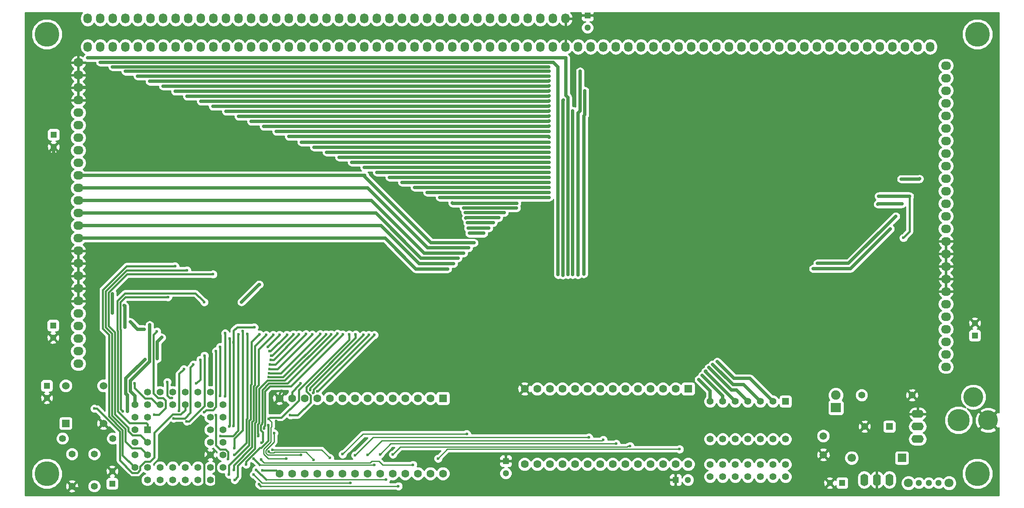
<source format=gbl>
G04 #@! TF.FileFunction,Copper,L2,Bot,Signal*
%FSLAX46Y46*%
G04 Gerber Fmt 4.6, Leading zero omitted, Abs format (unit mm)*
G04 Created by KiCad (PCBNEW (2015-08-16 BZR 6097, Git b384c94)-product) date 10/3/2015 5:34:04 PM*
%MOMM*%
G01*
G04 APERTURE LIST*
%ADD10C,0.100000*%
%ADD11C,5.000000*%
%ADD12C,4.500000*%
%ADD13C,4.000000*%
%ADD14R,2.000000X1.900000*%
%ADD15C,1.900000*%
%ADD16C,1.400000*%
%ADD17C,1.300000*%
%ADD18C,1.800000*%
%ADD19R,1.524000X1.524000*%
%ADD20C,1.524000*%
%ADD21R,1.397000X1.397000*%
%ADD22C,1.397000*%
%ADD23R,1.300000X1.300000*%
%ADD24R,1.400000X1.400000*%
%ADD25C,1.699260*%
%ADD26R,1.699260X1.699260*%
%ADD27O,1.727200X2.032000*%
%ADD28R,1.600000X1.600000*%
%ADD29C,1.600000*%
%ADD30O,2.500000X1.600000*%
%ADD31O,1.600000X2.500000*%
%ADD32O,2.032000X1.727200*%
%ADD33C,1.501140*%
%ADD34C,0.600000*%
%ADD35C,0.381000*%
%ADD36C,0.635000*%
%ADD37C,0.250000*%
%ADD38C,0.254000*%
G04 APERTURE END LIST*
D10*
D11*
X45720000Y-52070000D03*
X45720000Y-140970000D03*
X233680000Y-140970000D03*
X233680000Y-52070000D03*
D12*
X229870000Y-130175000D03*
D13*
X235870000Y-130175000D03*
X232870000Y-125475000D03*
D14*
X205105000Y-127635000D03*
D15*
X205105000Y-125095000D03*
D16*
X50800000Y-143510000D03*
X50800000Y-137010000D03*
X55300000Y-143510000D03*
X55300000Y-137010000D03*
D17*
X221865000Y-142875000D03*
X225865000Y-142875000D03*
D18*
X219765000Y-142875000D03*
X227965000Y-142875000D03*
D17*
X223865000Y-142875000D03*
D19*
X49530000Y-130810000D03*
D20*
X57150000Y-130810000D03*
X49530000Y-123190000D03*
X57150000Y-123190000D03*
D21*
X66040000Y-132080000D03*
D22*
X63500000Y-134620000D03*
X66040000Y-134620000D03*
X63500000Y-137160000D03*
X66040000Y-137160000D03*
X63500000Y-139700000D03*
X66040000Y-142240000D03*
X66040000Y-139700000D03*
X68580000Y-142240000D03*
X68580000Y-139700000D03*
X71120000Y-142240000D03*
X71120000Y-139700000D03*
X73660000Y-142240000D03*
X73660000Y-139700000D03*
X76200000Y-142240000D03*
X76200000Y-139700000D03*
X78740000Y-142240000D03*
X81280000Y-139700000D03*
X78740000Y-139700000D03*
X81280000Y-137160000D03*
X78740000Y-137160000D03*
X81280000Y-134620000D03*
X78740000Y-134620000D03*
X81280000Y-132080000D03*
X78740000Y-132080000D03*
X81280000Y-129540000D03*
X78740000Y-129540000D03*
X81280000Y-127000000D03*
X78740000Y-124460000D03*
X78740000Y-127000000D03*
X76200000Y-124460000D03*
X76200000Y-127000000D03*
X73660000Y-124460000D03*
X73660000Y-127000000D03*
X71120000Y-124460000D03*
X71120000Y-127000000D03*
X68580000Y-124460000D03*
X68580000Y-127000000D03*
X66040000Y-124460000D03*
X63500000Y-127000000D03*
X66040000Y-127000000D03*
X63500000Y-129540000D03*
X66040000Y-129540000D03*
X63500000Y-132080000D03*
D23*
X58928000Y-143002000D03*
D17*
X58928000Y-140502000D03*
D24*
X215900000Y-131445000D03*
D16*
X210900000Y-131445000D03*
D23*
X138430000Y-138430000D03*
D17*
X138430000Y-140930000D03*
D23*
X206375000Y-142875000D03*
D17*
X203875000Y-142875000D03*
D23*
X45720000Y-123190000D03*
D17*
X45720000Y-125690000D03*
D23*
X172720000Y-142240000D03*
D17*
X175220000Y-142240000D03*
D23*
X233172000Y-113030000D03*
D17*
X233172000Y-110530000D03*
D23*
X46990000Y-110998000D03*
D17*
X46990000Y-113498000D03*
D23*
X47091600Y-72390000D03*
D17*
X47091600Y-74890000D03*
D23*
X154940000Y-48260000D03*
D17*
X154940000Y-50760000D03*
D25*
X208279480Y-137797540D03*
D26*
X218439480Y-137797540D03*
D27*
X109855000Y-54610000D03*
X112395000Y-54610000D03*
X114935000Y-54610000D03*
X117475000Y-54610000D03*
X120015000Y-54610000D03*
X122555000Y-54610000D03*
X125095000Y-54610000D03*
X127635000Y-54610000D03*
X130175000Y-54610000D03*
X132715000Y-54610000D03*
X135255000Y-54610000D03*
X137795000Y-54610000D03*
X140335000Y-54610000D03*
X142875000Y-54610000D03*
X145415000Y-54610000D03*
X147955000Y-54610000D03*
X150495000Y-54610000D03*
X153035000Y-54610000D03*
X155575000Y-54610000D03*
X158115000Y-54610000D03*
X160655000Y-54610000D03*
X163195000Y-54610000D03*
X165735000Y-54610000D03*
X168275000Y-54610000D03*
X170815000Y-54610000D03*
X173355000Y-54610000D03*
X175895000Y-54610000D03*
X178435000Y-54610000D03*
X180975000Y-54610000D03*
X183515000Y-54610000D03*
X186055000Y-54610000D03*
X188595000Y-54610000D03*
X191135000Y-54610000D03*
X193675000Y-54610000D03*
X196215000Y-54610000D03*
X221615000Y-54610000D03*
X219075000Y-54610000D03*
X216535000Y-54610000D03*
X213995000Y-54610000D03*
X211455000Y-54610000D03*
X208915000Y-54610000D03*
X206375000Y-54610000D03*
X203835000Y-54610000D03*
X201295000Y-54610000D03*
X198755000Y-54610000D03*
X196215000Y-54610000D03*
X193675000Y-54610000D03*
X191135000Y-54610000D03*
X188595000Y-54610000D03*
X186055000Y-54610000D03*
X183515000Y-54610000D03*
X180975000Y-54610000D03*
X178435000Y-54610000D03*
X175895000Y-54610000D03*
X173355000Y-54610000D03*
X170815000Y-54610000D03*
X168275000Y-54610000D03*
X165735000Y-54610000D03*
X163195000Y-54610000D03*
X160655000Y-54610000D03*
X158115000Y-54610000D03*
X155575000Y-54610000D03*
X153035000Y-54610000D03*
X150495000Y-54610000D03*
X147955000Y-54610000D03*
X145415000Y-54610000D03*
X142875000Y-54610000D03*
X140335000Y-54610000D03*
X137795000Y-54610000D03*
X135255000Y-54610000D03*
X132715000Y-54610000D03*
X130175000Y-54610000D03*
X127635000Y-54610000D03*
X125095000Y-54610000D03*
X107315000Y-54610000D03*
X104775000Y-54610000D03*
X102235000Y-54610000D03*
X99695000Y-54610000D03*
X97155000Y-54610000D03*
X94615000Y-54610000D03*
X92075000Y-54610000D03*
X89535000Y-54610000D03*
X86995000Y-54610000D03*
X84455000Y-54610000D03*
X81915000Y-54610000D03*
X79375000Y-54610000D03*
X76835000Y-54610000D03*
X74295000Y-54610000D03*
X71755000Y-54610000D03*
X69215000Y-54610000D03*
X66675000Y-54610000D03*
X64135000Y-54610000D03*
X61595000Y-54610000D03*
X59055000Y-54610000D03*
X56515000Y-54610000D03*
X53975000Y-54610000D03*
X224155000Y-54610000D03*
D28*
X175260000Y-123825000D03*
D29*
X172720000Y-123825000D03*
X170180000Y-123825000D03*
X167640000Y-123825000D03*
X165100000Y-123825000D03*
X162560000Y-123825000D03*
X160020000Y-123825000D03*
X157480000Y-123825000D03*
X154940000Y-123825000D03*
X152400000Y-123825000D03*
X149860000Y-123825000D03*
X147320000Y-123825000D03*
X144780000Y-123825000D03*
X142240000Y-123825000D03*
X142240000Y-139065000D03*
X144780000Y-139065000D03*
X147320000Y-139065000D03*
X149860000Y-139065000D03*
X152400000Y-139065000D03*
X154940000Y-139065000D03*
X157480000Y-139065000D03*
X160020000Y-139065000D03*
X162560000Y-139065000D03*
X165100000Y-139065000D03*
X167640000Y-139065000D03*
X170180000Y-139065000D03*
X172720000Y-139065000D03*
X175260000Y-139065000D03*
D28*
X125730000Y-125730000D03*
D29*
X123190000Y-125730000D03*
X120650000Y-125730000D03*
X118110000Y-125730000D03*
X115570000Y-125730000D03*
X113030000Y-125730000D03*
X110490000Y-125730000D03*
X107950000Y-125730000D03*
X105410000Y-125730000D03*
X102870000Y-125730000D03*
X100330000Y-125730000D03*
X97790000Y-125730000D03*
X95250000Y-125730000D03*
X92710000Y-125730000D03*
X92710000Y-140970000D03*
X95250000Y-140970000D03*
X97790000Y-140970000D03*
X100330000Y-140970000D03*
X102870000Y-140970000D03*
X105410000Y-140970000D03*
X107950000Y-140970000D03*
X110490000Y-140970000D03*
X113030000Y-140970000D03*
X115570000Y-140970000D03*
X118110000Y-140970000D03*
X120650000Y-140970000D03*
X123190000Y-140970000D03*
X125730000Y-140970000D03*
D30*
X221615000Y-131445000D03*
X221615000Y-128905000D03*
X221615000Y-133985000D03*
D31*
X213360000Y-142240000D03*
X215900000Y-142240000D03*
X210820000Y-142240000D03*
D32*
X227330000Y-119380000D03*
X227330000Y-116840000D03*
X227330000Y-114300000D03*
X227330000Y-111760000D03*
X227330000Y-109220000D03*
X227330000Y-106680000D03*
X227330000Y-104140000D03*
X227330000Y-101600000D03*
X227330000Y-99060000D03*
X227330000Y-96520000D03*
X227330000Y-93980000D03*
X227330000Y-91440000D03*
X227330000Y-88900000D03*
X227330000Y-86360000D03*
X227330000Y-83820000D03*
X227330000Y-81280000D03*
X227330000Y-78740000D03*
X227330000Y-76200000D03*
X227330000Y-73660000D03*
X227330000Y-71120000D03*
X227330000Y-68580000D03*
X227330000Y-66040000D03*
X227330000Y-63500000D03*
X227330000Y-60960000D03*
X227330000Y-58420000D03*
X52070000Y-118745000D03*
X52070000Y-116205000D03*
X52070000Y-113665000D03*
X52070000Y-111125000D03*
X52070000Y-108585000D03*
X52070000Y-106045000D03*
X52070000Y-103505000D03*
X52070000Y-100965000D03*
X52070000Y-98425000D03*
X52070000Y-95885000D03*
X52070000Y-93345000D03*
X52070000Y-90805000D03*
X52070000Y-88265000D03*
X52070000Y-85725000D03*
X52070000Y-83185000D03*
X52070000Y-80645000D03*
X52070000Y-78105000D03*
X52070000Y-75565000D03*
X52070000Y-73025000D03*
X52070000Y-70485000D03*
X52070000Y-67945000D03*
X52070000Y-65405000D03*
X52070000Y-62865000D03*
X52070000Y-60325000D03*
X52070000Y-57785000D03*
D27*
X150495000Y-48895000D03*
X147955000Y-48895000D03*
X145415000Y-48895000D03*
X142875000Y-48895000D03*
X140335000Y-48895000D03*
X137795000Y-48895000D03*
X135255000Y-48895000D03*
X132715000Y-48895000D03*
X130175000Y-48895000D03*
X127635000Y-48895000D03*
X125095000Y-48895000D03*
X122555000Y-48895000D03*
X120015000Y-48895000D03*
X117475000Y-48895000D03*
X114935000Y-48895000D03*
X112395000Y-48895000D03*
X109855000Y-48895000D03*
X107315000Y-48895000D03*
X104775000Y-48895000D03*
X102235000Y-48895000D03*
X99695000Y-48895000D03*
X97155000Y-48895000D03*
X94615000Y-48895000D03*
X92075000Y-48895000D03*
X89535000Y-48895000D03*
X86995000Y-48895000D03*
X84455000Y-48895000D03*
X81915000Y-48895000D03*
X79375000Y-48895000D03*
X76835000Y-48895000D03*
X74295000Y-48895000D03*
X71755000Y-48895000D03*
X69215000Y-48895000D03*
X66675000Y-48895000D03*
X64135000Y-48895000D03*
X61595000Y-48895000D03*
X59055000Y-48895000D03*
X56515000Y-48895000D03*
X53975000Y-48895000D03*
D24*
X194945000Y-126365000D03*
D16*
X192405000Y-126365000D03*
X189865000Y-126365000D03*
X187325000Y-126365000D03*
X184785000Y-126365000D03*
X182245000Y-126365000D03*
X179705000Y-126365000D03*
X179705000Y-133985000D03*
X182245000Y-133985000D03*
X184785000Y-133985000D03*
X187325000Y-133985000D03*
X189865000Y-133985000D03*
X192405000Y-133985000D03*
X194945000Y-133985000D03*
X179705000Y-139105640D03*
X179705000Y-141605000D03*
X182245000Y-139105640D03*
X182245000Y-141605000D03*
X184785000Y-139105640D03*
X184785000Y-141605000D03*
X187325000Y-139105640D03*
X187325000Y-141605000D03*
X189865000Y-139105640D03*
X189865000Y-141605000D03*
X192405000Y-139105640D03*
X192405000Y-141605000D03*
X194945000Y-139105640D03*
X194945000Y-141605000D03*
D33*
X202565000Y-137160000D03*
X202565000Y-133350000D03*
D16*
X59055000Y-133858000D03*
X48895000Y-133858000D03*
X210312000Y-125095000D03*
X220472000Y-125095000D03*
D34*
X92862400Y-132638800D03*
X94386400Y-132537200D03*
X95859600Y-132435600D03*
X95859600Y-131064000D03*
X94386400Y-131114800D03*
X92100400Y-130352800D03*
X228346000Y-125095000D03*
X226568000Y-125095000D03*
X224536000Y-125095000D03*
X222504000Y-125095000D03*
X45720000Y-129921000D03*
X45720000Y-127889000D03*
X52959000Y-125222000D03*
X52959000Y-127000000D03*
X52959000Y-129032000D03*
X53086000Y-130810000D03*
X54991000Y-130810000D03*
X57150000Y-138811000D03*
X57404000Y-137287000D03*
X58674000Y-137414000D03*
X58674000Y-138811000D03*
X79908400Y-138328400D03*
X80264000Y-143459200D03*
X82550000Y-143129000D03*
X81534000Y-143256000D03*
X77470000Y-143256000D03*
X130429000Y-138430000D03*
X132080000Y-138430000D03*
X133858000Y-138430000D03*
X135890000Y-138430000D03*
X167513000Y-142875000D03*
X168783000Y-142875000D03*
X169926000Y-142875000D03*
X171323000Y-142875000D03*
X234442000Y-99060000D03*
X234442000Y-100457000D03*
X234442000Y-101854000D03*
X234442000Y-103505000D03*
X234442000Y-105029000D03*
X234442000Y-106807000D03*
X234442000Y-108966000D03*
X233172000Y-108966000D03*
X232918000Y-99060000D03*
X232918000Y-100457000D03*
X232918000Y-101854000D03*
X232918000Y-103505000D03*
X232918000Y-105029000D03*
X232918000Y-106680000D03*
X231267000Y-106680000D03*
X231267000Y-105029000D03*
X231267000Y-103632000D03*
X231267000Y-102108000D03*
X231267000Y-100711000D03*
X231140000Y-99060000D03*
X224663000Y-98298000D03*
X224663000Y-100203000D03*
X224663000Y-101727000D03*
X224663000Y-103378000D03*
X223012000Y-103378000D03*
X223012000Y-101727000D03*
X223012000Y-100076000D03*
X223012000Y-98298000D03*
X221361000Y-98298000D03*
X221361000Y-100076000D03*
X221361000Y-101727000D03*
X221361000Y-103378000D03*
X219710000Y-103378000D03*
X219710000Y-101727000D03*
X219710000Y-99949000D03*
X219710000Y-98298000D03*
X219710000Y-96520000D03*
X221234000Y-96520000D03*
X223012000Y-96520000D03*
X224790000Y-96520000D03*
X55118000Y-62865000D03*
X156972000Y-48260000D03*
X158369000Y-48260000D03*
X159766000Y-48260000D03*
X161036000Y-48260000D03*
X162433000Y-48260000D03*
X166243000Y-48260000D03*
X164973000Y-48260000D03*
X163703000Y-48260000D03*
X47625000Y-62103000D03*
X47625000Y-64262000D03*
X47625000Y-66040000D03*
X47625000Y-68199000D03*
X45974000Y-68199000D03*
X46101000Y-66040000D03*
X46101000Y-64262000D03*
X46101000Y-62103000D03*
X44196000Y-62230000D03*
X44196000Y-64135000D03*
X44196000Y-66040000D03*
X44196000Y-68072000D03*
X42545000Y-68072000D03*
X42545000Y-66040000D03*
X42545000Y-64135000D03*
X42545000Y-62230000D03*
X42545000Y-60325000D03*
X44450000Y-60325000D03*
X46101000Y-60325000D03*
X48006000Y-60325000D03*
X47091600Y-77216000D03*
X45466000Y-84074000D03*
X45466000Y-82296000D03*
X45466000Y-80772000D03*
X45466000Y-79121000D03*
X45466000Y-77216000D03*
X48133000Y-103632000D03*
X48260000Y-101727000D03*
X48260000Y-99949000D03*
X46482000Y-99949000D03*
X46482000Y-101727000D03*
X46482000Y-103505000D03*
X44831000Y-103378000D03*
X44831000Y-101727000D03*
X44831000Y-100076000D03*
X44831000Y-98425000D03*
X46482000Y-98425000D03*
X48387000Y-98425000D03*
X46990000Y-115443000D03*
X45466000Y-115570000D03*
X45466000Y-117221000D03*
X45339000Y-118999000D03*
X45339000Y-120650000D03*
X46990000Y-120523000D03*
X46990000Y-118999000D03*
X46990000Y-117221000D03*
X48387000Y-117221000D03*
X48387000Y-118999000D03*
X53289200Y-137972800D03*
X53035200Y-142544800D03*
X52832000Y-144068800D03*
X93167200Y-124256800D03*
X203708000Y-140208000D03*
X202184000Y-140208000D03*
X200660000Y-140716000D03*
X200152000Y-142240000D03*
X201676000Y-144272000D03*
X125095000Y-85090000D03*
X147193000Y-85090000D03*
X102108000Y-112776000D03*
X90528030Y-121448481D03*
X122555000Y-84074000D03*
X147193000Y-84074000D03*
X90587973Y-120650718D03*
X100939600Y-112725200D03*
X120015000Y-83058000D03*
X147193000Y-83058000D03*
X72441761Y-128290680D03*
X99364800Y-112826800D03*
X90674858Y-119837200D03*
X73406000Y-119837200D03*
X117475000Y-82042000D03*
X147193000Y-82042000D03*
X71348265Y-129780278D03*
X98094800Y-112725200D03*
X90772095Y-118922800D03*
X75336400Y-118922800D03*
X114935000Y-81026000D03*
X147193000Y-81026000D03*
X96672400Y-112826800D03*
X91009019Y-117957600D03*
X76708000Y-117957600D03*
X75895200Y-122732800D03*
X112395000Y-80010000D03*
X147193000Y-80010000D03*
X73990971Y-130397643D03*
X95554800Y-112776000D03*
X91075669Y-117094000D03*
X77571600Y-117094000D03*
X109855000Y-78994000D03*
X147193000Y-78994000D03*
X94234000Y-112877600D03*
X90717940Y-116230400D03*
X79908400Y-116230400D03*
X77520800Y-128524000D03*
X107315000Y-77978000D03*
X147193000Y-77978000D03*
X92760800Y-112877600D03*
X90359871Y-115316000D03*
X80714503Y-125228103D03*
X80721200Y-115316000D03*
X104775000Y-76962000D03*
X147193000Y-76962000D03*
X91440000Y-112928400D03*
X83670206Y-142240000D03*
X88595200Y-143154400D03*
X116738400Y-143510000D03*
X102235000Y-75946000D03*
X147193000Y-75946000D03*
X90017600Y-112928400D03*
X83495025Y-140208000D03*
X115620800Y-137109200D03*
X163525200Y-135382000D03*
X114249200Y-142189200D03*
X88036400Y-140208000D03*
X99695000Y-74930000D03*
X147193000Y-74930000D03*
X88646000Y-112776000D03*
X82516142Y-141173200D03*
X155205444Y-133634120D03*
X108000800Y-137261600D03*
X87528400Y-141173200D03*
X107086400Y-142849600D03*
X97155000Y-73914000D03*
X147193000Y-73914000D03*
X87532438Y-137980104D03*
X86207600Y-112725200D03*
X83566000Y-137160000D03*
X160731916Y-134935426D03*
X113030000Y-137109200D03*
X111861600Y-139242800D03*
X94615000Y-72771000D03*
X147193000Y-72898000D03*
X87630000Y-111353600D03*
X83464400Y-114452400D03*
X83464400Y-131319511D03*
X92075000Y-71755000D03*
X147193000Y-71755000D03*
X83616800Y-135836001D03*
X85293200Y-112115600D03*
X89001600Y-138125200D03*
X119684800Y-139192000D03*
X89535000Y-70739000D03*
X147193000Y-70612000D03*
X88646000Y-102717600D03*
X85039200Y-106273600D03*
X82702400Y-113639600D03*
X82550000Y-131419600D03*
X86995000Y-69723000D03*
X147193000Y-69596000D03*
X84429600Y-112776000D03*
X80772000Y-133350000D03*
X84455000Y-68707000D03*
X147193000Y-68580000D03*
X77520800Y-106273600D03*
X179425600Y-119532400D03*
X151942800Y-100736400D03*
X151948621Y-67564000D03*
X81915000Y-67691000D03*
X147193000Y-67564000D03*
X68935600Y-113436400D03*
X68021200Y-117754400D03*
X65532000Y-117856000D03*
X61976000Y-128422400D03*
X79248000Y-66675000D03*
X147193000Y-66548000D03*
X79298800Y-100634800D03*
X178104800Y-121107200D03*
X149961600Y-100838000D03*
X150063200Y-65351002D03*
X76835000Y-65659000D03*
X147193000Y-65532000D03*
X70205600Y-105257600D03*
X61061600Y-128422400D03*
X74041000Y-64643000D03*
X147193000Y-64516000D03*
X74015600Y-99822000D03*
X181152800Y-118313200D03*
X154178000Y-100584000D03*
X154393560Y-63500000D03*
X71628000Y-63627000D03*
X147193000Y-63500000D03*
X71628000Y-99009200D03*
X69189600Y-62585600D03*
X147218400Y-62484000D03*
X67970400Y-112217200D03*
X67462400Y-129032000D03*
X66497200Y-61620400D03*
X147218400Y-61518800D03*
X66497200Y-110896400D03*
X64058800Y-60553600D03*
X147167600Y-60553600D03*
X180238400Y-118872000D03*
X153009600Y-100787200D03*
X153436503Y-59588400D03*
X61620400Y-59588400D03*
X147167600Y-59588400D03*
X61366400Y-106984800D03*
X61468000Y-111404400D03*
X63449200Y-122732800D03*
X58978800Y-58674000D03*
X147116800Y-58674000D03*
X58978800Y-104597200D03*
X58928000Y-108508800D03*
X177393600Y-121920000D03*
X148996400Y-100736400D03*
X56489600Y-57759600D03*
X147167600Y-57759600D03*
X62585600Y-110286800D03*
X65379600Y-111760000D03*
X70053200Y-122428000D03*
X70967600Y-125679200D03*
X53949600Y-56845200D03*
X178765200Y-120294400D03*
X150977600Y-100736400D03*
X150532733Y-56845200D03*
X55321200Y-127812800D03*
X111861600Y-112928400D03*
X100330000Y-124352458D03*
X131064000Y-92354400D03*
X134010400Y-92354400D03*
X110744000Y-112928400D03*
X99517200Y-124663200D03*
X135026400Y-91287600D03*
X130816236Y-91293836D03*
X98948979Y-124046706D03*
X109677200Y-112928400D03*
X96946128Y-122752528D03*
X130663836Y-90176236D03*
X135890000Y-90220800D03*
X108102400Y-112826800D03*
X94894400Y-129133600D03*
X90474800Y-131216400D03*
X85994468Y-139118990D03*
X89306400Y-140360400D03*
X82346800Y-138074400D03*
X79908400Y-129184400D03*
X81737200Y-112572800D03*
X81737200Y-125323600D03*
X130378200Y-89281000D03*
X137007600Y-89204800D03*
X106781600Y-112826800D03*
X90504920Y-129919249D03*
X94081600Y-137922000D03*
X97078800Y-137219030D03*
X130263880Y-88125320D03*
X138125200Y-88188800D03*
X91615330Y-132790844D03*
X105511600Y-112826800D03*
X89632279Y-131823793D03*
X90585352Y-136527232D03*
X140614400Y-87223600D03*
X129904502Y-87214698D03*
X89086667Y-134745570D03*
X104444800Y-112674400D03*
X99618800Y-138167788D03*
X127635000Y-86207600D03*
X140665200Y-86309200D03*
X103174800Y-112776000D03*
X88456486Y-133375772D03*
X102870000Y-137820400D03*
X91287600Y-136144000D03*
X216103200Y-91440000D03*
X200507600Y-99517200D03*
X126695200Y-99568000D03*
X217220800Y-88900000D03*
X201371200Y-98450400D03*
X127914400Y-98501200D03*
X218440000Y-86410800D03*
X213563200Y-86461600D03*
X128778000Y-97383600D03*
X213766400Y-84836000D03*
X129946400Y-96367600D03*
X220014800Y-84836000D03*
X218744800Y-93268800D03*
X173532800Y-136042400D03*
X124764800Y-137922000D03*
X158089600Y-134112000D03*
X221996000Y-81330800D03*
X110490000Y-137210800D03*
X218287600Y-81381600D03*
X130962400Y-95300800D03*
X132029200Y-94284800D03*
X130556000Y-132943600D03*
X105460800Y-137058400D03*
D35*
X94284800Y-132638800D02*
X92862400Y-132638800D01*
X94386400Y-132537200D02*
X94284800Y-132638800D01*
X95859600Y-131064000D02*
X95859600Y-132435600D01*
X92862400Y-131114800D02*
X94386400Y-131114800D01*
X92100400Y-130352800D02*
X92862400Y-131114800D01*
D36*
X226568000Y-125095000D02*
X228346000Y-125095000D01*
X222504000Y-125095000D02*
X224536000Y-125095000D01*
X45720000Y-127889000D02*
X45720000Y-129921000D01*
X52959000Y-129032000D02*
X52959000Y-127000000D01*
X54991000Y-130810000D02*
X53086000Y-130810000D01*
X57150000Y-137541000D02*
X57150000Y-138811000D01*
X57404000Y-137287000D02*
X57150000Y-137541000D01*
X58674000Y-138811000D02*
X58674000Y-137414000D01*
D35*
X79908400Y-143103600D02*
X80264000Y-143459200D01*
X79908400Y-138328400D02*
X79908400Y-143103600D01*
X81661000Y-143129000D02*
X82550000Y-143129000D01*
X81534000Y-143256000D02*
X81661000Y-143129000D01*
X78740000Y-137160000D02*
X78359000Y-137160000D01*
X78359000Y-137160000D02*
X77470000Y-138049000D01*
X77470000Y-138049000D02*
X77470000Y-143256000D01*
D36*
X132080000Y-138430000D02*
X130429000Y-138430000D01*
X135890000Y-138430000D02*
X133858000Y-138430000D01*
X168783000Y-142875000D02*
X167513000Y-142875000D01*
X171323000Y-142875000D02*
X169926000Y-142875000D01*
X234442000Y-100457000D02*
X234442000Y-99060000D01*
X234442000Y-103505000D02*
X234442000Y-101854000D01*
X234442000Y-106807000D02*
X234442000Y-105029000D01*
X233172000Y-108966000D02*
X234442000Y-108966000D01*
X232918000Y-100457000D02*
X232918000Y-99060000D01*
X232918000Y-103505000D02*
X232918000Y-101854000D01*
X232918000Y-106680000D02*
X232918000Y-105029000D01*
X231267000Y-105029000D02*
X231267000Y-106680000D01*
X231267000Y-102108000D02*
X231267000Y-103632000D01*
X231267000Y-99187000D02*
X231267000Y-100711000D01*
X231140000Y-99060000D02*
X231267000Y-99187000D01*
X224663000Y-100203000D02*
X224663000Y-98298000D01*
X224663000Y-103378000D02*
X224663000Y-101727000D01*
X223012000Y-101727000D02*
X223012000Y-103378000D01*
X223012000Y-98298000D02*
X223012000Y-100076000D01*
X221361000Y-100076000D02*
X221361000Y-98298000D01*
X221361000Y-103378000D02*
X221361000Y-101727000D01*
X219710000Y-101727000D02*
X219710000Y-103378000D01*
X219710000Y-98298000D02*
X219710000Y-99949000D01*
X221234000Y-96520000D02*
X219710000Y-96520000D01*
X224790000Y-96520000D02*
X223012000Y-96520000D01*
X52070000Y-62865000D02*
X55118000Y-62865000D01*
X162433000Y-48260000D02*
X163703000Y-48260000D01*
X156972000Y-48260000D02*
X158369000Y-48260000D01*
X159766000Y-48260000D02*
X161036000Y-48260000D01*
X164973000Y-48260000D02*
X166243000Y-48260000D01*
X47625000Y-64262000D02*
X47625000Y-62103000D01*
X47625000Y-68199000D02*
X47625000Y-66040000D01*
X45974000Y-66167000D02*
X45974000Y-68199000D01*
X46101000Y-66040000D02*
X45974000Y-66167000D01*
X46101000Y-62103000D02*
X46101000Y-64262000D01*
X44196000Y-64135000D02*
X44196000Y-62230000D01*
X44196000Y-68072000D02*
X44196000Y-66040000D01*
X42545000Y-66040000D02*
X42545000Y-68072000D01*
X42545000Y-62230000D02*
X42545000Y-64135000D01*
X44450000Y-60325000D02*
X42545000Y-60325000D01*
X48006000Y-60325000D02*
X46101000Y-60325000D01*
X47091600Y-74890000D02*
X47091600Y-77216000D01*
X45466000Y-80772000D02*
X45466000Y-82296000D01*
X45466000Y-77216000D02*
X45466000Y-79121000D01*
X48133000Y-101854000D02*
X48133000Y-103632000D01*
X48260000Y-101727000D02*
X48133000Y-101854000D01*
X46482000Y-99949000D02*
X48260000Y-99949000D01*
X46482000Y-103505000D02*
X46482000Y-101727000D01*
X44831000Y-101727000D02*
X44831000Y-103378000D01*
X44831000Y-98425000D02*
X44831000Y-100076000D01*
X48387000Y-98425000D02*
X46482000Y-98425000D01*
X46990000Y-115443000D02*
X46863000Y-115570000D01*
X46863000Y-115570000D02*
X45466000Y-115570000D01*
X45466000Y-117221000D02*
X45339000Y-117348000D01*
X45339000Y-117348000D02*
X45339000Y-118999000D01*
X45339000Y-120650000D02*
X45466000Y-120523000D01*
X45466000Y-120523000D02*
X46990000Y-120523000D01*
X46990000Y-118999000D02*
X46990000Y-117221000D01*
X48387000Y-117221000D02*
X48387000Y-118999000D01*
X53289200Y-142290800D02*
X53289200Y-137972800D01*
X53035200Y-142544800D02*
X53289200Y-142290800D01*
X52832000Y-144068800D02*
X51358800Y-144068800D01*
X51358800Y-144068800D02*
X50800000Y-143510000D01*
D35*
X92710000Y-125730000D02*
X92710000Y-124714000D01*
X92710000Y-124714000D02*
X93167200Y-124256800D01*
D36*
X201168000Y-140208000D02*
X202184000Y-140208000D01*
X200660000Y-140716000D02*
X201168000Y-140208000D01*
X200152000Y-144272000D02*
X200152000Y-142240000D01*
X201676000Y-144272000D02*
X200152000Y-144272000D01*
X147193000Y-85090000D02*
X125095000Y-85090000D01*
D35*
X90528030Y-121448481D02*
X93435519Y-121448481D01*
X93435519Y-121448481D02*
X102108000Y-112776000D01*
D36*
X147193000Y-84074000D02*
X122555000Y-84074000D01*
D35*
X100939600Y-112725200D02*
X93014082Y-120650718D01*
X93014082Y-120650718D02*
X91012237Y-120650718D01*
X91012237Y-120650718D02*
X90587973Y-120650718D01*
D36*
X147193000Y-83058000D02*
X120015000Y-83058000D01*
D35*
X72441761Y-127866416D02*
X72441761Y-128290680D01*
X72441761Y-120801439D02*
X72441761Y-127866416D01*
X73406000Y-119837200D02*
X72441761Y-120801439D01*
X92202000Y-119837200D02*
X92354400Y-119837200D01*
X92354400Y-119837200D02*
X99364800Y-112826800D01*
X90674858Y-119837200D02*
X92202000Y-119837200D01*
D36*
X147193000Y-82042000D02*
X117475000Y-82042000D01*
D35*
X71772529Y-129780278D02*
X71348265Y-129780278D01*
X73631794Y-129780278D02*
X71772529Y-129780278D01*
X74749001Y-119510199D02*
X74749001Y-128663071D01*
X75336400Y-118922800D02*
X74749001Y-119510199D01*
X74749001Y-128663071D02*
X73631794Y-129780278D01*
X91846400Y-118922800D02*
X91897200Y-118922800D01*
X91897200Y-118922800D02*
X98094800Y-112725200D01*
X90772095Y-118922800D02*
X91846400Y-118922800D01*
D36*
X147193000Y-81026000D02*
X114935000Y-81026000D01*
D35*
X91009019Y-117957600D02*
X91541600Y-117957600D01*
X91541600Y-117957600D02*
X96672400Y-112826800D01*
X75895200Y-122732800D02*
X76708000Y-121920000D01*
X76708000Y-121920000D02*
X76708000Y-117957600D01*
D36*
X147193000Y-80010000D02*
X112395000Y-80010000D01*
D35*
X74415235Y-130397643D02*
X73990971Y-130397643D01*
X77571600Y-117094000D02*
X77571600Y-127241278D01*
X77571600Y-127241278D02*
X74415235Y-130397643D01*
X91075669Y-117094000D02*
X91236800Y-117094000D01*
X91236800Y-117094000D02*
X95554800Y-112776000D01*
D36*
X147193000Y-78994000D02*
X109855000Y-78994000D01*
D35*
X90717940Y-116230400D02*
X90881200Y-116230400D01*
X90881200Y-116230400D02*
X94234000Y-112877600D01*
X77520800Y-128524000D02*
X77955799Y-128089001D01*
X77955799Y-128089001D02*
X79262721Y-128089001D01*
X79262721Y-128089001D02*
X79908400Y-127443322D01*
X79908400Y-127443322D02*
X79908400Y-116230400D01*
D36*
X147193000Y-77978000D02*
X107315000Y-77978000D01*
D35*
X90359871Y-115316000D02*
X90359871Y-115278529D01*
X90359871Y-115278529D02*
X92760800Y-112877600D01*
X80721200Y-115316000D02*
X80721200Y-125221406D01*
X80721200Y-125221406D02*
X80714503Y-125228103D01*
D36*
X147193000Y-76962000D02*
X104775000Y-76962000D01*
D35*
X88042781Y-130161461D02*
X88042781Y-123572275D01*
X83670206Y-142240000D02*
X84277200Y-141633006D01*
X88041269Y-130473715D02*
X88041269Y-130162973D01*
X91140001Y-113228399D02*
X91440000Y-112928400D01*
X88544400Y-123070656D02*
X88544400Y-115824000D01*
X88041269Y-130162973D02*
X88042781Y-130161461D01*
X87765985Y-135906415D02*
X87765985Y-130748999D01*
X87765985Y-130748999D02*
X88041269Y-130473715D01*
X88042781Y-123572275D02*
X88544400Y-123070656D01*
X88544400Y-115824000D02*
X91140001Y-113228399D01*
X84277200Y-139395200D02*
X87765985Y-135906415D01*
X84277200Y-141633006D02*
X84277200Y-139395200D01*
X88595200Y-143154400D02*
X88950800Y-143510000D01*
D37*
X88950800Y-143510000D02*
X116738400Y-143510000D01*
D36*
X147193000Y-75946000D02*
X102235000Y-75946000D01*
D35*
X87461771Y-129920799D02*
X87461772Y-123331612D01*
X89717601Y-113228399D02*
X90017600Y-112928400D01*
X87184976Y-130508336D02*
X87460259Y-130233053D01*
X87461772Y-123331612D02*
X87782400Y-123010984D01*
X83495025Y-140208000D02*
X83495025Y-139262975D01*
X87460259Y-130233053D02*
X87460260Y-129922310D01*
X87782400Y-123010984D02*
X87782400Y-115163600D01*
X87184975Y-135573025D02*
X87184976Y-130508336D01*
X83495025Y-139262975D02*
X87184975Y-135573025D01*
X87460260Y-129922310D02*
X87461771Y-129920799D01*
X87782400Y-115163600D02*
X89717601Y-113228399D01*
D37*
X162922509Y-135560427D02*
X163100936Y-135382000D01*
X115620800Y-137109200D02*
X117169573Y-135560427D01*
X163100936Y-135382000D02*
X163525200Y-135382000D01*
X117169573Y-135560427D02*
X162922509Y-135560427D01*
X90017600Y-142189200D02*
X114249200Y-142189200D01*
D35*
X88036400Y-140208000D02*
X90017600Y-142189200D01*
D36*
X147193000Y-74930000D02*
X99695000Y-74930000D01*
D35*
X87071200Y-122900512D02*
X87071200Y-114350800D01*
X86880763Y-123090949D02*
X87071200Y-122900512D01*
X82516142Y-141173200D02*
X82516142Y-139327458D01*
X86879250Y-129992390D02*
X86879251Y-129681647D01*
X86879251Y-129681647D02*
X86880762Y-129680136D01*
X86880762Y-129680136D02*
X86880763Y-123090949D01*
X87071200Y-114350800D02*
X88346001Y-113075999D01*
X88346001Y-113075999D02*
X88646000Y-112776000D01*
X86603967Y-130267673D02*
X86879250Y-129992390D01*
X82516142Y-139327458D02*
X86603966Y-135239634D01*
X86603966Y-135239634D02*
X86603967Y-130267673D01*
D37*
X154781180Y-133634120D02*
X155205444Y-133634120D01*
X111628280Y-133634120D02*
X154781180Y-133634120D01*
X108000800Y-137261600D02*
X111628280Y-133634120D01*
X87528400Y-141173200D02*
X89204800Y-142849600D01*
X89204800Y-142849600D02*
X107086400Y-142849600D01*
D36*
X147193000Y-73914000D02*
X97155000Y-73914000D01*
D35*
X86022958Y-130027010D02*
X86207600Y-129842368D01*
X86207600Y-113149464D02*
X86207600Y-112725200D01*
X86207600Y-129842368D02*
X86207600Y-113149464D01*
X83566000Y-137160000D02*
X86022958Y-134703042D01*
X86022958Y-134703042D02*
X86022958Y-130027010D01*
X87832437Y-138280103D02*
X87532438Y-137980104D01*
X88646000Y-139093666D02*
X87832437Y-138280103D01*
X88646000Y-139242800D02*
X88646000Y-139093666D01*
D37*
X160307652Y-134935426D02*
X160731916Y-134935426D01*
X113030000Y-137109200D02*
X115203774Y-134935426D01*
X115203774Y-134935426D02*
X160307652Y-134935426D01*
X88646000Y-139242800D02*
X111861600Y-139242800D01*
D36*
X147066000Y-72771000D02*
X94615000Y-72771000D01*
X147193000Y-72898000D02*
X147066000Y-72771000D01*
D35*
X83464400Y-112064800D02*
X84175600Y-111353600D01*
X84175600Y-111353600D02*
X87630000Y-111353600D01*
X83464400Y-114452400D02*
X83464400Y-112064800D01*
X83464400Y-131319511D02*
X83464400Y-114452400D01*
D36*
X147193000Y-71755000D02*
X92075000Y-71755000D01*
D35*
X83616800Y-133908800D02*
X85293200Y-132232400D01*
X85293200Y-132232400D02*
X85293200Y-112115600D01*
X83616800Y-135836001D02*
X83616800Y-133908800D01*
X89001600Y-138125200D02*
X89001600Y-138176000D01*
D37*
X113538000Y-139192000D02*
X119684800Y-139192000D01*
X112776000Y-138430000D02*
X113538000Y-139192000D01*
X111353600Y-138430000D02*
X112776000Y-138430000D01*
X110990802Y-138792798D02*
X111353600Y-138430000D01*
X89618398Y-138792798D02*
X110990802Y-138792798D01*
X89001600Y-138176000D02*
X89618398Y-138792798D01*
D36*
X147066000Y-70739000D02*
X89535000Y-70739000D01*
X147193000Y-70612000D02*
X147066000Y-70739000D01*
X85039200Y-106273600D02*
X88595200Y-102717600D01*
X88595200Y-102717600D02*
X88646000Y-102717600D01*
D35*
X82550000Y-131419600D02*
X82702400Y-131267200D01*
X82702400Y-131267200D02*
X82702400Y-113639600D01*
D36*
X147066000Y-69723000D02*
X86995000Y-69723000D01*
X147193000Y-69596000D02*
X147066000Y-69723000D01*
D35*
X84378800Y-125730000D02*
X84378800Y-112826800D01*
X84378800Y-112826800D02*
X84429600Y-112776000D01*
X83312000Y-133350000D02*
X84378800Y-132283200D01*
X84378800Y-132283200D02*
X84378800Y-125730000D01*
X80772000Y-133350000D02*
X83312000Y-133350000D01*
D36*
X147066000Y-68707000D02*
X84455000Y-68707000D01*
X147193000Y-68580000D02*
X147066000Y-68707000D01*
D35*
X61532137Y-104473391D02*
X75720591Y-104473391D01*
X62409016Y-130759200D02*
X60045529Y-128395713D01*
X65798700Y-130759200D02*
X62409016Y-130759200D01*
X59972590Y-106032938D02*
X61532137Y-104473391D01*
X59972590Y-112066774D02*
X59972590Y-106032938D01*
X60045528Y-112139712D02*
X59972590Y-112066774D01*
X66040000Y-131000500D02*
X65798700Y-130759200D01*
X60045529Y-128395713D02*
X60045528Y-112139712D01*
X77220801Y-105973601D02*
X77520800Y-106273600D01*
X66040000Y-132080000D02*
X66040000Y-131000500D01*
X75720591Y-104473391D02*
X77220801Y-105973601D01*
D36*
X183997600Y-124104400D02*
X185064400Y-124104400D01*
X185064400Y-124104400D02*
X187325000Y-126365000D01*
X179425600Y-119532400D02*
X183997600Y-124104400D01*
X151948621Y-67564000D02*
X151948621Y-100730579D01*
X151948621Y-100730579D02*
X151942800Y-100736400D01*
X147066000Y-67691000D02*
X81915000Y-67691000D01*
X147193000Y-67564000D02*
X147066000Y-67691000D01*
X68021200Y-117754400D02*
X68021200Y-114350800D01*
X68021200Y-114350800D02*
X68935600Y-113436400D01*
X61671200Y-124815600D02*
X61671200Y-121716800D01*
X61671200Y-121716800D02*
X65532000Y-117856000D01*
X61976000Y-125120400D02*
X61671200Y-124815600D01*
X61976000Y-128422400D02*
X61976000Y-125120400D01*
X147066000Y-66675000D02*
X79248000Y-66675000D01*
X147193000Y-66548000D02*
X147066000Y-66675000D01*
D35*
X61892144Y-100634800D02*
X78874536Y-100634800D01*
X58210420Y-104316524D02*
X61892144Y-100634800D01*
X59464519Y-112380375D02*
X58210420Y-111126276D01*
X59464520Y-128953802D02*
X59464519Y-112380375D01*
X62195028Y-132382884D02*
X62195027Y-131684309D01*
X66040000Y-134620000D02*
X64668400Y-133248400D01*
X62195027Y-131684309D02*
X59464520Y-128953802D01*
X63060544Y-133248400D02*
X62195028Y-132382884D01*
X58210420Y-111126276D02*
X58210420Y-104316524D01*
X64668400Y-133248400D02*
X63060544Y-133248400D01*
X78874536Y-100634800D02*
X79298800Y-100634800D01*
D36*
X178104800Y-121107200D02*
X182245000Y-125247400D01*
X182245000Y-125247400D02*
X182245000Y-126365000D01*
X149961600Y-65452602D02*
X149961600Y-100838000D01*
X150063200Y-65351002D02*
X149961600Y-65452602D01*
X147066000Y-65659000D02*
X76835000Y-65659000D01*
X147193000Y-65532000D02*
X147066000Y-65659000D01*
D35*
X61569600Y-105257600D02*
X69781336Y-105257600D01*
X60553600Y-106273600D02*
X61569600Y-105257600D01*
X60553600Y-111826112D02*
X60553600Y-106273600D01*
X60626537Y-111899049D02*
X60553600Y-111826112D01*
X61061600Y-128422400D02*
X60626539Y-127987339D01*
X60626539Y-127987339D02*
X60626537Y-111899049D01*
X69781336Y-105257600D02*
X70205600Y-105257600D01*
D36*
X147066000Y-64643000D02*
X74041000Y-64643000D01*
X147193000Y-64516000D02*
X147066000Y-64643000D01*
D35*
X57629410Y-104075862D02*
X61883272Y-99822000D01*
X57629410Y-111366938D02*
X57629410Y-104075862D01*
X66040000Y-137160000D02*
X64719200Y-135839200D01*
X73591336Y-99822000D02*
X74015600Y-99822000D01*
X61614018Y-131924972D02*
X58883511Y-129194465D01*
X58883510Y-112621038D02*
X57629410Y-111366938D01*
X61614018Y-134512018D02*
X61614018Y-131924972D01*
X58883511Y-129194465D02*
X58883510Y-112621038D01*
X64719200Y-135839200D02*
X62941200Y-135839200D01*
X61883272Y-99822000D02*
X73591336Y-99822000D01*
X62941200Y-135839200D02*
X61614018Y-134512018D01*
D36*
X184556400Y-121716800D02*
X187756800Y-121716800D01*
X187756800Y-121716800D02*
X192405000Y-126365000D01*
X181152800Y-118313200D02*
X184556400Y-121716800D01*
X154393560Y-68364440D02*
X154178000Y-68580000D01*
X154178000Y-68580000D02*
X154178000Y-100584000D01*
X154393560Y-63500000D02*
X154393560Y-68364440D01*
X147066000Y-63627000D02*
X71628000Y-63627000D01*
X147193000Y-63500000D02*
X147066000Y-63627000D01*
D35*
X61033009Y-137233009D02*
X61033009Y-132165635D01*
X71203736Y-99009200D02*
X71628000Y-99009200D01*
X57048400Y-111607600D02*
X57048401Y-103835199D01*
X61874400Y-99009200D02*
X71203736Y-99009200D01*
X58302501Y-112861701D02*
X57048400Y-111607600D01*
X61033009Y-132165635D02*
X58302501Y-129435127D01*
X63500000Y-139700000D02*
X61033009Y-137233009D01*
X57048401Y-103835199D02*
X61874400Y-99009200D01*
X58302501Y-129435127D02*
X58302501Y-112861701D01*
D36*
X147116800Y-62585600D02*
X69189600Y-62585600D01*
X147218400Y-62484000D02*
X147116800Y-62585600D01*
D35*
X67259200Y-124764800D02*
X67259200Y-112928400D01*
X67259200Y-112928400D02*
X67970400Y-112217200D01*
X68173600Y-125679200D02*
X67259200Y-124764800D01*
X69189600Y-125679200D02*
X68173600Y-125679200D01*
X69697600Y-126187200D02*
X69189600Y-125679200D01*
X69697600Y-127711200D02*
X69697600Y-126187200D01*
X68376800Y-129032000D02*
X69697600Y-127711200D01*
X67462400Y-129032000D02*
X68376800Y-129032000D01*
D36*
X147116800Y-61620400D02*
X66497200Y-61620400D01*
X147218400Y-61518800D02*
X147116800Y-61620400D01*
X62585600Y-122224800D02*
X66497200Y-118313200D01*
X66497200Y-118313200D02*
X66497200Y-110896400D01*
X62585600Y-124307600D02*
X62585600Y-122224800D01*
X63500000Y-125222000D02*
X62585600Y-124307600D01*
X63500000Y-127000000D02*
X63500000Y-125222000D01*
X147167600Y-60553600D02*
X64058800Y-60553600D01*
X184353200Y-122986800D02*
X186486800Y-122986800D01*
X186486800Y-122986800D02*
X189865000Y-126365000D01*
X180238400Y-118872000D02*
X184353200Y-122986800D01*
X153436503Y-67594297D02*
X153009600Y-68021200D01*
X153009600Y-68021200D02*
X153009600Y-100787200D01*
X153436503Y-59588400D02*
X153436503Y-67594297D01*
X147167600Y-59588400D02*
X61620400Y-59588400D01*
X61468000Y-111404400D02*
X61468000Y-107086400D01*
X61468000Y-107086400D02*
X61366400Y-106984800D01*
D35*
X65532000Y-125730000D02*
X63449200Y-123647200D01*
X63449200Y-123647200D02*
X63449200Y-122732800D01*
X66852800Y-125730000D02*
X65532000Y-125730000D01*
X68122800Y-127000000D02*
X66852800Y-125730000D01*
X68580000Y-127000000D02*
X68122800Y-127000000D01*
D36*
X147116800Y-58674000D02*
X58978800Y-58674000D01*
X58928000Y-108508800D02*
X58978800Y-108458000D01*
X58978800Y-108458000D02*
X58978800Y-104597200D01*
X177393600Y-121920000D02*
X179705000Y-124231400D01*
X179705000Y-124231400D02*
X179705000Y-126365000D01*
X147167600Y-57759600D02*
X148031200Y-57759600D01*
X148031200Y-57759600D02*
X148996400Y-58724800D01*
X148996400Y-58724800D02*
X148996400Y-100736400D01*
X147167600Y-57759600D02*
X56489600Y-57759600D01*
X65379600Y-111760000D02*
X64058800Y-111760000D01*
X64058800Y-111760000D02*
X62585600Y-110286800D01*
D35*
X70967600Y-125679200D02*
X70543336Y-125679200D01*
X70543336Y-125679200D02*
X70030999Y-125166863D01*
X70030999Y-125166863D02*
X70030999Y-122450201D01*
X70030999Y-122450201D02*
X70053200Y-122428000D01*
D36*
X150532733Y-56845200D02*
X53949600Y-56845200D01*
X178765200Y-120294400D02*
X178765200Y-120345200D01*
X178765200Y-120345200D02*
X184785000Y-126365000D01*
X178765200Y-120294400D02*
X178816000Y-120294400D01*
X150977600Y-66548000D02*
X150977600Y-100736400D01*
X150977600Y-64871600D02*
X150977600Y-66548000D01*
X150532733Y-64426733D02*
X150977600Y-64871600D01*
X150532733Y-56845200D02*
X150532733Y-64426733D01*
D35*
X60452000Y-138263722D02*
X60452000Y-132406298D01*
X60452000Y-132406298D02*
X55858502Y-127812800D01*
X55858502Y-127812800D02*
X55321200Y-127812800D01*
X65545878Y-138582400D02*
X64589001Y-139539277D01*
X64589001Y-139539277D02*
X64589001Y-140222721D01*
X64589001Y-140222721D02*
X64022721Y-140789001D01*
X64022721Y-140789001D02*
X62977279Y-140789001D01*
X62977279Y-140789001D02*
X60452000Y-138263722D01*
X66548000Y-138582400D02*
X65545878Y-138582400D01*
X67411600Y-137718800D02*
X66548000Y-138582400D01*
X67411600Y-132740400D02*
X67411600Y-137718800D01*
X71170800Y-128981200D02*
X67411600Y-132740400D01*
X72796400Y-128981200D02*
X71170800Y-128981200D01*
X73660000Y-128117600D02*
X72796400Y-128981200D01*
X73660000Y-127000000D02*
X73660000Y-128117600D01*
X100330000Y-124352458D02*
X100437542Y-124352458D01*
X100437542Y-124352458D02*
X111861600Y-112928400D01*
D36*
X134010400Y-92354400D02*
X131064000Y-92354400D01*
D35*
X110444001Y-113228399D02*
X110744000Y-112928400D01*
X110432117Y-113228399D02*
X110444001Y-113228399D01*
X99639499Y-124021017D02*
X110432117Y-113228399D01*
X99517200Y-124663200D02*
X99639499Y-124540901D01*
X99639499Y-124540901D02*
X99639499Y-124021017D01*
D36*
X130822472Y-91287600D02*
X135026400Y-91287600D01*
X130816236Y-91293836D02*
X130822472Y-91287600D01*
D35*
X98948979Y-123656621D02*
X98948979Y-124046706D01*
X109677200Y-112928400D02*
X98948979Y-123656621D01*
X96646129Y-123052527D02*
X96946128Y-122752528D01*
X95250000Y-125730000D02*
X95250000Y-124448656D01*
X95250000Y-124448656D02*
X96646129Y-123052527D01*
D36*
X130663836Y-90176236D02*
X130708400Y-90220800D01*
X130708400Y-90220800D02*
X130657600Y-90220800D01*
X135890000Y-90220800D02*
X130657600Y-90220800D01*
D35*
X89033696Y-135788436D02*
X90474800Y-134347332D01*
X90474800Y-131640664D02*
X90474800Y-131216400D01*
X90474800Y-134347332D02*
X90474800Y-131640664D01*
X88747564Y-135788436D02*
X89033696Y-135788436D01*
X85994468Y-138541532D02*
X88747564Y-135788436D01*
X85994468Y-139118990D02*
X85994468Y-138541532D01*
X98145600Y-123444000D02*
X108102400Y-113487200D01*
X98980501Y-125148443D02*
X98145600Y-124313542D01*
X108102400Y-113487200D02*
X108102400Y-113251064D01*
X96418400Y-129133600D02*
X98980501Y-126571499D01*
X98145600Y-124313542D02*
X98145600Y-123444000D01*
X108102400Y-113251064D02*
X108102400Y-112826800D01*
X98980501Y-126571499D02*
X98980501Y-125148443D01*
X94894400Y-129133600D02*
X96418400Y-129133600D01*
X89306400Y-140360400D02*
X92100400Y-140360400D01*
X92100400Y-140360400D02*
X92710000Y-140970000D01*
X79908400Y-129184400D02*
X79908400Y-135222120D01*
X79908400Y-135222120D02*
X80757279Y-136070999D01*
X80757279Y-136070999D02*
X81802721Y-136070999D01*
X81802721Y-136070999D02*
X82369001Y-136637279D01*
X82369001Y-136637279D02*
X82369001Y-138052199D01*
X82369001Y-138052199D02*
X82346800Y-138074400D01*
X81737200Y-125323600D02*
X81737200Y-112572800D01*
D36*
X130454400Y-89204800D02*
X137007600Y-89204800D01*
X130454400Y-89204800D02*
X130378200Y-89281000D01*
D37*
X91099801Y-130514130D02*
X90804919Y-130219248D01*
X91099801Y-131516401D02*
X91099801Y-130514130D01*
X90804919Y-130219248D02*
X90504920Y-129919249D01*
X89510341Y-137013633D02*
X89510342Y-136040830D01*
X89510342Y-136040830D02*
X90990310Y-134560862D01*
X94081600Y-137922000D02*
X90418708Y-137922000D01*
X90418708Y-137922000D02*
X89510341Y-137013633D01*
X90990310Y-134560862D02*
X90990310Y-131625892D01*
X90990310Y-131625892D02*
X91099801Y-131516401D01*
D35*
X106781600Y-113251064D02*
X106781600Y-112826800D01*
X106781600Y-113893600D02*
X106781600Y-113251064D01*
X96599499Y-124075701D02*
X106781600Y-113893600D01*
X96599499Y-126142443D02*
X96599499Y-124075701D01*
X93122692Y-129619250D02*
X96599499Y-126142443D01*
X90504920Y-129919249D02*
X90804919Y-129619250D01*
X90804919Y-129619250D02*
X93122692Y-129619250D01*
D37*
X96654536Y-137219030D02*
X97078800Y-137219030D01*
X91615330Y-134572252D02*
X89960351Y-136227231D01*
X89960351Y-136827233D02*
X90352148Y-137219030D01*
X90352148Y-137219030D02*
X96654536Y-137219030D01*
X91615330Y-132790844D02*
X91615330Y-134572252D01*
X89960351Y-136227231D02*
X89960351Y-136827233D01*
D36*
X130263880Y-88125320D02*
X138061720Y-88125320D01*
X138061720Y-88125320D02*
X138125200Y-88188800D01*
D35*
X89632279Y-131399529D02*
X89784299Y-131247509D01*
X105211601Y-113126799D02*
X105511600Y-112826800D01*
X89784299Y-130884959D02*
X89814400Y-130854858D01*
X94996000Y-123342400D02*
X105211601Y-113126799D01*
X90779600Y-123342400D02*
X94996000Y-123342400D01*
X89814400Y-130854858D02*
X89814400Y-124307600D01*
X89814400Y-124307600D02*
X90779600Y-123342400D01*
X89632279Y-131823793D02*
X89632279Y-131399529D01*
X89784299Y-131247509D02*
X89784299Y-130884959D01*
D37*
X91587601Y-136769001D02*
X90827121Y-136769001D01*
X90827121Y-136769001D02*
X90585352Y-136527232D01*
X98045022Y-136594010D02*
X91762592Y-136594010D01*
X91762592Y-136594010D02*
X91587601Y-136769001D01*
X99618800Y-138167788D02*
X98045022Y-136594010D01*
D36*
X129904502Y-87214698D02*
X140605498Y-87214698D01*
X140605498Y-87214698D02*
X140614400Y-87223600D01*
D35*
X89233390Y-124025010D02*
X89233390Y-130614196D01*
X90525600Y-122732800D02*
X89233390Y-124025010D01*
X88941778Y-132155234D02*
X89386666Y-132600122D01*
X89386666Y-132600122D02*
X89386666Y-134445571D01*
X89233390Y-130614196D02*
X89203289Y-130644297D01*
X94386400Y-122732800D02*
X90525600Y-122732800D01*
X89203289Y-130644297D02*
X89203289Y-130955039D01*
X89203289Y-130955039D02*
X88941778Y-131216550D01*
X89386666Y-134445571D02*
X89086667Y-134745570D01*
X88941778Y-131216550D02*
X88941778Y-132155234D01*
X104444800Y-112674400D02*
X94386400Y-122732800D01*
D36*
X127736600Y-86309200D02*
X140665200Y-86309200D01*
X127736600Y-86309200D02*
X127635000Y-86207600D01*
D35*
X88360768Y-132855790D02*
X88456486Y-132951508D01*
X90284937Y-122151791D02*
X88623791Y-123812937D01*
X88622279Y-130714377D02*
X88360768Y-130975888D01*
X88360768Y-130975888D02*
X88360768Y-132855790D01*
X88623791Y-123812937D02*
X88623791Y-130402123D01*
X88623791Y-130402123D02*
X88622279Y-130403635D01*
X88622279Y-130403635D02*
X88622279Y-130714377D01*
X103174800Y-112776000D02*
X93799010Y-122151790D01*
X93799010Y-122151790D02*
X90284937Y-122151791D01*
X88456486Y-132951508D02*
X88456486Y-133375772D01*
D37*
X91287600Y-136144000D02*
X101193600Y-136144000D01*
X101193600Y-136144000D02*
X102870000Y-137820400D01*
D36*
X52070000Y-93345000D02*
X114071400Y-93345000D01*
X216103200Y-91490800D02*
X216103200Y-91440000D01*
X208076800Y-99517200D02*
X216103200Y-91490800D01*
X200507600Y-99517200D02*
X208076800Y-99517200D01*
X120294400Y-99568000D02*
X126695200Y-99568000D01*
X114071400Y-93345000D02*
X120294400Y-99568000D01*
X52070000Y-90805000D02*
X113207800Y-90805000D01*
X207670400Y-98450400D02*
X217220800Y-88900000D01*
X201371200Y-98450400D02*
X207670400Y-98450400D01*
X120904000Y-98501200D02*
X127914400Y-98501200D01*
X113207800Y-90805000D02*
X120904000Y-98501200D01*
X52070000Y-88265000D02*
X112191800Y-88265000D01*
X213614000Y-86410800D02*
X218440000Y-86410800D01*
X213563200Y-86461600D02*
X213614000Y-86410800D01*
X121310400Y-97383600D02*
X128778000Y-97383600D01*
X112191800Y-88265000D02*
X121310400Y-97383600D01*
X213766400Y-84836000D02*
X220014800Y-84836000D01*
X111328200Y-85725000D02*
X121970800Y-96367600D01*
X121970800Y-96367600D02*
X129946400Y-96367600D01*
X52070000Y-85725000D02*
X111328200Y-85725000D01*
D35*
X218744800Y-93268800D02*
X220014800Y-91998800D01*
X220014800Y-91998800D02*
X220014800Y-84836000D01*
D37*
X126644400Y-136042400D02*
X173532800Y-136042400D01*
X124764800Y-137922000D02*
X126644400Y-136042400D01*
X113385600Y-134315200D02*
X110490000Y-137210800D01*
X157886400Y-134315200D02*
X113385600Y-134315200D01*
X158089600Y-134112000D02*
X157886400Y-134315200D01*
D36*
X218287600Y-81381600D02*
X221945200Y-81381600D01*
X221945200Y-81381600D02*
X221996000Y-81330800D01*
X110515400Y-83185000D02*
X122631200Y-95300800D01*
X122631200Y-95300800D02*
X130962400Y-95300800D01*
X52070000Y-83185000D02*
X110515400Y-83185000D01*
X109956600Y-80899000D02*
X123342400Y-94284800D01*
X123342400Y-94284800D02*
X132029200Y-94284800D01*
X109956600Y-80645000D02*
X109956600Y-80899000D01*
X52070000Y-80645000D02*
X109956600Y-80645000D01*
D37*
X105460800Y-137058400D02*
X109575600Y-132943600D01*
X109575600Y-132943600D02*
X130556000Y-132943600D01*
D38*
G36*
X52590474Y-48136766D02*
X52476400Y-48710255D01*
X52476400Y-49079745D01*
X52590474Y-49653234D01*
X52915330Y-50139415D01*
X53401511Y-50464271D01*
X53975000Y-50578345D01*
X54548489Y-50464271D01*
X55034670Y-50139415D01*
X55245000Y-49824634D01*
X55455330Y-50139415D01*
X55941511Y-50464271D01*
X56515000Y-50578345D01*
X57088489Y-50464271D01*
X57574670Y-50139415D01*
X57785000Y-49824634D01*
X57995330Y-50139415D01*
X58481511Y-50464271D01*
X59055000Y-50578345D01*
X59628489Y-50464271D01*
X60114670Y-50139415D01*
X60325000Y-49824634D01*
X60535330Y-50139415D01*
X61021511Y-50464271D01*
X61595000Y-50578345D01*
X62168489Y-50464271D01*
X62654670Y-50139415D01*
X62865000Y-49824634D01*
X63075330Y-50139415D01*
X63561511Y-50464271D01*
X64135000Y-50578345D01*
X64708489Y-50464271D01*
X65194670Y-50139415D01*
X65405000Y-49824634D01*
X65615330Y-50139415D01*
X66101511Y-50464271D01*
X66675000Y-50578345D01*
X67248489Y-50464271D01*
X67734670Y-50139415D01*
X67945000Y-49824634D01*
X68155330Y-50139415D01*
X68641511Y-50464271D01*
X69215000Y-50578345D01*
X69788489Y-50464271D01*
X70274670Y-50139415D01*
X70485000Y-49824634D01*
X70695330Y-50139415D01*
X71181511Y-50464271D01*
X71755000Y-50578345D01*
X72328489Y-50464271D01*
X72814670Y-50139415D01*
X73025000Y-49824634D01*
X73235330Y-50139415D01*
X73721511Y-50464271D01*
X74295000Y-50578345D01*
X74868489Y-50464271D01*
X75354670Y-50139415D01*
X75565000Y-49824634D01*
X75775330Y-50139415D01*
X76261511Y-50464271D01*
X76835000Y-50578345D01*
X77408489Y-50464271D01*
X77894670Y-50139415D01*
X78105000Y-49824634D01*
X78315330Y-50139415D01*
X78801511Y-50464271D01*
X79375000Y-50578345D01*
X79948489Y-50464271D01*
X80434670Y-50139415D01*
X80645000Y-49824634D01*
X80855330Y-50139415D01*
X81341511Y-50464271D01*
X81915000Y-50578345D01*
X82488489Y-50464271D01*
X82974670Y-50139415D01*
X83185000Y-49824634D01*
X83395330Y-50139415D01*
X83881511Y-50464271D01*
X84455000Y-50578345D01*
X85028489Y-50464271D01*
X85514670Y-50139415D01*
X85725000Y-49824634D01*
X85935330Y-50139415D01*
X86421511Y-50464271D01*
X86995000Y-50578345D01*
X87568489Y-50464271D01*
X88054670Y-50139415D01*
X88265000Y-49824634D01*
X88475330Y-50139415D01*
X88961511Y-50464271D01*
X89535000Y-50578345D01*
X90108489Y-50464271D01*
X90594670Y-50139415D01*
X90805000Y-49824634D01*
X91015330Y-50139415D01*
X91501511Y-50464271D01*
X92075000Y-50578345D01*
X92648489Y-50464271D01*
X93134670Y-50139415D01*
X93345000Y-49824634D01*
X93555330Y-50139415D01*
X94041511Y-50464271D01*
X94615000Y-50578345D01*
X95188489Y-50464271D01*
X95674670Y-50139415D01*
X95885000Y-49824634D01*
X96095330Y-50139415D01*
X96581511Y-50464271D01*
X97155000Y-50578345D01*
X97728489Y-50464271D01*
X98214670Y-50139415D01*
X98425000Y-49824634D01*
X98635330Y-50139415D01*
X99121511Y-50464271D01*
X99695000Y-50578345D01*
X100268489Y-50464271D01*
X100754670Y-50139415D01*
X100965000Y-49824634D01*
X101175330Y-50139415D01*
X101661511Y-50464271D01*
X102235000Y-50578345D01*
X102808489Y-50464271D01*
X103294670Y-50139415D01*
X103505000Y-49824634D01*
X103715330Y-50139415D01*
X104201511Y-50464271D01*
X104775000Y-50578345D01*
X105348489Y-50464271D01*
X105834670Y-50139415D01*
X106045000Y-49824634D01*
X106255330Y-50139415D01*
X106741511Y-50464271D01*
X107315000Y-50578345D01*
X107888489Y-50464271D01*
X108374670Y-50139415D01*
X108585000Y-49824634D01*
X108795330Y-50139415D01*
X109281511Y-50464271D01*
X109855000Y-50578345D01*
X110428489Y-50464271D01*
X110914670Y-50139415D01*
X111125000Y-49824634D01*
X111335330Y-50139415D01*
X111821511Y-50464271D01*
X112395000Y-50578345D01*
X112968489Y-50464271D01*
X113454670Y-50139415D01*
X113665000Y-49824634D01*
X113875330Y-50139415D01*
X114361511Y-50464271D01*
X114935000Y-50578345D01*
X115508489Y-50464271D01*
X115994670Y-50139415D01*
X116205000Y-49824634D01*
X116415330Y-50139415D01*
X116901511Y-50464271D01*
X117475000Y-50578345D01*
X118048489Y-50464271D01*
X118534670Y-50139415D01*
X118745000Y-49824634D01*
X118955330Y-50139415D01*
X119441511Y-50464271D01*
X120015000Y-50578345D01*
X120588489Y-50464271D01*
X121074670Y-50139415D01*
X121285000Y-49824634D01*
X121495330Y-50139415D01*
X121981511Y-50464271D01*
X122555000Y-50578345D01*
X123128489Y-50464271D01*
X123614670Y-50139415D01*
X123825000Y-49824634D01*
X124035330Y-50139415D01*
X124521511Y-50464271D01*
X125095000Y-50578345D01*
X125668489Y-50464271D01*
X126154670Y-50139415D01*
X126365000Y-49824634D01*
X126575330Y-50139415D01*
X127061511Y-50464271D01*
X127635000Y-50578345D01*
X128208489Y-50464271D01*
X128694670Y-50139415D01*
X128905000Y-49824634D01*
X129115330Y-50139415D01*
X129601511Y-50464271D01*
X130175000Y-50578345D01*
X130748489Y-50464271D01*
X131234670Y-50139415D01*
X131445000Y-49824634D01*
X131655330Y-50139415D01*
X132141511Y-50464271D01*
X132715000Y-50578345D01*
X133288489Y-50464271D01*
X133774670Y-50139415D01*
X133985000Y-49824634D01*
X134195330Y-50139415D01*
X134681511Y-50464271D01*
X135255000Y-50578345D01*
X135828489Y-50464271D01*
X136314670Y-50139415D01*
X136525000Y-49824634D01*
X136735330Y-50139415D01*
X137221511Y-50464271D01*
X137795000Y-50578345D01*
X138368489Y-50464271D01*
X138854670Y-50139415D01*
X139065000Y-49824634D01*
X139275330Y-50139415D01*
X139761511Y-50464271D01*
X140335000Y-50578345D01*
X140908489Y-50464271D01*
X141394670Y-50139415D01*
X141605000Y-49824634D01*
X141815330Y-50139415D01*
X142301511Y-50464271D01*
X142875000Y-50578345D01*
X143448489Y-50464271D01*
X143934670Y-50139415D01*
X144145000Y-49824634D01*
X144355330Y-50139415D01*
X144841511Y-50464271D01*
X145415000Y-50578345D01*
X145988489Y-50464271D01*
X146474670Y-50139415D01*
X146685000Y-49824634D01*
X146895330Y-50139415D01*
X147381511Y-50464271D01*
X147955000Y-50578345D01*
X148528489Y-50464271D01*
X149014670Y-50139415D01*
X149221461Y-49829931D01*
X149592964Y-50245732D01*
X150120209Y-50499709D01*
X150135974Y-50502358D01*
X150368000Y-50381217D01*
X150368000Y-49022000D01*
X150622000Y-49022000D01*
X150622000Y-50381217D01*
X150854026Y-50502358D01*
X150869791Y-50499709D01*
X151397036Y-50245732D01*
X151786954Y-49809320D01*
X151980184Y-49256913D01*
X151835924Y-49022000D01*
X150622000Y-49022000D01*
X150368000Y-49022000D01*
X150348000Y-49022000D01*
X150348000Y-48768000D01*
X150368000Y-48768000D01*
X150368000Y-48748000D01*
X150622000Y-48748000D01*
X150622000Y-48768000D01*
X151835924Y-48768000D01*
X151980184Y-48533087D01*
X151786954Y-47980680D01*
X151513840Y-47675000D01*
X153655000Y-47675000D01*
X153655000Y-47974250D01*
X153813750Y-48133000D01*
X154813000Y-48133000D01*
X154813000Y-48113000D01*
X155067000Y-48113000D01*
X155067000Y-48133000D01*
X156066250Y-48133000D01*
X156225000Y-47974250D01*
X156225000Y-47675000D01*
X238075000Y-47675000D01*
X238075000Y-128676090D01*
X237745022Y-128479584D01*
X236049605Y-130175000D01*
X237745022Y-131870416D01*
X238075000Y-131673910D01*
X238075000Y-145365000D01*
X41325000Y-145365000D01*
X41325000Y-144445275D01*
X50044331Y-144445275D01*
X50106169Y-144681042D01*
X50607122Y-144857419D01*
X51137440Y-144828664D01*
X51493831Y-144681042D01*
X51555669Y-144445275D01*
X50800000Y-143689605D01*
X50044331Y-144445275D01*
X41325000Y-144445275D01*
X41325000Y-141590854D01*
X42584457Y-141590854D01*
X43060727Y-142743515D01*
X43941847Y-143626174D01*
X45093674Y-144104454D01*
X46340854Y-144105543D01*
X47493515Y-143629273D01*
X47806211Y-143317122D01*
X49452581Y-143317122D01*
X49481336Y-143847440D01*
X49628958Y-144203831D01*
X49864725Y-144265669D01*
X50620395Y-143510000D01*
X50979605Y-143510000D01*
X51735275Y-144265669D01*
X51971042Y-144203831D01*
X52122243Y-143774383D01*
X53964769Y-143774383D01*
X54167582Y-144265229D01*
X54542796Y-144641098D01*
X55033287Y-144844768D01*
X55564383Y-144845231D01*
X56055229Y-144642418D01*
X56431098Y-144267204D01*
X56634768Y-143776713D01*
X56635231Y-143245617D01*
X56432418Y-142754771D01*
X56057204Y-142378902D01*
X55992417Y-142352000D01*
X57630560Y-142352000D01*
X57630560Y-143652000D01*
X57674838Y-143887317D01*
X57813910Y-144103441D01*
X58026110Y-144248431D01*
X58278000Y-144299440D01*
X59578000Y-144299440D01*
X59813317Y-144255162D01*
X60029441Y-144116090D01*
X60174431Y-143903890D01*
X60225440Y-143652000D01*
X60225440Y-142352000D01*
X60181162Y-142116683D01*
X60042090Y-141900559D01*
X59829890Y-141755569D01*
X59578000Y-141704560D01*
X59415615Y-141704560D01*
X59591729Y-141631611D01*
X59647410Y-141401016D01*
X58928000Y-140681605D01*
X58208590Y-141401016D01*
X58264271Y-141631611D01*
X58473902Y-141704560D01*
X58278000Y-141704560D01*
X58042683Y-141748838D01*
X57826559Y-141887910D01*
X57681569Y-142100110D01*
X57630560Y-142352000D01*
X55992417Y-142352000D01*
X55566713Y-142175232D01*
X55035617Y-142174769D01*
X54544771Y-142377582D01*
X54168902Y-142752796D01*
X53965232Y-143243287D01*
X53964769Y-143774383D01*
X52122243Y-143774383D01*
X52147419Y-143702878D01*
X52118664Y-143172560D01*
X51971042Y-142816169D01*
X51735275Y-142754331D01*
X50979605Y-143510000D01*
X50620395Y-143510000D01*
X49864725Y-142754331D01*
X49628958Y-142816169D01*
X49452581Y-143317122D01*
X47806211Y-143317122D01*
X48376174Y-142748153D01*
X48448187Y-142574725D01*
X50044331Y-142574725D01*
X50800000Y-143330395D01*
X51555669Y-142574725D01*
X51493831Y-142338958D01*
X50992878Y-142162581D01*
X50462560Y-142191336D01*
X50106169Y-142338958D01*
X50044331Y-142574725D01*
X48448187Y-142574725D01*
X48854454Y-141596326D01*
X48855543Y-140349146D01*
X48843946Y-140321078D01*
X57630378Y-140321078D01*
X57659917Y-140831428D01*
X57798389Y-141165729D01*
X58028984Y-141221410D01*
X58748395Y-140502000D01*
X59107605Y-140502000D01*
X59827016Y-141221410D01*
X60057611Y-141165729D01*
X60225622Y-140682922D01*
X60196083Y-140172572D01*
X60057611Y-139838271D01*
X59827016Y-139782590D01*
X59107605Y-140502000D01*
X58748395Y-140502000D01*
X58028984Y-139782590D01*
X57798389Y-139838271D01*
X57630378Y-140321078D01*
X48843946Y-140321078D01*
X48547236Y-139602984D01*
X58208590Y-139602984D01*
X58928000Y-140322395D01*
X59647410Y-139602984D01*
X59591729Y-139372389D01*
X59108922Y-139204378D01*
X58598572Y-139233917D01*
X58264271Y-139372389D01*
X58208590Y-139602984D01*
X48547236Y-139602984D01*
X48379273Y-139196485D01*
X47498153Y-138313826D01*
X46346326Y-137835546D01*
X45099146Y-137834457D01*
X43946485Y-138310727D01*
X43063826Y-139191847D01*
X42585546Y-140343674D01*
X42584457Y-141590854D01*
X41325000Y-141590854D01*
X41325000Y-137274383D01*
X49464769Y-137274383D01*
X49667582Y-137765229D01*
X50042796Y-138141098D01*
X50533287Y-138344768D01*
X51064383Y-138345231D01*
X51555229Y-138142418D01*
X51931098Y-137767204D01*
X52134768Y-137276713D01*
X52134770Y-137274383D01*
X53964769Y-137274383D01*
X54167582Y-137765229D01*
X54542796Y-138141098D01*
X55033287Y-138344768D01*
X55564383Y-138345231D01*
X56055229Y-138142418D01*
X56431098Y-137767204D01*
X56634768Y-137276713D01*
X56635231Y-136745617D01*
X56432418Y-136254771D01*
X56057204Y-135878902D01*
X55566713Y-135675232D01*
X55035617Y-135674769D01*
X54544771Y-135877582D01*
X54168902Y-136252796D01*
X53965232Y-136743287D01*
X53964769Y-137274383D01*
X52134770Y-137274383D01*
X52135231Y-136745617D01*
X51932418Y-136254771D01*
X51557204Y-135878902D01*
X51066713Y-135675232D01*
X50535617Y-135674769D01*
X50044771Y-135877582D01*
X49668902Y-136252796D01*
X49465232Y-136743287D01*
X49464769Y-137274383D01*
X41325000Y-137274383D01*
X41325000Y-134122383D01*
X47559769Y-134122383D01*
X47762582Y-134613229D01*
X48137796Y-134989098D01*
X48628287Y-135192768D01*
X49159383Y-135193231D01*
X49650229Y-134990418D01*
X50026098Y-134615204D01*
X50229768Y-134124713D01*
X50230231Y-133593617D01*
X50027418Y-133102771D01*
X49652204Y-132726902D01*
X49161713Y-132523232D01*
X48630617Y-132522769D01*
X48139771Y-132725582D01*
X47763902Y-133100796D01*
X47560232Y-133591287D01*
X47559769Y-134122383D01*
X41325000Y-134122383D01*
X41325000Y-130048000D01*
X48120560Y-130048000D01*
X48120560Y-131572000D01*
X48164838Y-131807317D01*
X48303910Y-132023441D01*
X48516110Y-132168431D01*
X48768000Y-132219440D01*
X50292000Y-132219440D01*
X50527317Y-132175162D01*
X50743441Y-132036090D01*
X50888431Y-131823890D01*
X50895250Y-131790213D01*
X56349392Y-131790213D01*
X56418857Y-132032397D01*
X56942302Y-132219144D01*
X57497368Y-132191362D01*
X57881143Y-132032397D01*
X57950608Y-131790213D01*
X57150000Y-130989605D01*
X56349392Y-131790213D01*
X50895250Y-131790213D01*
X50939440Y-131572000D01*
X50939440Y-130602302D01*
X55740856Y-130602302D01*
X55768638Y-131157368D01*
X55927603Y-131541143D01*
X56169787Y-131610608D01*
X56970395Y-130810000D01*
X56169787Y-130009392D01*
X55927603Y-130078857D01*
X55740856Y-130602302D01*
X50939440Y-130602302D01*
X50939440Y-130048000D01*
X50895162Y-129812683D01*
X50756090Y-129596559D01*
X50543890Y-129451569D01*
X50292000Y-129400560D01*
X48768000Y-129400560D01*
X48532683Y-129444838D01*
X48316559Y-129583910D01*
X48171569Y-129796110D01*
X48120560Y-130048000D01*
X41325000Y-130048000D01*
X41325000Y-127997967D01*
X54386038Y-127997967D01*
X54528083Y-128341743D01*
X54790873Y-128604992D01*
X55134401Y-128747638D01*
X55506367Y-128747962D01*
X55591184Y-128712916D01*
X56452101Y-129573833D01*
X56418857Y-129587603D01*
X56349392Y-129829787D01*
X57150000Y-130630395D01*
X57164143Y-130616253D01*
X57343748Y-130795858D01*
X57329605Y-130810000D01*
X58130213Y-131610608D01*
X58372397Y-131541143D01*
X58384759Y-131506491D01*
X59458156Y-132579888D01*
X59321713Y-132523232D01*
X58790617Y-132522769D01*
X58299771Y-132725582D01*
X57923902Y-133100796D01*
X57720232Y-133591287D01*
X57719769Y-134122383D01*
X57922582Y-134613229D01*
X58297796Y-134989098D01*
X58788287Y-135192768D01*
X59319383Y-135193231D01*
X59626500Y-135066333D01*
X59626500Y-138263722D01*
X59689337Y-138579628D01*
X59868283Y-138847439D01*
X62393562Y-141372718D01*
X62661374Y-141551664D01*
X62977279Y-141614502D01*
X62977284Y-141614501D01*
X64022721Y-141614501D01*
X64338627Y-141551664D01*
X64606438Y-141372718D01*
X65172718Y-140806438D01*
X65207835Y-140753882D01*
X65283647Y-140829827D01*
X65621446Y-140970094D01*
X65285620Y-141108854D01*
X64910173Y-141483647D01*
X64706732Y-141973587D01*
X64706269Y-142504086D01*
X64908854Y-142994380D01*
X65283647Y-143369827D01*
X65773587Y-143573268D01*
X66304086Y-143573731D01*
X66794380Y-143371146D01*
X67169827Y-142996353D01*
X67310094Y-142658554D01*
X67448854Y-142994380D01*
X67823647Y-143369827D01*
X68313587Y-143573268D01*
X68844086Y-143573731D01*
X69334380Y-143371146D01*
X69709827Y-142996353D01*
X69850094Y-142658554D01*
X69988854Y-142994380D01*
X70363647Y-143369827D01*
X70853587Y-143573268D01*
X71384086Y-143573731D01*
X71874380Y-143371146D01*
X72249827Y-142996353D01*
X72390094Y-142658554D01*
X72528854Y-142994380D01*
X72903647Y-143369827D01*
X73393587Y-143573268D01*
X73924086Y-143573731D01*
X74414380Y-143371146D01*
X74789827Y-142996353D01*
X74930094Y-142658554D01*
X75068854Y-142994380D01*
X75443647Y-143369827D01*
X75933587Y-143573268D01*
X76464086Y-143573731D01*
X76954380Y-143371146D01*
X77329827Y-142996353D01*
X77470094Y-142658554D01*
X77608854Y-142994380D01*
X77983647Y-143369827D01*
X78473587Y-143573268D01*
X79004086Y-143573731D01*
X79494380Y-143371146D01*
X79869827Y-142996353D01*
X80073268Y-142506413D01*
X80073731Y-141975914D01*
X79871146Y-141485620D01*
X79496353Y-141110173D01*
X79158554Y-140969906D01*
X79494380Y-140831146D01*
X79869827Y-140456353D01*
X80010094Y-140118554D01*
X80148854Y-140454380D01*
X80523647Y-140829827D01*
X81013587Y-141033268D01*
X81544086Y-141033731D01*
X81581276Y-141018364D01*
X81580980Y-141358367D01*
X81723025Y-141702143D01*
X81985815Y-141965392D01*
X82329343Y-142108038D01*
X82701309Y-142108362D01*
X82735332Y-142094304D01*
X82735044Y-142425167D01*
X82877089Y-142768943D01*
X83139879Y-143032192D01*
X83483407Y-143174838D01*
X83855373Y-143175162D01*
X84199149Y-143033117D01*
X84462398Y-142770327D01*
X84572524Y-142505116D01*
X84860917Y-142216723D01*
X85039863Y-141948912D01*
X85102700Y-141633006D01*
X85102700Y-139737134D01*
X85198588Y-139641246D01*
X85201351Y-139647933D01*
X85464141Y-139911182D01*
X85807669Y-140053828D01*
X86179635Y-140054152D01*
X86523411Y-139912107D01*
X86786660Y-139649317D01*
X86929306Y-139305789D01*
X86929630Y-138933823D01*
X86882843Y-138820590D01*
X86966655Y-138736778D01*
X87002111Y-138772296D01*
X87267322Y-138882422D01*
X87714312Y-139329412D01*
X87507457Y-139414883D01*
X87244208Y-139677673D01*
X87101562Y-140021201D01*
X87101286Y-140338008D01*
X86999457Y-140380083D01*
X86736208Y-140642873D01*
X86593562Y-140986401D01*
X86593238Y-141358367D01*
X86735283Y-141702143D01*
X86998073Y-141965392D01*
X87341601Y-142108038D01*
X87388477Y-142108079D01*
X87853784Y-142573386D01*
X87803008Y-142624073D01*
X87660362Y-142967601D01*
X87660038Y-143339567D01*
X87802083Y-143683343D01*
X88064873Y-143946592D01*
X88330085Y-144056718D01*
X88367083Y-144093716D01*
X88634894Y-144272663D01*
X88950800Y-144335500D01*
X89266705Y-144272663D01*
X89270690Y-144270000D01*
X116175937Y-144270000D01*
X116208073Y-144302192D01*
X116551601Y-144444838D01*
X116923567Y-144445162D01*
X117267343Y-144303117D01*
X117530592Y-144040327D01*
X117641174Y-143774016D01*
X203155590Y-143774016D01*
X203211271Y-144004611D01*
X203694078Y-144172622D01*
X204204428Y-144143083D01*
X204538729Y-144004611D01*
X204594410Y-143774016D01*
X203875000Y-143054605D01*
X203155590Y-143774016D01*
X117641174Y-143774016D01*
X117673238Y-143696799D01*
X117673562Y-143324833D01*
X117531517Y-142981057D01*
X117268727Y-142717808D01*
X116925199Y-142575162D01*
X116553233Y-142574838D01*
X116209457Y-142716883D01*
X116176282Y-142750000D01*
X115010866Y-142750000D01*
X115041392Y-142719527D01*
X115121855Y-142525750D01*
X171435000Y-142525750D01*
X171435000Y-143016310D01*
X171531673Y-143249699D01*
X171710302Y-143428327D01*
X171943691Y-143525000D01*
X172434250Y-143525000D01*
X172593000Y-143366250D01*
X172593000Y-142367000D01*
X171593750Y-142367000D01*
X171435000Y-142525750D01*
X115121855Y-142525750D01*
X115184038Y-142375999D01*
X115184049Y-142363534D01*
X115283309Y-142404750D01*
X115854187Y-142405248D01*
X116381800Y-142187243D01*
X116785824Y-141783923D01*
X116839862Y-141653785D01*
X116892757Y-141781800D01*
X117296077Y-142185824D01*
X117823309Y-142404750D01*
X118394187Y-142405248D01*
X118921800Y-142187243D01*
X119325824Y-141783923D01*
X119379862Y-141653785D01*
X119432757Y-141781800D01*
X119836077Y-142185824D01*
X120363309Y-142404750D01*
X120934187Y-142405248D01*
X121461800Y-142187243D01*
X121865824Y-141783923D01*
X121919862Y-141653785D01*
X121972757Y-141781800D01*
X122376077Y-142185824D01*
X122903309Y-142404750D01*
X123474187Y-142405248D01*
X124001800Y-142187243D01*
X124405824Y-141783923D01*
X124459862Y-141653785D01*
X124512757Y-141781800D01*
X124916077Y-142185824D01*
X125443309Y-142404750D01*
X126014187Y-142405248D01*
X126541800Y-142187243D01*
X126945824Y-141783923D01*
X127164750Y-141256691D01*
X127164812Y-141184481D01*
X137144777Y-141184481D01*
X137339995Y-141656943D01*
X137701155Y-142018735D01*
X138173276Y-142214777D01*
X138684481Y-142215223D01*
X139156943Y-142020005D01*
X139518735Y-141658845D01*
X139599770Y-141463690D01*
X171435000Y-141463690D01*
X171435000Y-141954250D01*
X171593750Y-142113000D01*
X172593000Y-142113000D01*
X172593000Y-141113750D01*
X172847000Y-141113750D01*
X172847000Y-142113000D01*
X172867000Y-142113000D01*
X172867000Y-142367000D01*
X172847000Y-142367000D01*
X172847000Y-143366250D01*
X173005750Y-143525000D01*
X173496309Y-143525000D01*
X173729698Y-143428327D01*
X173908327Y-143249699D01*
X174005000Y-143016310D01*
X174005000Y-142664433D01*
X174129995Y-142966943D01*
X174491155Y-143328735D01*
X174963276Y-143524777D01*
X175474481Y-143525223D01*
X175946943Y-143330005D01*
X176308735Y-142968845D01*
X176504777Y-142496724D01*
X176505223Y-141985519D01*
X176310005Y-141513057D01*
X175948845Y-141151265D01*
X175476724Y-140955223D01*
X174965519Y-140954777D01*
X174493057Y-141149995D01*
X174131265Y-141511155D01*
X174005000Y-141815235D01*
X174005000Y-141463690D01*
X173908327Y-141230301D01*
X173729698Y-141051673D01*
X173496309Y-140955000D01*
X173005750Y-140955000D01*
X172847000Y-141113750D01*
X172593000Y-141113750D01*
X172434250Y-140955000D01*
X171943691Y-140955000D01*
X171710302Y-141051673D01*
X171531673Y-141230301D01*
X171435000Y-141463690D01*
X139599770Y-141463690D01*
X139714777Y-141186724D01*
X139715223Y-140675519D01*
X139520005Y-140203057D01*
X139158845Y-139841265D01*
X138854765Y-139715000D01*
X139206310Y-139715000D01*
X139439699Y-139618327D01*
X139618327Y-139439698D01*
X139655817Y-139349187D01*
X140804752Y-139349187D01*
X141022757Y-139876800D01*
X141426077Y-140280824D01*
X141953309Y-140499750D01*
X142524187Y-140500248D01*
X143051800Y-140282243D01*
X143455824Y-139878923D01*
X143509862Y-139748785D01*
X143562757Y-139876800D01*
X143966077Y-140280824D01*
X144493309Y-140499750D01*
X145064187Y-140500248D01*
X145591800Y-140282243D01*
X145995824Y-139878923D01*
X146049862Y-139748785D01*
X146102757Y-139876800D01*
X146506077Y-140280824D01*
X147033309Y-140499750D01*
X147604187Y-140500248D01*
X148131800Y-140282243D01*
X148535824Y-139878923D01*
X148589862Y-139748785D01*
X148642757Y-139876800D01*
X149046077Y-140280824D01*
X149573309Y-140499750D01*
X150144187Y-140500248D01*
X150671800Y-140282243D01*
X151075824Y-139878923D01*
X151129862Y-139748785D01*
X151182757Y-139876800D01*
X151586077Y-140280824D01*
X152113309Y-140499750D01*
X152684187Y-140500248D01*
X153211800Y-140282243D01*
X153615824Y-139878923D01*
X153669862Y-139748785D01*
X153722757Y-139876800D01*
X154126077Y-140280824D01*
X154653309Y-140499750D01*
X155224187Y-140500248D01*
X155751800Y-140282243D01*
X156155824Y-139878923D01*
X156209862Y-139748785D01*
X156262757Y-139876800D01*
X156666077Y-140280824D01*
X157193309Y-140499750D01*
X157764187Y-140500248D01*
X158291800Y-140282243D01*
X158695824Y-139878923D01*
X158749862Y-139748785D01*
X158802757Y-139876800D01*
X159206077Y-140280824D01*
X159733309Y-140499750D01*
X160304187Y-140500248D01*
X160831800Y-140282243D01*
X161235824Y-139878923D01*
X161289862Y-139748785D01*
X161342757Y-139876800D01*
X161746077Y-140280824D01*
X162273309Y-140499750D01*
X162844187Y-140500248D01*
X163371800Y-140282243D01*
X163775824Y-139878923D01*
X163829862Y-139748785D01*
X163882757Y-139876800D01*
X164286077Y-140280824D01*
X164813309Y-140499750D01*
X165384187Y-140500248D01*
X165911800Y-140282243D01*
X166315824Y-139878923D01*
X166369862Y-139748785D01*
X166422757Y-139876800D01*
X166826077Y-140280824D01*
X167353309Y-140499750D01*
X167924187Y-140500248D01*
X168451800Y-140282243D01*
X168855824Y-139878923D01*
X168909862Y-139748785D01*
X168962757Y-139876800D01*
X169366077Y-140280824D01*
X169893309Y-140499750D01*
X170464187Y-140500248D01*
X170991800Y-140282243D01*
X171395824Y-139878923D01*
X171449862Y-139748785D01*
X171502757Y-139876800D01*
X171906077Y-140280824D01*
X172433309Y-140499750D01*
X173004187Y-140500248D01*
X173531800Y-140282243D01*
X173935824Y-139878923D01*
X173989862Y-139748785D01*
X174042757Y-139876800D01*
X174446077Y-140280824D01*
X174973309Y-140499750D01*
X175544187Y-140500248D01*
X176071800Y-140282243D01*
X176475824Y-139878923D01*
X176687137Y-139370023D01*
X178369769Y-139370023D01*
X178572582Y-139860869D01*
X178947796Y-140236738D01*
X179233470Y-140355360D01*
X178949771Y-140472582D01*
X178573902Y-140847796D01*
X178370232Y-141338287D01*
X178369769Y-141869383D01*
X178572582Y-142360229D01*
X178947796Y-142736098D01*
X179438287Y-142939768D01*
X179969383Y-142940231D01*
X180460229Y-142737418D01*
X180836098Y-142362204D01*
X180975091Y-142027473D01*
X181112582Y-142360229D01*
X181487796Y-142736098D01*
X181978287Y-142939768D01*
X182509383Y-142940231D01*
X183000229Y-142737418D01*
X183376098Y-142362204D01*
X183515091Y-142027473D01*
X183652582Y-142360229D01*
X184027796Y-142736098D01*
X184518287Y-142939768D01*
X185049383Y-142940231D01*
X185540229Y-142737418D01*
X185916098Y-142362204D01*
X186055091Y-142027473D01*
X186192582Y-142360229D01*
X186567796Y-142736098D01*
X187058287Y-142939768D01*
X187589383Y-142940231D01*
X188080229Y-142737418D01*
X188456098Y-142362204D01*
X188595091Y-142027473D01*
X188732582Y-142360229D01*
X189107796Y-142736098D01*
X189598287Y-142939768D01*
X190129383Y-142940231D01*
X190620229Y-142737418D01*
X190996098Y-142362204D01*
X191135091Y-142027473D01*
X191272582Y-142360229D01*
X191647796Y-142736098D01*
X192138287Y-142939768D01*
X192669383Y-142940231D01*
X193160229Y-142737418D01*
X193536098Y-142362204D01*
X193675091Y-142027473D01*
X193812582Y-142360229D01*
X194187796Y-142736098D01*
X194678287Y-142939768D01*
X195209383Y-142940231D01*
X195700229Y-142737418D01*
X195743644Y-142694078D01*
X202577378Y-142694078D01*
X202606917Y-143204428D01*
X202745389Y-143538729D01*
X202975984Y-143594410D01*
X203695395Y-142875000D01*
X204054605Y-142875000D01*
X204774016Y-143594410D01*
X205004611Y-143538729D01*
X205077560Y-143329098D01*
X205077560Y-143525000D01*
X205121838Y-143760317D01*
X205260910Y-143976441D01*
X205473110Y-144121431D01*
X205725000Y-144172440D01*
X207025000Y-144172440D01*
X207260317Y-144128162D01*
X207476441Y-143989090D01*
X207621431Y-143776890D01*
X207672440Y-143525000D01*
X207672440Y-142225000D01*
X207628162Y-141989683D01*
X207489090Y-141773559D01*
X207459105Y-141753071D01*
X209385000Y-141753071D01*
X209385000Y-142726929D01*
X209494233Y-143276080D01*
X209805302Y-143741627D01*
X210270849Y-144052696D01*
X210820000Y-144161929D01*
X211369151Y-144052696D01*
X211834698Y-143741627D01*
X212087864Y-143362738D01*
X212435104Y-143794500D01*
X212928181Y-144064367D01*
X213010961Y-144081904D01*
X213233000Y-143959915D01*
X213233000Y-142367000D01*
X213213000Y-142367000D01*
X213213000Y-142113000D01*
X213233000Y-142113000D01*
X213233000Y-140520085D01*
X213487000Y-140520085D01*
X213487000Y-142113000D01*
X213507000Y-142113000D01*
X213507000Y-142367000D01*
X213487000Y-142367000D01*
X213487000Y-143959915D01*
X213709039Y-144081904D01*
X213791819Y-144064367D01*
X214284896Y-143794500D01*
X214632136Y-143362738D01*
X214885302Y-143741627D01*
X215350849Y-144052696D01*
X215900000Y-144161929D01*
X216449151Y-144052696D01*
X216914698Y-143741627D01*
X217225767Y-143276080D01*
X217245079Y-143178991D01*
X218229735Y-143178991D01*
X218462932Y-143743371D01*
X218894357Y-144175551D01*
X219458330Y-144409733D01*
X220068991Y-144410265D01*
X220633371Y-144177068D01*
X220991869Y-143819196D01*
X221136155Y-143963735D01*
X221608276Y-144159777D01*
X222119481Y-144160223D01*
X222591943Y-143965005D01*
X222865160Y-143692266D01*
X223136155Y-143963735D01*
X223608276Y-144159777D01*
X224119481Y-144160223D01*
X224591943Y-143965005D01*
X224865160Y-143692266D01*
X225136155Y-143963735D01*
X225608276Y-144159777D01*
X226119481Y-144160223D01*
X226591943Y-143965005D01*
X226738316Y-143818887D01*
X227094357Y-144175551D01*
X227658330Y-144409733D01*
X228268991Y-144410265D01*
X228833371Y-144177068D01*
X229265551Y-143745643D01*
X229499733Y-143181670D01*
X229500265Y-142571009D01*
X229267068Y-142006629D01*
X228852020Y-141590854D01*
X230544457Y-141590854D01*
X231020727Y-142743515D01*
X231901847Y-143626174D01*
X233053674Y-144104454D01*
X234300854Y-144105543D01*
X235453515Y-143629273D01*
X236336174Y-142748153D01*
X236814454Y-141596326D01*
X236815543Y-140349146D01*
X236339273Y-139196485D01*
X235458153Y-138313826D01*
X234306326Y-137835546D01*
X233059146Y-137834457D01*
X231906485Y-138310727D01*
X231023826Y-139191847D01*
X230545546Y-140343674D01*
X230544457Y-141590854D01*
X228852020Y-141590854D01*
X228835643Y-141574449D01*
X228271670Y-141340267D01*
X227661009Y-141339735D01*
X227096629Y-141572932D01*
X226738131Y-141930804D01*
X226593845Y-141786265D01*
X226121724Y-141590223D01*
X225610519Y-141589777D01*
X225138057Y-141784995D01*
X224864840Y-142057734D01*
X224593845Y-141786265D01*
X224121724Y-141590223D01*
X223610519Y-141589777D01*
X223138057Y-141784995D01*
X222864840Y-142057734D01*
X222593845Y-141786265D01*
X222121724Y-141590223D01*
X221610519Y-141589777D01*
X221138057Y-141784995D01*
X220991684Y-141931113D01*
X220635643Y-141574449D01*
X220071670Y-141340267D01*
X219461009Y-141339735D01*
X218896629Y-141572932D01*
X218464449Y-142004357D01*
X218230267Y-142568330D01*
X218229735Y-143178991D01*
X217245079Y-143178991D01*
X217335000Y-142726929D01*
X217335000Y-141753071D01*
X217225767Y-141203920D01*
X216914698Y-140738373D01*
X216449151Y-140427304D01*
X215900000Y-140318071D01*
X215350849Y-140427304D01*
X214885302Y-140738373D01*
X214632136Y-141117262D01*
X214284896Y-140685500D01*
X213791819Y-140415633D01*
X213709039Y-140398096D01*
X213487000Y-140520085D01*
X213233000Y-140520085D01*
X213010961Y-140398096D01*
X212928181Y-140415633D01*
X212435104Y-140685500D01*
X212087864Y-141117262D01*
X211834698Y-140738373D01*
X211369151Y-140427304D01*
X210820000Y-140318071D01*
X210270849Y-140427304D01*
X209805302Y-140738373D01*
X209494233Y-141203920D01*
X209385000Y-141753071D01*
X207459105Y-141753071D01*
X207276890Y-141628569D01*
X207025000Y-141577560D01*
X205725000Y-141577560D01*
X205489683Y-141621838D01*
X205273559Y-141760910D01*
X205128569Y-141973110D01*
X205077560Y-142225000D01*
X205077560Y-142387385D01*
X205004611Y-142211271D01*
X204774016Y-142155590D01*
X204054605Y-142875000D01*
X203695395Y-142875000D01*
X202975984Y-142155590D01*
X202745389Y-142211271D01*
X202577378Y-142694078D01*
X195743644Y-142694078D01*
X196076098Y-142362204D01*
X196236470Y-141975984D01*
X203155590Y-141975984D01*
X203875000Y-142695395D01*
X204594410Y-141975984D01*
X204538729Y-141745389D01*
X204055922Y-141577378D01*
X203545572Y-141606917D01*
X203211271Y-141745389D01*
X203155590Y-141975984D01*
X196236470Y-141975984D01*
X196279768Y-141871713D01*
X196280231Y-141340617D01*
X196077418Y-140849771D01*
X195702204Y-140473902D01*
X195416530Y-140355280D01*
X195700229Y-140238058D01*
X196076098Y-139862844D01*
X196279768Y-139372353D01*
X196280231Y-138841257D01*
X196077418Y-138350411D01*
X195859318Y-138131930D01*
X201772675Y-138131930D01*
X201840735Y-138372931D01*
X202360034Y-138557767D01*
X202910538Y-138529805D01*
X203289265Y-138372931D01*
X203357325Y-138131930D01*
X203316951Y-138091556D01*
X206794592Y-138091556D01*
X207020138Y-138637417D01*
X207437406Y-139055414D01*
X207982873Y-139281912D01*
X208573496Y-139282428D01*
X209119357Y-139056882D01*
X209537354Y-138639614D01*
X209763852Y-138094147D01*
X209764368Y-137503524D01*
X209538822Y-136957663D01*
X209529087Y-136947910D01*
X216942410Y-136947910D01*
X216942410Y-138647170D01*
X216986688Y-138882487D01*
X217125760Y-139098611D01*
X217337960Y-139243601D01*
X217589850Y-139294610D01*
X219289110Y-139294610D01*
X219524427Y-139250332D01*
X219740551Y-139111260D01*
X219885541Y-138899060D01*
X219936550Y-138647170D01*
X219936550Y-136947910D01*
X219892272Y-136712593D01*
X219753200Y-136496469D01*
X219541000Y-136351479D01*
X219289110Y-136300470D01*
X217589850Y-136300470D01*
X217354533Y-136344748D01*
X217138409Y-136483820D01*
X216993419Y-136696020D01*
X216942410Y-136947910D01*
X209529087Y-136947910D01*
X209121554Y-136539666D01*
X208576087Y-136313168D01*
X207985464Y-136312652D01*
X207439603Y-136538198D01*
X207021606Y-136955466D01*
X206795108Y-137500933D01*
X206794592Y-138091556D01*
X203316951Y-138091556D01*
X202565000Y-137339605D01*
X201772675Y-138131930D01*
X195859318Y-138131930D01*
X195702204Y-137974542D01*
X195211713Y-137770872D01*
X194680617Y-137770409D01*
X194189771Y-137973222D01*
X193813902Y-138348436D01*
X193674909Y-138683167D01*
X193537418Y-138350411D01*
X193162204Y-137974542D01*
X192671713Y-137770872D01*
X192140617Y-137770409D01*
X191649771Y-137973222D01*
X191273902Y-138348436D01*
X191134909Y-138683167D01*
X190997418Y-138350411D01*
X190622204Y-137974542D01*
X190131713Y-137770872D01*
X189600617Y-137770409D01*
X189109771Y-137973222D01*
X188733902Y-138348436D01*
X188594909Y-138683167D01*
X188457418Y-138350411D01*
X188082204Y-137974542D01*
X187591713Y-137770872D01*
X187060617Y-137770409D01*
X186569771Y-137973222D01*
X186193902Y-138348436D01*
X186054909Y-138683167D01*
X185917418Y-138350411D01*
X185542204Y-137974542D01*
X185051713Y-137770872D01*
X184520617Y-137770409D01*
X184029771Y-137973222D01*
X183653902Y-138348436D01*
X183514909Y-138683167D01*
X183377418Y-138350411D01*
X183002204Y-137974542D01*
X182511713Y-137770872D01*
X181980617Y-137770409D01*
X181489771Y-137973222D01*
X181113902Y-138348436D01*
X180974909Y-138683167D01*
X180837418Y-138350411D01*
X180462204Y-137974542D01*
X179971713Y-137770872D01*
X179440617Y-137770409D01*
X178949771Y-137973222D01*
X178573902Y-138348436D01*
X178370232Y-138838927D01*
X178369769Y-139370023D01*
X176687137Y-139370023D01*
X176694750Y-139351691D01*
X176695248Y-138780813D01*
X176477243Y-138253200D01*
X176073923Y-137849176D01*
X175546691Y-137630250D01*
X174975813Y-137629752D01*
X174448200Y-137847757D01*
X174044176Y-138251077D01*
X173990138Y-138381215D01*
X173937243Y-138253200D01*
X173533923Y-137849176D01*
X173006691Y-137630250D01*
X172435813Y-137629752D01*
X171908200Y-137847757D01*
X171504176Y-138251077D01*
X171450138Y-138381215D01*
X171397243Y-138253200D01*
X170993923Y-137849176D01*
X170466691Y-137630250D01*
X169895813Y-137629752D01*
X169368200Y-137847757D01*
X168964176Y-138251077D01*
X168910138Y-138381215D01*
X168857243Y-138253200D01*
X168453923Y-137849176D01*
X167926691Y-137630250D01*
X167355813Y-137629752D01*
X166828200Y-137847757D01*
X166424176Y-138251077D01*
X166370138Y-138381215D01*
X166317243Y-138253200D01*
X165913923Y-137849176D01*
X165386691Y-137630250D01*
X164815813Y-137629752D01*
X164288200Y-137847757D01*
X163884176Y-138251077D01*
X163830138Y-138381215D01*
X163777243Y-138253200D01*
X163373923Y-137849176D01*
X162846691Y-137630250D01*
X162275813Y-137629752D01*
X161748200Y-137847757D01*
X161344176Y-138251077D01*
X161290138Y-138381215D01*
X161237243Y-138253200D01*
X160833923Y-137849176D01*
X160306691Y-137630250D01*
X159735813Y-137629752D01*
X159208200Y-137847757D01*
X158804176Y-138251077D01*
X158750138Y-138381215D01*
X158697243Y-138253200D01*
X158293923Y-137849176D01*
X157766691Y-137630250D01*
X157195813Y-137629752D01*
X156668200Y-137847757D01*
X156264176Y-138251077D01*
X156210138Y-138381215D01*
X156157243Y-138253200D01*
X155753923Y-137849176D01*
X155226691Y-137630250D01*
X154655813Y-137629752D01*
X154128200Y-137847757D01*
X153724176Y-138251077D01*
X153670138Y-138381215D01*
X153617243Y-138253200D01*
X153213923Y-137849176D01*
X152686691Y-137630250D01*
X152115813Y-137629752D01*
X151588200Y-137847757D01*
X151184176Y-138251077D01*
X151130138Y-138381215D01*
X151077243Y-138253200D01*
X150673923Y-137849176D01*
X150146691Y-137630250D01*
X149575813Y-137629752D01*
X149048200Y-137847757D01*
X148644176Y-138251077D01*
X148590138Y-138381215D01*
X148537243Y-138253200D01*
X148133923Y-137849176D01*
X147606691Y-137630250D01*
X147035813Y-137629752D01*
X146508200Y-137847757D01*
X146104176Y-138251077D01*
X146050138Y-138381215D01*
X145997243Y-138253200D01*
X145593923Y-137849176D01*
X145066691Y-137630250D01*
X144495813Y-137629752D01*
X143968200Y-137847757D01*
X143564176Y-138251077D01*
X143510138Y-138381215D01*
X143457243Y-138253200D01*
X143053923Y-137849176D01*
X142526691Y-137630250D01*
X141955813Y-137629752D01*
X141428200Y-137847757D01*
X141024176Y-138251077D01*
X140805250Y-138778309D01*
X140804752Y-139349187D01*
X139655817Y-139349187D01*
X139715000Y-139206309D01*
X139715000Y-138715750D01*
X139556250Y-138557000D01*
X138557000Y-138557000D01*
X138557000Y-138577000D01*
X138303000Y-138577000D01*
X138303000Y-138557000D01*
X137303750Y-138557000D01*
X137145000Y-138715750D01*
X137145000Y-139206309D01*
X137241673Y-139439698D01*
X137420301Y-139618327D01*
X137653690Y-139715000D01*
X138005567Y-139715000D01*
X137703057Y-139839995D01*
X137341265Y-140201155D01*
X137145223Y-140673276D01*
X137144777Y-141184481D01*
X127164812Y-141184481D01*
X127165248Y-140685813D01*
X126947243Y-140158200D01*
X126543923Y-139754176D01*
X126016691Y-139535250D01*
X125445813Y-139534752D01*
X124918200Y-139752757D01*
X124514176Y-140156077D01*
X124460138Y-140286215D01*
X124407243Y-140158200D01*
X124003923Y-139754176D01*
X123476691Y-139535250D01*
X122905813Y-139534752D01*
X122378200Y-139752757D01*
X121974176Y-140156077D01*
X121920138Y-140286215D01*
X121867243Y-140158200D01*
X121463923Y-139754176D01*
X120936691Y-139535250D01*
X120554812Y-139534917D01*
X120619638Y-139378799D01*
X120619962Y-139006833D01*
X120477917Y-138663057D01*
X120215127Y-138399808D01*
X119871599Y-138257162D01*
X119499633Y-138256838D01*
X119155857Y-138398883D01*
X119122682Y-138432000D01*
X113852802Y-138432000D01*
X113392070Y-137971268D01*
X113558943Y-137902317D01*
X113822192Y-137639527D01*
X113964838Y-137295999D01*
X113964879Y-137249123D01*
X115518576Y-135695426D01*
X115959772Y-135695426D01*
X115481120Y-136174078D01*
X115435633Y-136174038D01*
X115091857Y-136316083D01*
X114828608Y-136578873D01*
X114685962Y-136922401D01*
X114685638Y-137294367D01*
X114827683Y-137638143D01*
X115090473Y-137901392D01*
X115434001Y-138044038D01*
X115805967Y-138044362D01*
X116149743Y-137902317D01*
X116412992Y-137639527D01*
X116555638Y-137295999D01*
X116555679Y-137249123D01*
X117484375Y-136320427D01*
X125291571Y-136320427D01*
X124625120Y-136986878D01*
X124579633Y-136986838D01*
X124235857Y-137128883D01*
X123972608Y-137391673D01*
X123829962Y-137735201D01*
X123829638Y-138107167D01*
X123971683Y-138450943D01*
X124234473Y-138714192D01*
X124578001Y-138856838D01*
X124949967Y-138857162D01*
X125293743Y-138715117D01*
X125556992Y-138452327D01*
X125699638Y-138108799D01*
X125699679Y-138061923D01*
X126107911Y-137653691D01*
X137145000Y-137653691D01*
X137145000Y-138144250D01*
X137303750Y-138303000D01*
X138303000Y-138303000D01*
X138303000Y-137303750D01*
X138557000Y-137303750D01*
X138557000Y-138303000D01*
X139556250Y-138303000D01*
X139715000Y-138144250D01*
X139715000Y-137653691D01*
X139618327Y-137420302D01*
X139439699Y-137241673D01*
X139206310Y-137145000D01*
X138715750Y-137145000D01*
X138557000Y-137303750D01*
X138303000Y-137303750D01*
X138144250Y-137145000D01*
X137653690Y-137145000D01*
X137420301Y-137241673D01*
X137241673Y-137420302D01*
X137145000Y-137653691D01*
X126107911Y-137653691D01*
X126959202Y-136802400D01*
X172970337Y-136802400D01*
X173002473Y-136834592D01*
X173346001Y-136977238D01*
X173717967Y-136977562D01*
X173772489Y-136955034D01*
X201167233Y-136955034D01*
X201195195Y-137505538D01*
X201352069Y-137884265D01*
X201593070Y-137952325D01*
X202385395Y-137160000D01*
X202744605Y-137160000D01*
X203536930Y-137952325D01*
X203777931Y-137884265D01*
X203962767Y-137364966D01*
X203934805Y-136814462D01*
X203777931Y-136435735D01*
X203536930Y-136367675D01*
X202744605Y-137160000D01*
X202385395Y-137160000D01*
X201593070Y-136367675D01*
X201352069Y-136435735D01*
X201167233Y-136955034D01*
X173772489Y-136955034D01*
X174061743Y-136835517D01*
X174324992Y-136572727D01*
X174467638Y-136229199D01*
X174467673Y-136188070D01*
X201772675Y-136188070D01*
X202565000Y-136980395D01*
X203357325Y-136188070D01*
X203289265Y-135947069D01*
X202769966Y-135762233D01*
X202219462Y-135790195D01*
X201840735Y-135947069D01*
X201772675Y-136188070D01*
X174467673Y-136188070D01*
X174467962Y-135857233D01*
X174325917Y-135513457D01*
X174063127Y-135250208D01*
X173719599Y-135107562D01*
X173347633Y-135107238D01*
X173003857Y-135249283D01*
X172970682Y-135282400D01*
X164460287Y-135282400D01*
X164460362Y-135196833D01*
X164318317Y-134853057D01*
X164055527Y-134589808D01*
X163711999Y-134447162D01*
X163340033Y-134446838D01*
X162996257Y-134588883D01*
X162928778Y-134656245D01*
X162810097Y-134679852D01*
X162629643Y-134800427D01*
X161667034Y-134800427D01*
X161667078Y-134750259D01*
X161525033Y-134406483D01*
X161368207Y-134249383D01*
X178369769Y-134249383D01*
X178572582Y-134740229D01*
X178947796Y-135116098D01*
X179438287Y-135319768D01*
X179969383Y-135320231D01*
X180460229Y-135117418D01*
X180836098Y-134742204D01*
X180975091Y-134407473D01*
X181112582Y-134740229D01*
X181487796Y-135116098D01*
X181978287Y-135319768D01*
X182509383Y-135320231D01*
X183000229Y-135117418D01*
X183376098Y-134742204D01*
X183515091Y-134407473D01*
X183652582Y-134740229D01*
X184027796Y-135116098D01*
X184518287Y-135319768D01*
X185049383Y-135320231D01*
X185540229Y-135117418D01*
X185916098Y-134742204D01*
X186055091Y-134407473D01*
X186192582Y-134740229D01*
X186567796Y-135116098D01*
X187058287Y-135319768D01*
X187589383Y-135320231D01*
X188080229Y-135117418D01*
X188456098Y-134742204D01*
X188595091Y-134407473D01*
X188732582Y-134740229D01*
X189107796Y-135116098D01*
X189598287Y-135319768D01*
X190129383Y-135320231D01*
X190620229Y-135117418D01*
X190996098Y-134742204D01*
X191135091Y-134407473D01*
X191272582Y-134740229D01*
X191647796Y-135116098D01*
X192138287Y-135319768D01*
X192669383Y-135320231D01*
X193160229Y-135117418D01*
X193536098Y-134742204D01*
X193675091Y-134407473D01*
X193812582Y-134740229D01*
X194187796Y-135116098D01*
X194678287Y-135319768D01*
X195209383Y-135320231D01*
X195700229Y-135117418D01*
X196076098Y-134742204D01*
X196279768Y-134251713D01*
X196280231Y-133720617D01*
X196240475Y-133624398D01*
X201179190Y-133624398D01*
X201389686Y-134133837D01*
X201779113Y-134523944D01*
X202288184Y-134735329D01*
X202839398Y-134735810D01*
X203348837Y-134525314D01*
X203738944Y-134135887D01*
X203950329Y-133626816D01*
X203950810Y-133075602D01*
X203740314Y-132566163D01*
X203554751Y-132380275D01*
X210144331Y-132380275D01*
X210206169Y-132616042D01*
X210707122Y-132792419D01*
X211237440Y-132763664D01*
X211593831Y-132616042D01*
X211655669Y-132380275D01*
X210900000Y-131624605D01*
X210144331Y-132380275D01*
X203554751Y-132380275D01*
X203350887Y-132176056D01*
X202841816Y-131964671D01*
X202290602Y-131964190D01*
X201781163Y-132174686D01*
X201391056Y-132564113D01*
X201179671Y-133073184D01*
X201179190Y-133624398D01*
X196240475Y-133624398D01*
X196077418Y-133229771D01*
X195702204Y-132853902D01*
X195211713Y-132650232D01*
X194680617Y-132649769D01*
X194189771Y-132852582D01*
X193813902Y-133227796D01*
X193674909Y-133562527D01*
X193537418Y-133229771D01*
X193162204Y-132853902D01*
X192671713Y-132650232D01*
X192140617Y-132649769D01*
X191649771Y-132852582D01*
X191273902Y-133227796D01*
X191134909Y-133562527D01*
X190997418Y-133229771D01*
X190622204Y-132853902D01*
X190131713Y-132650232D01*
X189600617Y-132649769D01*
X189109771Y-132852582D01*
X188733902Y-133227796D01*
X188594909Y-133562527D01*
X188457418Y-133229771D01*
X188082204Y-132853902D01*
X187591713Y-132650232D01*
X187060617Y-132649769D01*
X186569771Y-132852582D01*
X186193902Y-133227796D01*
X186054909Y-133562527D01*
X185917418Y-133229771D01*
X185542204Y-132853902D01*
X185051713Y-132650232D01*
X184520617Y-132649769D01*
X184029771Y-132852582D01*
X183653902Y-133227796D01*
X183514909Y-133562527D01*
X183377418Y-133229771D01*
X183002204Y-132853902D01*
X182511713Y-132650232D01*
X181980617Y-132649769D01*
X181489771Y-132852582D01*
X181113902Y-133227796D01*
X180974909Y-133562527D01*
X180837418Y-133229771D01*
X180462204Y-132853902D01*
X179971713Y-132650232D01*
X179440617Y-132649769D01*
X178949771Y-132852582D01*
X178573902Y-133227796D01*
X178370232Y-133718287D01*
X178369769Y-134249383D01*
X161368207Y-134249383D01*
X161262243Y-134143234D01*
X160918715Y-134000588D01*
X160546749Y-134000264D01*
X160202973Y-134142309D01*
X160169798Y-134175426D01*
X159024545Y-134175426D01*
X159024762Y-133926833D01*
X158882717Y-133583057D01*
X158619927Y-133319808D01*
X158276399Y-133177162D01*
X157904433Y-133176838D01*
X157560657Y-133318883D01*
X157323927Y-133555200D01*
X156140513Y-133555200D01*
X156140606Y-133448953D01*
X155998561Y-133105177D01*
X155735771Y-132841928D01*
X155392243Y-132699282D01*
X155020277Y-132698958D01*
X154676501Y-132841003D01*
X154643326Y-132874120D01*
X131491061Y-132874120D01*
X131491162Y-132758433D01*
X131349117Y-132414657D01*
X131086327Y-132151408D01*
X130742799Y-132008762D01*
X130370833Y-132008438D01*
X130027057Y-132150483D01*
X129993882Y-132183600D01*
X109575600Y-132183600D01*
X109284761Y-132241452D01*
X109038199Y-132406199D01*
X105321120Y-136123278D01*
X105275633Y-136123238D01*
X104931857Y-136265283D01*
X104668608Y-136528073D01*
X104525962Y-136871601D01*
X104525638Y-137243567D01*
X104667683Y-137587343D01*
X104930473Y-137850592D01*
X105274001Y-137993238D01*
X105645967Y-137993562D01*
X105989743Y-137851517D01*
X106252992Y-137588727D01*
X106395638Y-137245199D01*
X106395679Y-137198323D01*
X109890402Y-133703600D01*
X110483998Y-133703600D01*
X107861120Y-136326478D01*
X107815633Y-136326438D01*
X107471857Y-136468483D01*
X107208608Y-136731273D01*
X107065962Y-137074801D01*
X107065638Y-137446767D01*
X107207683Y-137790543D01*
X107449516Y-138032798D01*
X103794208Y-138032798D01*
X103804838Y-138007199D01*
X103805162Y-137635233D01*
X103663117Y-137291457D01*
X103400327Y-137028208D01*
X103056799Y-136885562D01*
X103009923Y-136885521D01*
X101731001Y-135606599D01*
X101484439Y-135441852D01*
X101193600Y-135384000D01*
X91878384Y-135384000D01*
X92152731Y-135109653D01*
X92317478Y-134863091D01*
X92375330Y-134572252D01*
X92375330Y-133353307D01*
X92407522Y-133321171D01*
X92550168Y-132977643D01*
X92550492Y-132605677D01*
X92408447Y-132261901D01*
X92145657Y-131998652D01*
X91802129Y-131856006D01*
X91769384Y-131855977D01*
X91801949Y-131807240D01*
X91859801Y-131516401D01*
X91859801Y-131252122D01*
X209552581Y-131252122D01*
X209581336Y-131782440D01*
X209728958Y-132138831D01*
X209964725Y-132200669D01*
X210720395Y-131445000D01*
X211079605Y-131445000D01*
X211835275Y-132200669D01*
X212071042Y-132138831D01*
X212247419Y-131637878D01*
X212218664Y-131107560D01*
X212071042Y-130751169D01*
X212047522Y-130745000D01*
X214552560Y-130745000D01*
X214552560Y-132145000D01*
X214596838Y-132380317D01*
X214735910Y-132596441D01*
X214948110Y-132741431D01*
X215200000Y-132792440D01*
X216600000Y-132792440D01*
X216835317Y-132748162D01*
X217051441Y-132609090D01*
X217196431Y-132396890D01*
X217247440Y-132145000D01*
X217247440Y-131445000D01*
X219693071Y-131445000D01*
X219802304Y-131994151D01*
X220113373Y-132459698D01*
X220495459Y-132715000D01*
X220113373Y-132970302D01*
X219802304Y-133435849D01*
X219693071Y-133985000D01*
X219802304Y-134534151D01*
X220113373Y-134999698D01*
X220578920Y-135310767D01*
X221128071Y-135420000D01*
X222101929Y-135420000D01*
X222651080Y-135310767D01*
X223116627Y-134999698D01*
X223427696Y-134534151D01*
X223536929Y-133985000D01*
X223427696Y-133435849D01*
X223116627Y-132970302D01*
X222734541Y-132715000D01*
X223116627Y-132459698D01*
X223427696Y-131994151D01*
X223536929Y-131445000D01*
X223427696Y-130895849D01*
X223327800Y-130746344D01*
X226984501Y-130746344D01*
X227422790Y-131807086D01*
X228233645Y-132619357D01*
X229293620Y-133059498D01*
X230441344Y-133060499D01*
X231502086Y-132622210D01*
X232075273Y-132050022D01*
X234174584Y-132050022D01*
X234395353Y-132420743D01*
X235367012Y-132814119D01*
X236415247Y-132805713D01*
X237344647Y-132420743D01*
X237565416Y-132050022D01*
X235870000Y-130354605D01*
X234174584Y-132050022D01*
X232075273Y-132050022D01*
X232314357Y-131811355D01*
X232754498Y-130751380D01*
X232755439Y-129672012D01*
X233230881Y-129672012D01*
X233239287Y-130720247D01*
X233624257Y-131649647D01*
X233994978Y-131870416D01*
X235690395Y-130175000D01*
X233994978Y-128479584D01*
X233624257Y-128700353D01*
X233230881Y-129672012D01*
X232755439Y-129672012D01*
X232755499Y-129603656D01*
X232317210Y-128542914D01*
X232074698Y-128299978D01*
X234174584Y-128299978D01*
X235870000Y-129995395D01*
X237565416Y-128299978D01*
X237344647Y-127929257D01*
X236372988Y-127535881D01*
X235324753Y-127544287D01*
X234395353Y-127929257D01*
X234174584Y-128299978D01*
X232074698Y-128299978D01*
X231559651Y-127784032D01*
X232343567Y-128109542D01*
X233391834Y-128110457D01*
X234360658Y-127710147D01*
X235102542Y-126969557D01*
X235504542Y-126001433D01*
X235505457Y-124953166D01*
X235105147Y-123984342D01*
X234364557Y-123242458D01*
X233396433Y-122840458D01*
X232348166Y-122839543D01*
X231379342Y-123239853D01*
X230637458Y-123980443D01*
X230235458Y-124948567D01*
X230234543Y-125996834D01*
X230634853Y-126965658D01*
X231322147Y-127654153D01*
X230446380Y-127290502D01*
X229298656Y-127289501D01*
X228237914Y-127727790D01*
X227425643Y-128538645D01*
X226985502Y-129598620D01*
X226984501Y-130746344D01*
X223327800Y-130746344D01*
X223116627Y-130430302D01*
X222737738Y-130177136D01*
X223169500Y-129829896D01*
X223439367Y-129336819D01*
X223456904Y-129254039D01*
X223334915Y-129032000D01*
X221742000Y-129032000D01*
X221742000Y-129052000D01*
X221488000Y-129052000D01*
X221488000Y-129032000D01*
X219895085Y-129032000D01*
X219773096Y-129254039D01*
X219790633Y-129336819D01*
X220060500Y-129829896D01*
X220492262Y-130177136D01*
X220113373Y-130430302D01*
X219802304Y-130895849D01*
X219693071Y-131445000D01*
X217247440Y-131445000D01*
X217247440Y-130745000D01*
X217203162Y-130509683D01*
X217064090Y-130293559D01*
X216851890Y-130148569D01*
X216600000Y-130097560D01*
X215200000Y-130097560D01*
X214964683Y-130141838D01*
X214748559Y-130280910D01*
X214603569Y-130493110D01*
X214552560Y-130745000D01*
X212047522Y-130745000D01*
X211835275Y-130689331D01*
X211079605Y-131445000D01*
X210720395Y-131445000D01*
X209964725Y-130689331D01*
X209728958Y-130751169D01*
X209552581Y-131252122D01*
X91859801Y-131252122D01*
X91859801Y-130514130D01*
X91858925Y-130509725D01*
X210144331Y-130509725D01*
X210900000Y-131265395D01*
X211655669Y-130509725D01*
X211593831Y-130273958D01*
X211092878Y-130097581D01*
X210562560Y-130126336D01*
X210206169Y-130273958D01*
X210144331Y-130509725D01*
X91858925Y-130509725D01*
X91846000Y-130444750D01*
X93122692Y-130444750D01*
X93438598Y-130381913D01*
X93706409Y-130202967D01*
X94173994Y-129735381D01*
X94364073Y-129925792D01*
X94707601Y-130068438D01*
X95079567Y-130068762D01*
X95344970Y-129959100D01*
X96418400Y-129959100D01*
X96734306Y-129896263D01*
X97002117Y-129717317D01*
X99564218Y-127155216D01*
X99663286Y-127006951D01*
X100043309Y-127164750D01*
X100614187Y-127165248D01*
X101141800Y-126947243D01*
X101545824Y-126543923D01*
X101599862Y-126413785D01*
X101652757Y-126541800D01*
X102056077Y-126945824D01*
X102583309Y-127164750D01*
X103154187Y-127165248D01*
X103681800Y-126947243D01*
X104085824Y-126543923D01*
X104139862Y-126413785D01*
X104192757Y-126541800D01*
X104596077Y-126945824D01*
X105123309Y-127164750D01*
X105694187Y-127165248D01*
X106221800Y-126947243D01*
X106625824Y-126543923D01*
X106679862Y-126413785D01*
X106732757Y-126541800D01*
X107136077Y-126945824D01*
X107663309Y-127164750D01*
X108234187Y-127165248D01*
X108761800Y-126947243D01*
X109165824Y-126543923D01*
X109219862Y-126413785D01*
X109272757Y-126541800D01*
X109676077Y-126945824D01*
X110203309Y-127164750D01*
X110774187Y-127165248D01*
X111301800Y-126947243D01*
X111705824Y-126543923D01*
X111759862Y-126413785D01*
X111812757Y-126541800D01*
X112216077Y-126945824D01*
X112743309Y-127164750D01*
X113314187Y-127165248D01*
X113841800Y-126947243D01*
X114245824Y-126543923D01*
X114299862Y-126413785D01*
X114352757Y-126541800D01*
X114756077Y-126945824D01*
X115283309Y-127164750D01*
X115854187Y-127165248D01*
X116381800Y-126947243D01*
X116785824Y-126543923D01*
X116839862Y-126413785D01*
X116892757Y-126541800D01*
X117296077Y-126945824D01*
X117823309Y-127164750D01*
X118394187Y-127165248D01*
X118921800Y-126947243D01*
X119325824Y-126543923D01*
X119379862Y-126413785D01*
X119432757Y-126541800D01*
X119836077Y-126945824D01*
X120363309Y-127164750D01*
X120934187Y-127165248D01*
X121461800Y-126947243D01*
X121865824Y-126543923D01*
X121919862Y-126413785D01*
X121972757Y-126541800D01*
X122376077Y-126945824D01*
X122903309Y-127164750D01*
X123474187Y-127165248D01*
X124001800Y-126947243D01*
X124304258Y-126645312D01*
X124326838Y-126765317D01*
X124465910Y-126981441D01*
X124678110Y-127126431D01*
X124930000Y-127177440D01*
X126530000Y-127177440D01*
X126765317Y-127133162D01*
X126981441Y-126994090D01*
X127126431Y-126781890D01*
X127177440Y-126530000D01*
X127177440Y-124930000D01*
X127159141Y-124832745D01*
X141411861Y-124832745D01*
X141485995Y-125078864D01*
X142023223Y-125271965D01*
X142593454Y-125244778D01*
X142994005Y-125078864D01*
X143068139Y-124832745D01*
X142240000Y-124004605D01*
X141411861Y-124832745D01*
X127159141Y-124832745D01*
X127133162Y-124694683D01*
X126994090Y-124478559D01*
X126781890Y-124333569D01*
X126530000Y-124282560D01*
X124930000Y-124282560D01*
X124694683Y-124326838D01*
X124478559Y-124465910D01*
X124333569Y-124678110D01*
X124305574Y-124816354D01*
X124003923Y-124514176D01*
X123476691Y-124295250D01*
X122905813Y-124294752D01*
X122378200Y-124512757D01*
X121974176Y-124916077D01*
X121920138Y-125046215D01*
X121867243Y-124918200D01*
X121463923Y-124514176D01*
X120936691Y-124295250D01*
X120365813Y-124294752D01*
X119838200Y-124512757D01*
X119434176Y-124916077D01*
X119380138Y-125046215D01*
X119327243Y-124918200D01*
X118923923Y-124514176D01*
X118396691Y-124295250D01*
X117825813Y-124294752D01*
X117298200Y-124512757D01*
X116894176Y-124916077D01*
X116840138Y-125046215D01*
X116787243Y-124918200D01*
X116383923Y-124514176D01*
X115856691Y-124295250D01*
X115285813Y-124294752D01*
X114758200Y-124512757D01*
X114354176Y-124916077D01*
X114300138Y-125046215D01*
X114247243Y-124918200D01*
X113843923Y-124514176D01*
X113316691Y-124295250D01*
X112745813Y-124294752D01*
X112218200Y-124512757D01*
X111814176Y-124916077D01*
X111760138Y-125046215D01*
X111707243Y-124918200D01*
X111303923Y-124514176D01*
X110776691Y-124295250D01*
X110205813Y-124294752D01*
X109678200Y-124512757D01*
X109274176Y-124916077D01*
X109220138Y-125046215D01*
X109167243Y-124918200D01*
X108763923Y-124514176D01*
X108236691Y-124295250D01*
X107665813Y-124294752D01*
X107138200Y-124512757D01*
X106734176Y-124916077D01*
X106680138Y-125046215D01*
X106627243Y-124918200D01*
X106223923Y-124514176D01*
X105696691Y-124295250D01*
X105125813Y-124294752D01*
X104598200Y-124512757D01*
X104194176Y-124916077D01*
X104140138Y-125046215D01*
X104087243Y-124918200D01*
X103683923Y-124514176D01*
X103156691Y-124295250D01*
X102585813Y-124294752D01*
X102058200Y-124512757D01*
X101654176Y-124916077D01*
X101600138Y-125046215D01*
X101547243Y-124918200D01*
X101293460Y-124663974D01*
X102349210Y-123608223D01*
X140793035Y-123608223D01*
X140820222Y-124178454D01*
X140986136Y-124579005D01*
X141232255Y-124653139D01*
X142060395Y-123825000D01*
X142419605Y-123825000D01*
X143247745Y-124653139D01*
X143493864Y-124579005D01*
X143514805Y-124520746D01*
X143562757Y-124636800D01*
X143966077Y-125040824D01*
X144493309Y-125259750D01*
X145064187Y-125260248D01*
X145591800Y-125042243D01*
X145995824Y-124638923D01*
X146049862Y-124508785D01*
X146102757Y-124636800D01*
X146506077Y-125040824D01*
X147033309Y-125259750D01*
X147604187Y-125260248D01*
X148131800Y-125042243D01*
X148535824Y-124638923D01*
X148589862Y-124508785D01*
X148642757Y-124636800D01*
X149046077Y-125040824D01*
X149573309Y-125259750D01*
X150144187Y-125260248D01*
X150671800Y-125042243D01*
X151075824Y-124638923D01*
X151129862Y-124508785D01*
X151182757Y-124636800D01*
X151586077Y-125040824D01*
X152113309Y-125259750D01*
X152684187Y-125260248D01*
X153211800Y-125042243D01*
X153615824Y-124638923D01*
X153669862Y-124508785D01*
X153722757Y-124636800D01*
X154126077Y-125040824D01*
X154653309Y-125259750D01*
X155224187Y-125260248D01*
X155751800Y-125042243D01*
X156155824Y-124638923D01*
X156209862Y-124508785D01*
X156262757Y-124636800D01*
X156666077Y-125040824D01*
X157193309Y-125259750D01*
X157764187Y-125260248D01*
X158291800Y-125042243D01*
X158695824Y-124638923D01*
X158749862Y-124508785D01*
X158802757Y-124636800D01*
X159206077Y-125040824D01*
X159733309Y-125259750D01*
X160304187Y-125260248D01*
X160831800Y-125042243D01*
X161235824Y-124638923D01*
X161289862Y-124508785D01*
X161342757Y-124636800D01*
X161746077Y-125040824D01*
X162273309Y-125259750D01*
X162844187Y-125260248D01*
X163371800Y-125042243D01*
X163775824Y-124638923D01*
X163829862Y-124508785D01*
X163882757Y-124636800D01*
X164286077Y-125040824D01*
X164813309Y-125259750D01*
X165384187Y-125260248D01*
X165911800Y-125042243D01*
X166315824Y-124638923D01*
X166369862Y-124508785D01*
X166422757Y-124636800D01*
X166826077Y-125040824D01*
X167353309Y-125259750D01*
X167924187Y-125260248D01*
X168451800Y-125042243D01*
X168855824Y-124638923D01*
X168909862Y-124508785D01*
X168962757Y-124636800D01*
X169366077Y-125040824D01*
X169893309Y-125259750D01*
X170464187Y-125260248D01*
X170991800Y-125042243D01*
X171395824Y-124638923D01*
X171449862Y-124508785D01*
X171502757Y-124636800D01*
X171906077Y-125040824D01*
X172433309Y-125259750D01*
X173004187Y-125260248D01*
X173531800Y-125042243D01*
X173834258Y-124740312D01*
X173856838Y-124860317D01*
X173995910Y-125076441D01*
X174208110Y-125221431D01*
X174460000Y-125272440D01*
X176060000Y-125272440D01*
X176295317Y-125228162D01*
X176511441Y-125089090D01*
X176656431Y-124876890D01*
X176707440Y-124625000D01*
X176707440Y-123025000D01*
X176663162Y-122789683D01*
X176524090Y-122573559D01*
X176311890Y-122428569D01*
X176060000Y-122377560D01*
X174460000Y-122377560D01*
X174224683Y-122421838D01*
X174008559Y-122560910D01*
X173863569Y-122773110D01*
X173835574Y-122911354D01*
X173533923Y-122609176D01*
X173006691Y-122390250D01*
X172435813Y-122389752D01*
X171908200Y-122607757D01*
X171504176Y-123011077D01*
X171450138Y-123141215D01*
X171397243Y-123013200D01*
X170993923Y-122609176D01*
X170466691Y-122390250D01*
X169895813Y-122389752D01*
X169368200Y-122607757D01*
X168964176Y-123011077D01*
X168910138Y-123141215D01*
X168857243Y-123013200D01*
X168453923Y-122609176D01*
X167926691Y-122390250D01*
X167355813Y-122389752D01*
X166828200Y-122607757D01*
X166424176Y-123011077D01*
X166370138Y-123141215D01*
X166317243Y-123013200D01*
X165913923Y-122609176D01*
X165386691Y-122390250D01*
X164815813Y-122389752D01*
X164288200Y-122607757D01*
X163884176Y-123011077D01*
X163830138Y-123141215D01*
X163777243Y-123013200D01*
X163373923Y-122609176D01*
X162846691Y-122390250D01*
X162275813Y-122389752D01*
X161748200Y-122607757D01*
X161344176Y-123011077D01*
X161290138Y-123141215D01*
X161237243Y-123013200D01*
X160833923Y-122609176D01*
X160306691Y-122390250D01*
X159735813Y-122389752D01*
X159208200Y-122607757D01*
X158804176Y-123011077D01*
X158750138Y-123141215D01*
X158697243Y-123013200D01*
X158293923Y-122609176D01*
X157766691Y-122390250D01*
X157195813Y-122389752D01*
X156668200Y-122607757D01*
X156264176Y-123011077D01*
X156210138Y-123141215D01*
X156157243Y-123013200D01*
X155753923Y-122609176D01*
X155226691Y-122390250D01*
X154655813Y-122389752D01*
X154128200Y-122607757D01*
X153724176Y-123011077D01*
X153670138Y-123141215D01*
X153617243Y-123013200D01*
X153213923Y-122609176D01*
X152686691Y-122390250D01*
X152115813Y-122389752D01*
X151588200Y-122607757D01*
X151184176Y-123011077D01*
X151130138Y-123141215D01*
X151077243Y-123013200D01*
X150673923Y-122609176D01*
X150146691Y-122390250D01*
X149575813Y-122389752D01*
X149048200Y-122607757D01*
X148644176Y-123011077D01*
X148590138Y-123141215D01*
X148537243Y-123013200D01*
X148133923Y-122609176D01*
X147606691Y-122390250D01*
X147035813Y-122389752D01*
X146508200Y-122607757D01*
X146104176Y-123011077D01*
X146050138Y-123141215D01*
X145997243Y-123013200D01*
X145593923Y-122609176D01*
X145066691Y-122390250D01*
X144495813Y-122389752D01*
X143968200Y-122607757D01*
X143564176Y-123011077D01*
X143516552Y-123125768D01*
X143493864Y-123070995D01*
X143247745Y-122996861D01*
X142419605Y-123825000D01*
X142060395Y-123825000D01*
X141232255Y-122996861D01*
X140986136Y-123070995D01*
X140793035Y-123608223D01*
X102349210Y-123608223D01*
X103140178Y-122817255D01*
X141411861Y-122817255D01*
X142240000Y-123645395D01*
X143068139Y-122817255D01*
X142994005Y-122571136D01*
X142456777Y-122378035D01*
X141886546Y-122405222D01*
X141485995Y-122571136D01*
X141411861Y-122817255D01*
X103140178Y-122817255D01*
X104037433Y-121920000D01*
X176441100Y-121920000D01*
X176458523Y-122007591D01*
X176458438Y-122105167D01*
X176496028Y-122196143D01*
X176513605Y-122284506D01*
X176563221Y-122358761D01*
X176600483Y-122448943D01*
X176670028Y-122518610D01*
X176720081Y-122593519D01*
X178752500Y-124625938D01*
X178752500Y-125429509D01*
X178573902Y-125607796D01*
X178370232Y-126098287D01*
X178369769Y-126629383D01*
X178572582Y-127120229D01*
X178947796Y-127496098D01*
X179438287Y-127699768D01*
X179969383Y-127700231D01*
X180460229Y-127497418D01*
X180836098Y-127122204D01*
X180975091Y-126787473D01*
X181112582Y-127120229D01*
X181487796Y-127496098D01*
X181978287Y-127699768D01*
X182509383Y-127700231D01*
X183000229Y-127497418D01*
X183376098Y-127122204D01*
X183515091Y-126787473D01*
X183652582Y-127120229D01*
X184027796Y-127496098D01*
X184518287Y-127699768D01*
X185049383Y-127700231D01*
X185540229Y-127497418D01*
X185916098Y-127122204D01*
X186055091Y-126787473D01*
X186192582Y-127120229D01*
X186567796Y-127496098D01*
X187058287Y-127699768D01*
X187589383Y-127700231D01*
X188080229Y-127497418D01*
X188456098Y-127122204D01*
X188595091Y-126787473D01*
X188732582Y-127120229D01*
X189107796Y-127496098D01*
X189598287Y-127699768D01*
X190129383Y-127700231D01*
X190620229Y-127497418D01*
X190996098Y-127122204D01*
X191135091Y-126787473D01*
X191272582Y-127120229D01*
X191647796Y-127496098D01*
X192138287Y-127699768D01*
X192669383Y-127700231D01*
X193160229Y-127497418D01*
X193536098Y-127122204D01*
X193597560Y-126974187D01*
X193597560Y-127065000D01*
X193641838Y-127300317D01*
X193780910Y-127516441D01*
X193993110Y-127661431D01*
X194245000Y-127712440D01*
X195645000Y-127712440D01*
X195880317Y-127668162D01*
X196096441Y-127529090D01*
X196241431Y-127316890D01*
X196292440Y-127065000D01*
X196292440Y-126685000D01*
X203457560Y-126685000D01*
X203457560Y-128585000D01*
X203501838Y-128820317D01*
X203640910Y-129036441D01*
X203853110Y-129181431D01*
X204105000Y-129232440D01*
X206105000Y-129232440D01*
X206340317Y-129188162D01*
X206556441Y-129049090D01*
X206701431Y-128836890D01*
X206752440Y-128585000D01*
X206752440Y-128555961D01*
X219773096Y-128555961D01*
X219895085Y-128778000D01*
X221488000Y-128778000D01*
X221488000Y-127470000D01*
X221742000Y-127470000D01*
X221742000Y-128778000D01*
X223334915Y-128778000D01*
X223456904Y-128555961D01*
X223439367Y-128473181D01*
X223169500Y-127980104D01*
X222731483Y-127627834D01*
X222192000Y-127470000D01*
X221742000Y-127470000D01*
X221488000Y-127470000D01*
X221038000Y-127470000D01*
X220498517Y-127627834D01*
X220060500Y-127980104D01*
X219790633Y-128473181D01*
X219773096Y-128555961D01*
X206752440Y-128555961D01*
X206752440Y-126685000D01*
X206708162Y-126449683D01*
X206569090Y-126233559D01*
X206356890Y-126088569D01*
X206353808Y-126087945D01*
X206447914Y-125994003D01*
X206689724Y-125411659D01*
X206689769Y-125359383D01*
X208976769Y-125359383D01*
X209179582Y-125850229D01*
X209554796Y-126226098D01*
X210045287Y-126429768D01*
X210576383Y-126430231D01*
X211067229Y-126227418D01*
X211264716Y-126030275D01*
X219716331Y-126030275D01*
X219778169Y-126266042D01*
X220279122Y-126442419D01*
X220809440Y-126413664D01*
X221165831Y-126266042D01*
X221227669Y-126030275D01*
X220472000Y-125274605D01*
X219716331Y-126030275D01*
X211264716Y-126030275D01*
X211443098Y-125852204D01*
X211646768Y-125361713D01*
X211647168Y-124902122D01*
X219124581Y-124902122D01*
X219153336Y-125432440D01*
X219300958Y-125788831D01*
X219536725Y-125850669D01*
X220292395Y-125095000D01*
X220651605Y-125095000D01*
X221407275Y-125850669D01*
X221643042Y-125788831D01*
X221819419Y-125287878D01*
X221790664Y-124757560D01*
X221643042Y-124401169D01*
X221407275Y-124339331D01*
X220651605Y-125095000D01*
X220292395Y-125095000D01*
X219536725Y-124339331D01*
X219300958Y-124401169D01*
X219124581Y-124902122D01*
X211647168Y-124902122D01*
X211647231Y-124830617D01*
X211444418Y-124339771D01*
X211264686Y-124159725D01*
X219716331Y-124159725D01*
X220472000Y-124915395D01*
X221227669Y-124159725D01*
X221165831Y-123923958D01*
X220664878Y-123747581D01*
X220134560Y-123776336D01*
X219778169Y-123923958D01*
X219716331Y-124159725D01*
X211264686Y-124159725D01*
X211069204Y-123963902D01*
X210578713Y-123760232D01*
X210047617Y-123759769D01*
X209556771Y-123962582D01*
X209180902Y-124337796D01*
X208977232Y-124828287D01*
X208976769Y-125359383D01*
X206689769Y-125359383D01*
X206690275Y-124781107D01*
X206449481Y-124198343D01*
X206004003Y-123752086D01*
X205421659Y-123510276D01*
X204791107Y-123509725D01*
X204208343Y-123750519D01*
X203762086Y-124195997D01*
X203520276Y-124778341D01*
X203519725Y-125408893D01*
X203760519Y-125991657D01*
X203858029Y-126089337D01*
X203653559Y-126220910D01*
X203508569Y-126433110D01*
X203457560Y-126685000D01*
X196292440Y-126685000D01*
X196292440Y-125665000D01*
X196248162Y-125429683D01*
X196109090Y-125213559D01*
X195896890Y-125068569D01*
X195645000Y-125017560D01*
X194245000Y-125017560D01*
X194009683Y-125061838D01*
X193793559Y-125200910D01*
X193648569Y-125413110D01*
X193597560Y-125665000D01*
X193597560Y-125755326D01*
X193537418Y-125609771D01*
X193162204Y-125233902D01*
X192671713Y-125030232D01*
X192417049Y-125030010D01*
X188430319Y-121043281D01*
X188121306Y-120836805D01*
X187756800Y-120764300D01*
X184950938Y-120764300D01*
X181826319Y-117639681D01*
X181752064Y-117590065D01*
X181683127Y-117521008D01*
X181592216Y-117483258D01*
X181517306Y-117433205D01*
X181429717Y-117415782D01*
X181339599Y-117378362D01*
X181241162Y-117378276D01*
X181152800Y-117360700D01*
X181065209Y-117378123D01*
X180967633Y-117378038D01*
X180876657Y-117415628D01*
X180788294Y-117433205D01*
X180714039Y-117482821D01*
X180623857Y-117520083D01*
X180554190Y-117589628D01*
X180479281Y-117639681D01*
X180429665Y-117713936D01*
X180360608Y-117782873D01*
X180322858Y-117873784D01*
X180285987Y-117928966D01*
X180238400Y-117919500D01*
X180150809Y-117936923D01*
X180053233Y-117936838D01*
X179962257Y-117974428D01*
X179873894Y-117992005D01*
X179799639Y-118041621D01*
X179709457Y-118078883D01*
X179639790Y-118148428D01*
X179564881Y-118198481D01*
X179515265Y-118272736D01*
X179446208Y-118341673D01*
X179408458Y-118432584D01*
X179358405Y-118507494D01*
X179340982Y-118595083D01*
X179340236Y-118596880D01*
X179338009Y-118597323D01*
X179240433Y-118597238D01*
X179149457Y-118634828D01*
X179061094Y-118652405D01*
X178986839Y-118702021D01*
X178896657Y-118739283D01*
X178826990Y-118808828D01*
X178752081Y-118858881D01*
X178702465Y-118933136D01*
X178633408Y-119002073D01*
X178595658Y-119092984D01*
X178545605Y-119167894D01*
X178528182Y-119255483D01*
X178490762Y-119345601D01*
X178490718Y-119396142D01*
X178489057Y-119396828D01*
X178400694Y-119414405D01*
X178326439Y-119464021D01*
X178236257Y-119501283D01*
X178166590Y-119570828D01*
X178091681Y-119620881D01*
X178042065Y-119695136D01*
X177973008Y-119764073D01*
X177935258Y-119854984D01*
X177885205Y-119929894D01*
X177867782Y-120017483D01*
X177830362Y-120107601D01*
X177830276Y-120206038D01*
X177829643Y-120209221D01*
X177828657Y-120209628D01*
X177740294Y-120227205D01*
X177666039Y-120276821D01*
X177575857Y-120314083D01*
X177506190Y-120383628D01*
X177431281Y-120433681D01*
X177381665Y-120507936D01*
X177312608Y-120576873D01*
X177274858Y-120667784D01*
X177224805Y-120742694D01*
X177207382Y-120830283D01*
X177169962Y-120920401D01*
X177169892Y-121000763D01*
X177117457Y-121022428D01*
X177029094Y-121040005D01*
X176954839Y-121089621D01*
X176864657Y-121126883D01*
X176794990Y-121196428D01*
X176720081Y-121246481D01*
X176670465Y-121320736D01*
X176601408Y-121389673D01*
X176563658Y-121480584D01*
X176513605Y-121555494D01*
X176496182Y-121643083D01*
X176458762Y-121733201D01*
X176458676Y-121831638D01*
X176441100Y-121920000D01*
X104037433Y-121920000D01*
X112127038Y-113830395D01*
X112390543Y-113721517D01*
X112653792Y-113458727D01*
X112796438Y-113115199D01*
X112796762Y-112743233D01*
X112654717Y-112399457D01*
X112391927Y-112136208D01*
X112048399Y-111993562D01*
X111676433Y-111993238D01*
X111332657Y-112135283D01*
X111302979Y-112164910D01*
X111274327Y-112136208D01*
X110930799Y-111993562D01*
X110558833Y-111993238D01*
X110215057Y-112135283D01*
X110210823Y-112139510D01*
X110207527Y-112136208D01*
X109863999Y-111993562D01*
X109492033Y-111993238D01*
X109148257Y-112135283D01*
X108921764Y-112361381D01*
X108895517Y-112297857D01*
X108632727Y-112034608D01*
X108289199Y-111891962D01*
X107917233Y-111891638D01*
X107573457Y-112033683D01*
X107442001Y-112164909D01*
X107311927Y-112034608D01*
X106968399Y-111891962D01*
X106596433Y-111891638D01*
X106252657Y-112033683D01*
X106146646Y-112139510D01*
X106041927Y-112034608D01*
X105698399Y-111891962D01*
X105326433Y-111891638D01*
X105084380Y-111991652D01*
X104975127Y-111882208D01*
X104631599Y-111739562D01*
X104259633Y-111739238D01*
X103915857Y-111881283D01*
X103759046Y-112037821D01*
X103705127Y-111983808D01*
X103361599Y-111841162D01*
X102989633Y-111840838D01*
X102645857Y-111982883D01*
X102641623Y-111987110D01*
X102638327Y-111983808D01*
X102294799Y-111841162D01*
X101922833Y-111840838D01*
X101579057Y-111982883D01*
X101549334Y-112012554D01*
X101469927Y-111933008D01*
X101126399Y-111790362D01*
X100754433Y-111790038D01*
X100410657Y-111932083D01*
X100147408Y-112194873D01*
X100120295Y-112260169D01*
X99895127Y-112034608D01*
X99551599Y-111891962D01*
X99179633Y-111891638D01*
X98835857Y-112033683D01*
X98780646Y-112088798D01*
X98625127Y-111933008D01*
X98281599Y-111790362D01*
X97909633Y-111790038D01*
X97565857Y-111932083D01*
X97332713Y-112164821D01*
X97202727Y-112034608D01*
X96859199Y-111891962D01*
X96487233Y-111891638D01*
X96143457Y-112033683D01*
X96139179Y-112037954D01*
X96085127Y-111983808D01*
X95741599Y-111841162D01*
X95369633Y-111840838D01*
X95025857Y-111982883D01*
X94843601Y-112164821D01*
X94764327Y-112085408D01*
X94420799Y-111942762D01*
X94048833Y-111942438D01*
X93705057Y-112084483D01*
X93497268Y-112291909D01*
X93291127Y-112085408D01*
X92947599Y-111942762D01*
X92575633Y-111942438D01*
X92231857Y-112084483D01*
X92075001Y-112241065D01*
X91970327Y-112136208D01*
X91626799Y-111993562D01*
X91254833Y-111993238D01*
X90911057Y-112135283D01*
X90728713Y-112317309D01*
X90547927Y-112136208D01*
X90204399Y-111993562D01*
X89832433Y-111993238D01*
X89488657Y-112135283D01*
X89407957Y-112215842D01*
X89176327Y-111983808D01*
X88832799Y-111841162D01*
X88460833Y-111840838D01*
X88435787Y-111851187D01*
X88564838Y-111540399D01*
X88565162Y-111168433D01*
X88423117Y-110824657D01*
X88160327Y-110561408D01*
X87816799Y-110418762D01*
X87444833Y-110418438D01*
X87179430Y-110528100D01*
X84175605Y-110528100D01*
X84175600Y-110528099D01*
X83859695Y-110590937D01*
X83591883Y-110769883D01*
X83591881Y-110769886D01*
X82880683Y-111481083D01*
X82701737Y-111748894D01*
X82644906Y-112034608D01*
X82638900Y-112064800D01*
X82638900Y-112306649D01*
X82530317Y-112043857D01*
X82267527Y-111780608D01*
X81923999Y-111637962D01*
X81552033Y-111637638D01*
X81208257Y-111779683D01*
X80945008Y-112042473D01*
X80802362Y-112386001D01*
X80802038Y-112757967D01*
X80911700Y-113023370D01*
X80911700Y-114382699D01*
X80907999Y-114381162D01*
X80536033Y-114380838D01*
X80192257Y-114522883D01*
X79929008Y-114785673D01*
X79786362Y-115129201D01*
X79786217Y-115295293D01*
X79723233Y-115295238D01*
X79379457Y-115437283D01*
X79116208Y-115700073D01*
X78973562Y-116043601D01*
X78973238Y-116415567D01*
X79082900Y-116680970D01*
X79082900Y-123158492D01*
X79006413Y-123126732D01*
X78475914Y-123126269D01*
X78397100Y-123158834D01*
X78397100Y-117544113D01*
X78506438Y-117280799D01*
X78506762Y-116908833D01*
X78364717Y-116565057D01*
X78101927Y-116301808D01*
X77758399Y-116159162D01*
X77386433Y-116158838D01*
X77042657Y-116300883D01*
X76779408Y-116563673D01*
X76636762Y-116907201D01*
X76636662Y-117022537D01*
X76522833Y-117022438D01*
X76179057Y-117164483D01*
X75915808Y-117427273D01*
X75773162Y-117770801D01*
X75772883Y-118091640D01*
X75523199Y-117987962D01*
X75151233Y-117987638D01*
X74807457Y-118129683D01*
X74544208Y-118392473D01*
X74434082Y-118657684D01*
X74165284Y-118926482D01*
X74026039Y-119134877D01*
X73936327Y-119045008D01*
X73592799Y-118902362D01*
X73220833Y-118902038D01*
X72877057Y-119044083D01*
X72613808Y-119306873D01*
X72503682Y-119572084D01*
X71858044Y-120217722D01*
X71679098Y-120485533D01*
X71679098Y-120485534D01*
X71616261Y-120801439D01*
X71616261Y-123222173D01*
X71386413Y-123126732D01*
X70856499Y-123126270D01*
X70856499Y-122931579D01*
X70988038Y-122614799D01*
X70988362Y-122242833D01*
X70846317Y-121899057D01*
X70583527Y-121635808D01*
X70239999Y-121493162D01*
X69868033Y-121492838D01*
X69524257Y-121634883D01*
X69261008Y-121897673D01*
X69118362Y-122241201D01*
X69118038Y-122613167D01*
X69205499Y-122824839D01*
X69205499Y-123275838D01*
X68846413Y-123126732D01*
X68315914Y-123126269D01*
X68084700Y-123221805D01*
X68084700Y-118694269D01*
X68108791Y-118689477D01*
X68206367Y-118689562D01*
X68297343Y-118651972D01*
X68385706Y-118634395D01*
X68459961Y-118584779D01*
X68550143Y-118547517D01*
X68619810Y-118477972D01*
X68694719Y-118427919D01*
X68744335Y-118353664D01*
X68813392Y-118284727D01*
X68851142Y-118193816D01*
X68901195Y-118118906D01*
X68918618Y-118031317D01*
X68956038Y-117941199D01*
X68956124Y-117842762D01*
X68973700Y-117754400D01*
X68973700Y-114745338D01*
X69609119Y-114109919D01*
X69658735Y-114035664D01*
X69727792Y-113966727D01*
X69765542Y-113875816D01*
X69815595Y-113800906D01*
X69833018Y-113713317D01*
X69870438Y-113623199D01*
X69870524Y-113524762D01*
X69888100Y-113436400D01*
X69870677Y-113348809D01*
X69870762Y-113251233D01*
X69833172Y-113160257D01*
X69815595Y-113071894D01*
X69765979Y-112997639D01*
X69728717Y-112907457D01*
X69659172Y-112837790D01*
X69609119Y-112762881D01*
X69534864Y-112713265D01*
X69465927Y-112644208D01*
X69375016Y-112606458D01*
X69300106Y-112556405D01*
X69212517Y-112538982D01*
X69122399Y-112501562D01*
X69023962Y-112501476D01*
X68935600Y-112483900D01*
X68866339Y-112497677D01*
X68905238Y-112403999D01*
X68905562Y-112032033D01*
X68763517Y-111688257D01*
X68500727Y-111425008D01*
X68157199Y-111282362D01*
X67785233Y-111282038D01*
X67449700Y-111420677D01*
X67449700Y-110896400D01*
X67432277Y-110808809D01*
X67432362Y-110711233D01*
X67394772Y-110620257D01*
X67377195Y-110531894D01*
X67327579Y-110457639D01*
X67290317Y-110367457D01*
X67220772Y-110297790D01*
X67170719Y-110222881D01*
X67096464Y-110173265D01*
X67027527Y-110104208D01*
X66936616Y-110066458D01*
X66861706Y-110016405D01*
X66774117Y-109998982D01*
X66683999Y-109961562D01*
X66585562Y-109961476D01*
X66497200Y-109943900D01*
X66409609Y-109961323D01*
X66312033Y-109961238D01*
X66221057Y-109998828D01*
X66132694Y-110016405D01*
X66058439Y-110066021D01*
X65968257Y-110103283D01*
X65898590Y-110172828D01*
X65823681Y-110222881D01*
X65774065Y-110297136D01*
X65705008Y-110366073D01*
X65667258Y-110456984D01*
X65617205Y-110531894D01*
X65599782Y-110619483D01*
X65562362Y-110709601D01*
X65562276Y-110808038D01*
X65558871Y-110825155D01*
X65467962Y-110825076D01*
X65379600Y-110807500D01*
X64453339Y-110807500D01*
X63259119Y-109613281D01*
X63184864Y-109563665D01*
X63115927Y-109494608D01*
X63025016Y-109456858D01*
X62950106Y-109406805D01*
X62862517Y-109389382D01*
X62772399Y-109351962D01*
X62673962Y-109351876D01*
X62585600Y-109334300D01*
X62498009Y-109351723D01*
X62420500Y-109351655D01*
X62420500Y-107086400D01*
X62347995Y-106721894D01*
X62141519Y-106412881D01*
X62039919Y-106311281D01*
X61965664Y-106261665D01*
X61896727Y-106192608D01*
X61829812Y-106164822D01*
X61911534Y-106083100D01*
X69755487Y-106083100D01*
X70018801Y-106192438D01*
X70390767Y-106192762D01*
X70734543Y-106050717D01*
X70997792Y-105787927D01*
X71140438Y-105444399D01*
X71140565Y-105298891D01*
X75378657Y-105298891D01*
X76618805Y-106539038D01*
X76727683Y-106802543D01*
X76990473Y-107065792D01*
X77334001Y-107208438D01*
X77705967Y-107208762D01*
X78049743Y-107066717D01*
X78312992Y-106803927D01*
X78455638Y-106460399D01*
X78455800Y-106273600D01*
X84086700Y-106273600D01*
X84104123Y-106361191D01*
X84104038Y-106458767D01*
X84141628Y-106549743D01*
X84159205Y-106638106D01*
X84208821Y-106712361D01*
X84246083Y-106802543D01*
X84315628Y-106872210D01*
X84365681Y-106947119D01*
X84439936Y-106996735D01*
X84508873Y-107065792D01*
X84599784Y-107103542D01*
X84674694Y-107153595D01*
X84762283Y-107171018D01*
X84852401Y-107208438D01*
X84950838Y-107208524D01*
X85039200Y-107226100D01*
X85126791Y-107208677D01*
X85224367Y-107208762D01*
X85315343Y-107171172D01*
X85403706Y-107153595D01*
X85477961Y-107103979D01*
X85568143Y-107066717D01*
X85637810Y-106997172D01*
X85712719Y-106947119D01*
X85979838Y-106680000D01*
X225646655Y-106680000D01*
X225760729Y-107253489D01*
X226085585Y-107739670D01*
X226400366Y-107950000D01*
X226085585Y-108160330D01*
X225760729Y-108646511D01*
X225646655Y-109220000D01*
X225760729Y-109793489D01*
X226085585Y-110279670D01*
X226400366Y-110490000D01*
X226085585Y-110700330D01*
X225760729Y-111186511D01*
X225646655Y-111760000D01*
X225760729Y-112333489D01*
X226085585Y-112819670D01*
X226400366Y-113030000D01*
X226085585Y-113240330D01*
X225760729Y-113726511D01*
X225646655Y-114300000D01*
X225760729Y-114873489D01*
X226085585Y-115359670D01*
X226400366Y-115570000D01*
X226085585Y-115780330D01*
X225760729Y-116266511D01*
X225646655Y-116840000D01*
X225760729Y-117413489D01*
X226085585Y-117899670D01*
X226400366Y-118110000D01*
X226085585Y-118320330D01*
X225760729Y-118806511D01*
X225646655Y-119380000D01*
X225760729Y-119953489D01*
X226085585Y-120439670D01*
X226571766Y-120764526D01*
X227145255Y-120878600D01*
X227514745Y-120878600D01*
X228088234Y-120764526D01*
X228574415Y-120439670D01*
X228899271Y-119953489D01*
X229013345Y-119380000D01*
X228899271Y-118806511D01*
X228574415Y-118320330D01*
X228259634Y-118110000D01*
X228574415Y-117899670D01*
X228899271Y-117413489D01*
X229013345Y-116840000D01*
X228899271Y-116266511D01*
X228574415Y-115780330D01*
X228259634Y-115570000D01*
X228574415Y-115359670D01*
X228899271Y-114873489D01*
X229013345Y-114300000D01*
X228899271Y-113726511D01*
X228574415Y-113240330D01*
X228259634Y-113030000D01*
X228574415Y-112819670D01*
X228868193Y-112380000D01*
X231874560Y-112380000D01*
X231874560Y-113680000D01*
X231918838Y-113915317D01*
X232057910Y-114131441D01*
X232270110Y-114276431D01*
X232522000Y-114327440D01*
X233822000Y-114327440D01*
X234057317Y-114283162D01*
X234273441Y-114144090D01*
X234418431Y-113931890D01*
X234469440Y-113680000D01*
X234469440Y-112380000D01*
X234425162Y-112144683D01*
X234286090Y-111928559D01*
X234073890Y-111783569D01*
X233822000Y-111732560D01*
X233659615Y-111732560D01*
X233835729Y-111659611D01*
X233891410Y-111429016D01*
X233172000Y-110709605D01*
X232452590Y-111429016D01*
X232508271Y-111659611D01*
X232717902Y-111732560D01*
X232522000Y-111732560D01*
X232286683Y-111776838D01*
X232070559Y-111915910D01*
X231925569Y-112128110D01*
X231874560Y-112380000D01*
X228868193Y-112380000D01*
X228899271Y-112333489D01*
X229013345Y-111760000D01*
X228899271Y-111186511D01*
X228574415Y-110700330D01*
X228259634Y-110490000D01*
X228470538Y-110349078D01*
X231874378Y-110349078D01*
X231903917Y-110859428D01*
X232042389Y-111193729D01*
X232272984Y-111249410D01*
X232992395Y-110530000D01*
X233351605Y-110530000D01*
X234071016Y-111249410D01*
X234301611Y-111193729D01*
X234469622Y-110710922D01*
X234440083Y-110200572D01*
X234301611Y-109866271D01*
X234071016Y-109810590D01*
X233351605Y-110530000D01*
X232992395Y-110530000D01*
X232272984Y-109810590D01*
X232042389Y-109866271D01*
X231874378Y-110349078D01*
X228470538Y-110349078D01*
X228574415Y-110279670D01*
X228899271Y-109793489D01*
X228931595Y-109630984D01*
X232452590Y-109630984D01*
X233172000Y-110350395D01*
X233891410Y-109630984D01*
X233835729Y-109400389D01*
X233352922Y-109232378D01*
X232842572Y-109261917D01*
X232508271Y-109400389D01*
X232452590Y-109630984D01*
X228931595Y-109630984D01*
X229013345Y-109220000D01*
X228899271Y-108646511D01*
X228574415Y-108160330D01*
X228259634Y-107950000D01*
X228574415Y-107739670D01*
X228899271Y-107253489D01*
X229013345Y-106680000D01*
X228899271Y-106106511D01*
X228574415Y-105620330D01*
X228264931Y-105413539D01*
X228680732Y-105042036D01*
X228934709Y-104514791D01*
X228937358Y-104499026D01*
X228816217Y-104267000D01*
X227457000Y-104267000D01*
X227457000Y-104287000D01*
X227203000Y-104287000D01*
X227203000Y-104267000D01*
X225843783Y-104267000D01*
X225722642Y-104499026D01*
X225725291Y-104514791D01*
X225979268Y-105042036D01*
X226395069Y-105413539D01*
X226085585Y-105620330D01*
X225760729Y-106106511D01*
X225646655Y-106680000D01*
X85979838Y-106680000D01*
X89130941Y-103528898D01*
X89174943Y-103510717D01*
X89244610Y-103441172D01*
X89319519Y-103391119D01*
X89369135Y-103316864D01*
X89438192Y-103247927D01*
X89475942Y-103157016D01*
X89525995Y-103082106D01*
X89543418Y-102994517D01*
X89580838Y-102904399D01*
X89580924Y-102805962D01*
X89598500Y-102717600D01*
X89581077Y-102630009D01*
X89581162Y-102532433D01*
X89543572Y-102441457D01*
X89525995Y-102353094D01*
X89476379Y-102278839D01*
X89439117Y-102188657D01*
X89369572Y-102118990D01*
X89319519Y-102044081D01*
X89245264Y-101994465D01*
X89209887Y-101959026D01*
X225722642Y-101959026D01*
X225725291Y-101974791D01*
X225979268Y-102502036D01*
X226391108Y-102870000D01*
X225979268Y-103237964D01*
X225725291Y-103765209D01*
X225722642Y-103780974D01*
X225843783Y-104013000D01*
X227203000Y-104013000D01*
X227203000Y-101727000D01*
X227457000Y-101727000D01*
X227457000Y-104013000D01*
X228816217Y-104013000D01*
X228937358Y-103780974D01*
X228934709Y-103765209D01*
X228680732Y-103237964D01*
X228268892Y-102870000D01*
X228680732Y-102502036D01*
X228934709Y-101974791D01*
X228937358Y-101959026D01*
X228816217Y-101727000D01*
X227457000Y-101727000D01*
X227203000Y-101727000D01*
X225843783Y-101727000D01*
X225722642Y-101959026D01*
X89209887Y-101959026D01*
X89176327Y-101925408D01*
X89085416Y-101887658D01*
X89010506Y-101837605D01*
X88922917Y-101820182D01*
X88832799Y-101782762D01*
X88734362Y-101782676D01*
X88646000Y-101765100D01*
X88595200Y-101765100D01*
X88507830Y-101782479D01*
X88460833Y-101782438D01*
X88417014Y-101800543D01*
X88230694Y-101837605D01*
X87921680Y-102044081D01*
X84365681Y-105600081D01*
X84316065Y-105674336D01*
X84247008Y-105743273D01*
X84209258Y-105834184D01*
X84159205Y-105909094D01*
X84141782Y-105996683D01*
X84104362Y-106086801D01*
X84104276Y-106185238D01*
X84086700Y-106273600D01*
X78455800Y-106273600D01*
X78455962Y-106088433D01*
X78313917Y-105744657D01*
X78051127Y-105481408D01*
X77785915Y-105371282D01*
X76304308Y-103889674D01*
X76036497Y-103710728D01*
X75720591Y-103647891D01*
X61532142Y-103647891D01*
X61532137Y-103647890D01*
X61216232Y-103710728D01*
X60948420Y-103889674D01*
X60948418Y-103889677D01*
X59931300Y-104906794D01*
X59931300Y-104597200D01*
X59913877Y-104509609D01*
X59913962Y-104412033D01*
X59876372Y-104321057D01*
X59858795Y-104232694D01*
X59809179Y-104158439D01*
X59771917Y-104068257D01*
X59702372Y-103998590D01*
X59699735Y-103994643D01*
X62234078Y-101460300D01*
X78848687Y-101460300D01*
X79112001Y-101569638D01*
X79483967Y-101569962D01*
X79827743Y-101427917D01*
X80090992Y-101165127D01*
X80233638Y-100821599D01*
X80233962Y-100449633D01*
X80091917Y-100105857D01*
X79829127Y-99842608D01*
X79485599Y-99699962D01*
X79113633Y-99699638D01*
X78848230Y-99809300D01*
X74950612Y-99809300D01*
X74950762Y-99636833D01*
X74808717Y-99293057D01*
X74545927Y-99029808D01*
X74202399Y-98887162D01*
X73830433Y-98886838D01*
X73565030Y-98996500D01*
X72563012Y-98996500D01*
X72563162Y-98824033D01*
X72421117Y-98480257D01*
X72158327Y-98217008D01*
X71814799Y-98074362D01*
X71442833Y-98074038D01*
X71177430Y-98183700D01*
X61874400Y-98183700D01*
X61558494Y-98246537D01*
X61530514Y-98265233D01*
X61290683Y-98425483D01*
X61290681Y-98425486D01*
X56464684Y-103251482D01*
X56285738Y-103519293D01*
X56260793Y-103644700D01*
X56222901Y-103835199D01*
X56222900Y-111607600D01*
X56285737Y-111923506D01*
X56464683Y-112191317D01*
X57477001Y-113203634D01*
X57477001Y-121813133D01*
X57429100Y-121793243D01*
X56873339Y-121792758D01*
X56359697Y-122004990D01*
X55966371Y-122397630D01*
X55753243Y-122910900D01*
X55752758Y-123466661D01*
X55964990Y-123980303D01*
X56357630Y-124373629D01*
X56870900Y-124586757D01*
X57426661Y-124587242D01*
X57477001Y-124566442D01*
X57477001Y-128263865D01*
X56442219Y-127229083D01*
X56174408Y-127050137D01*
X55858502Y-126987300D01*
X55771313Y-126987300D01*
X55507999Y-126877962D01*
X55136033Y-126877638D01*
X54792257Y-127019683D01*
X54529008Y-127282473D01*
X54386362Y-127626001D01*
X54386038Y-127997967D01*
X41325000Y-127997967D01*
X41325000Y-126589016D01*
X45000590Y-126589016D01*
X45056271Y-126819611D01*
X45539078Y-126987622D01*
X46049428Y-126958083D01*
X46383729Y-126819611D01*
X46439410Y-126589016D01*
X45720000Y-125869605D01*
X45000590Y-126589016D01*
X41325000Y-126589016D01*
X41325000Y-125509078D01*
X44422378Y-125509078D01*
X44451917Y-126019428D01*
X44590389Y-126353729D01*
X44820984Y-126409410D01*
X45540395Y-125690000D01*
X45899605Y-125690000D01*
X46619016Y-126409410D01*
X46849611Y-126353729D01*
X47017622Y-125870922D01*
X46988083Y-125360572D01*
X46849611Y-125026271D01*
X46619016Y-124970590D01*
X45899605Y-125690000D01*
X45540395Y-125690000D01*
X44820984Y-124970590D01*
X44590389Y-125026271D01*
X44422378Y-125509078D01*
X41325000Y-125509078D01*
X41325000Y-122540000D01*
X44422560Y-122540000D01*
X44422560Y-123840000D01*
X44466838Y-124075317D01*
X44605910Y-124291441D01*
X44818110Y-124436431D01*
X45070000Y-124487440D01*
X45232385Y-124487440D01*
X45056271Y-124560389D01*
X45000590Y-124790984D01*
X45720000Y-125510395D01*
X46439410Y-124790984D01*
X46383729Y-124560389D01*
X46174098Y-124487440D01*
X46370000Y-124487440D01*
X46605317Y-124443162D01*
X46821441Y-124304090D01*
X46966431Y-124091890D01*
X47017440Y-123840000D01*
X47017440Y-123466661D01*
X48132758Y-123466661D01*
X48344990Y-123980303D01*
X48737630Y-124373629D01*
X49250900Y-124586757D01*
X49806661Y-124587242D01*
X50320303Y-124375010D01*
X50713629Y-123982370D01*
X50926757Y-123469100D01*
X50927242Y-122913339D01*
X50715010Y-122399697D01*
X50322370Y-122006371D01*
X49809100Y-121793243D01*
X49253339Y-121792758D01*
X48739697Y-122004990D01*
X48346371Y-122397630D01*
X48133243Y-122910900D01*
X48132758Y-123466661D01*
X47017440Y-123466661D01*
X47017440Y-122540000D01*
X46973162Y-122304683D01*
X46834090Y-122088559D01*
X46621890Y-121943569D01*
X46370000Y-121892560D01*
X45070000Y-121892560D01*
X44834683Y-121936838D01*
X44618559Y-122075910D01*
X44473569Y-122288110D01*
X44422560Y-122540000D01*
X41325000Y-122540000D01*
X41325000Y-114397016D01*
X46270590Y-114397016D01*
X46326271Y-114627611D01*
X46809078Y-114795622D01*
X47319428Y-114766083D01*
X47653729Y-114627611D01*
X47709410Y-114397016D01*
X46990000Y-113677605D01*
X46270590Y-114397016D01*
X41325000Y-114397016D01*
X41325000Y-113317078D01*
X45692378Y-113317078D01*
X45721917Y-113827428D01*
X45860389Y-114161729D01*
X46090984Y-114217410D01*
X46810395Y-113498000D01*
X47169605Y-113498000D01*
X47889016Y-114217410D01*
X48119611Y-114161729D01*
X48287622Y-113678922D01*
X48258083Y-113168572D01*
X48119611Y-112834271D01*
X47889016Y-112778590D01*
X47169605Y-113498000D01*
X46810395Y-113498000D01*
X46090984Y-112778590D01*
X45860389Y-112834271D01*
X45692378Y-113317078D01*
X41325000Y-113317078D01*
X41325000Y-110348000D01*
X45692560Y-110348000D01*
X45692560Y-111648000D01*
X45736838Y-111883317D01*
X45875910Y-112099441D01*
X46088110Y-112244431D01*
X46340000Y-112295440D01*
X46502385Y-112295440D01*
X46326271Y-112368389D01*
X46270590Y-112598984D01*
X46990000Y-113318395D01*
X47709410Y-112598984D01*
X47653729Y-112368389D01*
X47444098Y-112295440D01*
X47640000Y-112295440D01*
X47875317Y-112251162D01*
X48091441Y-112112090D01*
X48236431Y-111899890D01*
X48287440Y-111648000D01*
X48287440Y-110348000D01*
X48243162Y-110112683D01*
X48104090Y-109896559D01*
X47891890Y-109751569D01*
X47640000Y-109700560D01*
X46340000Y-109700560D01*
X46104683Y-109744838D01*
X45888559Y-109883910D01*
X45743569Y-110096110D01*
X45692560Y-110348000D01*
X41325000Y-110348000D01*
X41325000Y-108585000D01*
X50386655Y-108585000D01*
X50500729Y-109158489D01*
X50825585Y-109644670D01*
X51140366Y-109855000D01*
X50825585Y-110065330D01*
X50500729Y-110551511D01*
X50386655Y-111125000D01*
X50500729Y-111698489D01*
X50825585Y-112184670D01*
X51140366Y-112395000D01*
X50825585Y-112605330D01*
X50500729Y-113091511D01*
X50386655Y-113665000D01*
X50500729Y-114238489D01*
X50825585Y-114724670D01*
X51140366Y-114935000D01*
X50825585Y-115145330D01*
X50500729Y-115631511D01*
X50386655Y-116205000D01*
X50500729Y-116778489D01*
X50825585Y-117264670D01*
X51140366Y-117475000D01*
X50825585Y-117685330D01*
X50500729Y-118171511D01*
X50386655Y-118745000D01*
X50500729Y-119318489D01*
X50825585Y-119804670D01*
X51311766Y-120129526D01*
X51885255Y-120243600D01*
X52254745Y-120243600D01*
X52828234Y-120129526D01*
X53314415Y-119804670D01*
X53639271Y-119318489D01*
X53753345Y-118745000D01*
X53639271Y-118171511D01*
X53314415Y-117685330D01*
X52999634Y-117475000D01*
X53314415Y-117264670D01*
X53639271Y-116778489D01*
X53753345Y-116205000D01*
X53639271Y-115631511D01*
X53314415Y-115145330D01*
X52999634Y-114935000D01*
X53314415Y-114724670D01*
X53639271Y-114238489D01*
X53753345Y-113665000D01*
X53639271Y-113091511D01*
X53314415Y-112605330D01*
X52999634Y-112395000D01*
X53314415Y-112184670D01*
X53639271Y-111698489D01*
X53753345Y-111125000D01*
X53639271Y-110551511D01*
X53314415Y-110065330D01*
X52999634Y-109855000D01*
X53314415Y-109644670D01*
X53639271Y-109158489D01*
X53753345Y-108585000D01*
X53639271Y-108011511D01*
X53314415Y-107525330D01*
X53004931Y-107318539D01*
X53420732Y-106947036D01*
X53674709Y-106419791D01*
X53677358Y-106404026D01*
X53556217Y-106172000D01*
X52197000Y-106172000D01*
X52197000Y-106192000D01*
X51943000Y-106192000D01*
X51943000Y-106172000D01*
X50583783Y-106172000D01*
X50462642Y-106404026D01*
X50465291Y-106419791D01*
X50719268Y-106947036D01*
X51135069Y-107318539D01*
X50825585Y-107525330D01*
X50500729Y-108011511D01*
X50386655Y-108585000D01*
X41325000Y-108585000D01*
X41325000Y-103864026D01*
X50462642Y-103864026D01*
X50465291Y-103879791D01*
X50719268Y-104407036D01*
X51131108Y-104775000D01*
X50719268Y-105142964D01*
X50465291Y-105670209D01*
X50462642Y-105685974D01*
X50583783Y-105918000D01*
X51943000Y-105918000D01*
X51943000Y-103632000D01*
X52197000Y-103632000D01*
X52197000Y-105918000D01*
X53556217Y-105918000D01*
X53677358Y-105685974D01*
X53674709Y-105670209D01*
X53420732Y-105142964D01*
X53008892Y-104775000D01*
X53420732Y-104407036D01*
X53674709Y-103879791D01*
X53677358Y-103864026D01*
X53556217Y-103632000D01*
X52197000Y-103632000D01*
X51943000Y-103632000D01*
X50583783Y-103632000D01*
X50462642Y-103864026D01*
X41325000Y-103864026D01*
X41325000Y-101324026D01*
X50462642Y-101324026D01*
X50465291Y-101339791D01*
X50719268Y-101867036D01*
X51131108Y-102235000D01*
X50719268Y-102602964D01*
X50465291Y-103130209D01*
X50462642Y-103145974D01*
X50583783Y-103378000D01*
X51943000Y-103378000D01*
X51943000Y-101092000D01*
X52197000Y-101092000D01*
X52197000Y-103378000D01*
X53556217Y-103378000D01*
X53677358Y-103145974D01*
X53674709Y-103130209D01*
X53420732Y-102602964D01*
X53008892Y-102235000D01*
X53420732Y-101867036D01*
X53674709Y-101339791D01*
X53677358Y-101324026D01*
X53556217Y-101092000D01*
X52197000Y-101092000D01*
X51943000Y-101092000D01*
X50583783Y-101092000D01*
X50462642Y-101324026D01*
X41325000Y-101324026D01*
X41325000Y-98784026D01*
X50462642Y-98784026D01*
X50465291Y-98799791D01*
X50719268Y-99327036D01*
X51131108Y-99695000D01*
X50719268Y-100062964D01*
X50465291Y-100590209D01*
X50462642Y-100605974D01*
X50583783Y-100838000D01*
X51943000Y-100838000D01*
X51943000Y-98552000D01*
X52197000Y-98552000D01*
X52197000Y-100838000D01*
X53556217Y-100838000D01*
X53677358Y-100605974D01*
X53674709Y-100590209D01*
X53420732Y-100062964D01*
X53008892Y-99695000D01*
X53420732Y-99327036D01*
X53674709Y-98799791D01*
X53677358Y-98784026D01*
X53556217Y-98552000D01*
X52197000Y-98552000D01*
X51943000Y-98552000D01*
X50583783Y-98552000D01*
X50462642Y-98784026D01*
X41325000Y-98784026D01*
X41325000Y-96244026D01*
X50462642Y-96244026D01*
X50465291Y-96259791D01*
X50719268Y-96787036D01*
X51131108Y-97155000D01*
X50719268Y-97522964D01*
X50465291Y-98050209D01*
X50462642Y-98065974D01*
X50583783Y-98298000D01*
X51943000Y-98298000D01*
X51943000Y-96012000D01*
X52197000Y-96012000D01*
X52197000Y-98298000D01*
X53556217Y-98298000D01*
X53677358Y-98065974D01*
X53674709Y-98050209D01*
X53420732Y-97522964D01*
X53008892Y-97155000D01*
X53420732Y-96787036D01*
X53674709Y-96259791D01*
X53677358Y-96244026D01*
X53556217Y-96012000D01*
X52197000Y-96012000D01*
X51943000Y-96012000D01*
X50583783Y-96012000D01*
X50462642Y-96244026D01*
X41325000Y-96244026D01*
X41325000Y-75789016D01*
X46372190Y-75789016D01*
X46427871Y-76019611D01*
X46910678Y-76187622D01*
X47421028Y-76158083D01*
X47755329Y-76019611D01*
X47811010Y-75789016D01*
X47091600Y-75069605D01*
X46372190Y-75789016D01*
X41325000Y-75789016D01*
X41325000Y-74709078D01*
X45793978Y-74709078D01*
X45823517Y-75219428D01*
X45961989Y-75553729D01*
X46192584Y-75609410D01*
X46911995Y-74890000D01*
X47271205Y-74890000D01*
X47990616Y-75609410D01*
X48221211Y-75553729D01*
X48389222Y-75070922D01*
X48359683Y-74560572D01*
X48221211Y-74226271D01*
X47990616Y-74170590D01*
X47271205Y-74890000D01*
X46911995Y-74890000D01*
X46192584Y-74170590D01*
X45961989Y-74226271D01*
X45793978Y-74709078D01*
X41325000Y-74709078D01*
X41325000Y-71740000D01*
X45794160Y-71740000D01*
X45794160Y-73040000D01*
X45838438Y-73275317D01*
X45977510Y-73491441D01*
X46189710Y-73636431D01*
X46441600Y-73687440D01*
X46603985Y-73687440D01*
X46427871Y-73760389D01*
X46372190Y-73990984D01*
X47091600Y-74710395D01*
X47811010Y-73990984D01*
X47755329Y-73760389D01*
X47545698Y-73687440D01*
X47741600Y-73687440D01*
X47976917Y-73643162D01*
X48193041Y-73504090D01*
X48338031Y-73291890D01*
X48389040Y-73040000D01*
X48389040Y-71740000D01*
X48344762Y-71504683D01*
X48205690Y-71288559D01*
X47993490Y-71143569D01*
X47741600Y-71092560D01*
X46441600Y-71092560D01*
X46206283Y-71136838D01*
X45990159Y-71275910D01*
X45845169Y-71488110D01*
X45794160Y-71740000D01*
X41325000Y-71740000D01*
X41325000Y-67945000D01*
X50386655Y-67945000D01*
X50500729Y-68518489D01*
X50825585Y-69004670D01*
X51140366Y-69215000D01*
X50825585Y-69425330D01*
X50500729Y-69911511D01*
X50386655Y-70485000D01*
X50500729Y-71058489D01*
X50825585Y-71544670D01*
X51140366Y-71755000D01*
X50825585Y-71965330D01*
X50500729Y-72451511D01*
X50386655Y-73025000D01*
X50500729Y-73598489D01*
X50825585Y-74084670D01*
X51140366Y-74295000D01*
X50825585Y-74505330D01*
X50500729Y-74991511D01*
X50386655Y-75565000D01*
X50500729Y-76138489D01*
X50825585Y-76624670D01*
X51140366Y-76835000D01*
X50825585Y-77045330D01*
X50500729Y-77531511D01*
X50386655Y-78105000D01*
X50500729Y-78678489D01*
X50825585Y-79164670D01*
X51140366Y-79375000D01*
X50825585Y-79585330D01*
X50500729Y-80071511D01*
X50386655Y-80645000D01*
X50500729Y-81218489D01*
X50825585Y-81704670D01*
X51140366Y-81915000D01*
X50825585Y-82125330D01*
X50500729Y-82611511D01*
X50386655Y-83185000D01*
X50500729Y-83758489D01*
X50825585Y-84244670D01*
X51140366Y-84455000D01*
X50825585Y-84665330D01*
X50500729Y-85151511D01*
X50386655Y-85725000D01*
X50500729Y-86298489D01*
X50825585Y-86784670D01*
X51140366Y-86995000D01*
X50825585Y-87205330D01*
X50500729Y-87691511D01*
X50386655Y-88265000D01*
X50500729Y-88838489D01*
X50825585Y-89324670D01*
X51140366Y-89535000D01*
X50825585Y-89745330D01*
X50500729Y-90231511D01*
X50386655Y-90805000D01*
X50500729Y-91378489D01*
X50825585Y-91864670D01*
X51140366Y-92075000D01*
X50825585Y-92285330D01*
X50500729Y-92771511D01*
X50386655Y-93345000D01*
X50500729Y-93918489D01*
X50825585Y-94404670D01*
X51135069Y-94611461D01*
X50719268Y-94982964D01*
X50465291Y-95510209D01*
X50462642Y-95525974D01*
X50583783Y-95758000D01*
X51943000Y-95758000D01*
X51943000Y-95738000D01*
X52197000Y-95738000D01*
X52197000Y-95758000D01*
X53556217Y-95758000D01*
X53677358Y-95525974D01*
X53674709Y-95510209D01*
X53420732Y-94982964D01*
X53004931Y-94611461D01*
X53314415Y-94404670D01*
X53386024Y-94297500D01*
X113676862Y-94297500D01*
X119620881Y-100241519D01*
X119929894Y-100447995D01*
X120294400Y-100520500D01*
X126695200Y-100520500D01*
X126782791Y-100503077D01*
X126880367Y-100503162D01*
X126971343Y-100465572D01*
X127059706Y-100447995D01*
X127133961Y-100398379D01*
X127224143Y-100361117D01*
X127293810Y-100291572D01*
X127368719Y-100241519D01*
X127418335Y-100167264D01*
X127487392Y-100098327D01*
X127525142Y-100007416D01*
X127575195Y-99932506D01*
X127592618Y-99844917D01*
X127630038Y-99754799D01*
X127630124Y-99656362D01*
X127647700Y-99568000D01*
X127630277Y-99480409D01*
X127630300Y-99453700D01*
X127914400Y-99453700D01*
X128001991Y-99436277D01*
X128099567Y-99436362D01*
X128190543Y-99398772D01*
X128278906Y-99381195D01*
X128353161Y-99331579D01*
X128443343Y-99294317D01*
X128513010Y-99224772D01*
X128587919Y-99174719D01*
X128637535Y-99100464D01*
X128706592Y-99031527D01*
X128744342Y-98940616D01*
X128794395Y-98865706D01*
X128811818Y-98778117D01*
X128849238Y-98687999D01*
X128849324Y-98589562D01*
X128866900Y-98501200D01*
X128849477Y-98413609D01*
X128849557Y-98321866D01*
X128865591Y-98318677D01*
X128963167Y-98318762D01*
X129054143Y-98281172D01*
X129142506Y-98263595D01*
X129216761Y-98213979D01*
X129306943Y-98176717D01*
X129376610Y-98107172D01*
X129451519Y-98057119D01*
X129501135Y-97982864D01*
X129570192Y-97913927D01*
X129607942Y-97823016D01*
X129657995Y-97748106D01*
X129675418Y-97660517D01*
X129712838Y-97570399D01*
X129712924Y-97471962D01*
X129730500Y-97383600D01*
X129717869Y-97320100D01*
X129946400Y-97320100D01*
X130033991Y-97302677D01*
X130131567Y-97302762D01*
X130222543Y-97265172D01*
X130310906Y-97247595D01*
X130385161Y-97197979D01*
X130475343Y-97160717D01*
X130545010Y-97091172D01*
X130619919Y-97041119D01*
X130669535Y-96966864D01*
X130738592Y-96897927D01*
X130776342Y-96807016D01*
X130826395Y-96732106D01*
X130843818Y-96644517D01*
X130881238Y-96554399D01*
X130881324Y-96455962D01*
X130898900Y-96367600D01*
X130881477Y-96280009D01*
X130881500Y-96253300D01*
X130962400Y-96253300D01*
X131049991Y-96235877D01*
X131147567Y-96235962D01*
X131238543Y-96198372D01*
X131326906Y-96180795D01*
X131401161Y-96131179D01*
X131491343Y-96093917D01*
X131561010Y-96024372D01*
X131635919Y-95974319D01*
X131685535Y-95900064D01*
X131754592Y-95831127D01*
X131792342Y-95740216D01*
X131842395Y-95665306D01*
X131859818Y-95577717D01*
X131897238Y-95487599D01*
X131897324Y-95389162D01*
X131914900Y-95300800D01*
X131902269Y-95237300D01*
X132029200Y-95237300D01*
X132116791Y-95219877D01*
X132214367Y-95219962D01*
X132305343Y-95182372D01*
X132393706Y-95164795D01*
X132467961Y-95115179D01*
X132558143Y-95077917D01*
X132627810Y-95008372D01*
X132702719Y-94958319D01*
X132752335Y-94884064D01*
X132821392Y-94815127D01*
X132859142Y-94724216D01*
X132909195Y-94649306D01*
X132926618Y-94561717D01*
X132964038Y-94471599D01*
X132964124Y-94373162D01*
X132981700Y-94284800D01*
X132964277Y-94197209D01*
X132964362Y-94099633D01*
X132926772Y-94008657D01*
X132909195Y-93920294D01*
X132859579Y-93846039D01*
X132822317Y-93755857D01*
X132752772Y-93686190D01*
X132702719Y-93611281D01*
X132628464Y-93561665D01*
X132559527Y-93492608D01*
X132468616Y-93454858D01*
X132393706Y-93404805D01*
X132306117Y-93387382D01*
X132215999Y-93349962D01*
X132117562Y-93349876D01*
X132029200Y-93332300D01*
X123736938Y-93332300D01*
X110874204Y-80469566D01*
X110836595Y-80280494D01*
X110630119Y-79971481D01*
X110592732Y-79946500D01*
X111455131Y-79946500D01*
X111442500Y-80010000D01*
X111459923Y-80097591D01*
X111459838Y-80195167D01*
X111497428Y-80286143D01*
X111515005Y-80374506D01*
X111564621Y-80448761D01*
X111601883Y-80538943D01*
X111671428Y-80608610D01*
X111721481Y-80683519D01*
X111795736Y-80733135D01*
X111864673Y-80802192D01*
X111955584Y-80839942D01*
X112030494Y-80889995D01*
X112118083Y-80907418D01*
X112208201Y-80944838D01*
X112306638Y-80944924D01*
X112395000Y-80962500D01*
X113995131Y-80962500D01*
X113982500Y-81026000D01*
X113999923Y-81113591D01*
X113999838Y-81211167D01*
X114037428Y-81302143D01*
X114055005Y-81390506D01*
X114104621Y-81464761D01*
X114141883Y-81554943D01*
X114211428Y-81624610D01*
X114261481Y-81699519D01*
X114335736Y-81749135D01*
X114404673Y-81818192D01*
X114495584Y-81855942D01*
X114570494Y-81905995D01*
X114658083Y-81923418D01*
X114748201Y-81960838D01*
X114846638Y-81960924D01*
X114935000Y-81978500D01*
X116535131Y-81978500D01*
X116522500Y-82042000D01*
X116539923Y-82129591D01*
X116539838Y-82227167D01*
X116577428Y-82318143D01*
X116595005Y-82406506D01*
X116644621Y-82480761D01*
X116681883Y-82570943D01*
X116751428Y-82640610D01*
X116801481Y-82715519D01*
X116875736Y-82765135D01*
X116944673Y-82834192D01*
X117035584Y-82871942D01*
X117110494Y-82921995D01*
X117198083Y-82939418D01*
X117288201Y-82976838D01*
X117386638Y-82976924D01*
X117475000Y-82994500D01*
X119075131Y-82994500D01*
X119062500Y-83058000D01*
X119079923Y-83145591D01*
X119079838Y-83243167D01*
X119117428Y-83334143D01*
X119135005Y-83422506D01*
X119184621Y-83496761D01*
X119221883Y-83586943D01*
X119291428Y-83656610D01*
X119341481Y-83731519D01*
X119415736Y-83781135D01*
X119484673Y-83850192D01*
X119575584Y-83887942D01*
X119650494Y-83937995D01*
X119738083Y-83955418D01*
X119828201Y-83992838D01*
X119926638Y-83992924D01*
X120015000Y-84010500D01*
X121615131Y-84010500D01*
X121602500Y-84074000D01*
X121619923Y-84161591D01*
X121619838Y-84259167D01*
X121657428Y-84350143D01*
X121675005Y-84438506D01*
X121724621Y-84512761D01*
X121761883Y-84602943D01*
X121831428Y-84672610D01*
X121881481Y-84747519D01*
X121955736Y-84797135D01*
X122024673Y-84866192D01*
X122115584Y-84903942D01*
X122190494Y-84953995D01*
X122278083Y-84971418D01*
X122368201Y-85008838D01*
X122466638Y-85008924D01*
X122555000Y-85026500D01*
X124155131Y-85026500D01*
X124142500Y-85090000D01*
X124159923Y-85177591D01*
X124159838Y-85275167D01*
X124197428Y-85366143D01*
X124215005Y-85454506D01*
X124264621Y-85528761D01*
X124301883Y-85618943D01*
X124371428Y-85688610D01*
X124421481Y-85763519D01*
X124495736Y-85813135D01*
X124564673Y-85882192D01*
X124655584Y-85919942D01*
X124730494Y-85969995D01*
X124818083Y-85987418D01*
X124908201Y-86024838D01*
X125006638Y-86024924D01*
X125095000Y-86042500D01*
X126700143Y-86042500D01*
X126700076Y-86119238D01*
X126682500Y-86207600D01*
X126699923Y-86295191D01*
X126699838Y-86392767D01*
X126737428Y-86483743D01*
X126755005Y-86572106D01*
X126804621Y-86646361D01*
X126841883Y-86736543D01*
X126911428Y-86806210D01*
X126961481Y-86881119D01*
X127063081Y-86982719D01*
X127372094Y-87189195D01*
X127736600Y-87261700D01*
X128961351Y-87261700D01*
X128969425Y-87302289D01*
X128969340Y-87399865D01*
X129006930Y-87490841D01*
X129024507Y-87579204D01*
X129074123Y-87653459D01*
X129111385Y-87743641D01*
X129180930Y-87813308D01*
X129230983Y-87888217D01*
X129305238Y-87937833D01*
X129329022Y-87961658D01*
X129328956Y-88036958D01*
X129311380Y-88125320D01*
X129328803Y-88212911D01*
X129328718Y-88310487D01*
X129366308Y-88401463D01*
X129383885Y-88489826D01*
X129433501Y-88564081D01*
X129470763Y-88654263D01*
X129540308Y-88723930D01*
X129575341Y-88776361D01*
X129548258Y-88841584D01*
X129498205Y-88916494D01*
X129480782Y-89004083D01*
X129443362Y-89094201D01*
X129443276Y-89192638D01*
X129425700Y-89281000D01*
X129443123Y-89368591D01*
X129443038Y-89466167D01*
X129480628Y-89557143D01*
X129498205Y-89645506D01*
X129547821Y-89719761D01*
X129585083Y-89809943D01*
X129654628Y-89879610D01*
X129704681Y-89954519D01*
X129735067Y-89974822D01*
X129728998Y-89989437D01*
X129728912Y-90087874D01*
X129711336Y-90176236D01*
X129712650Y-90182843D01*
X129705100Y-90220800D01*
X129728693Y-90339410D01*
X129728674Y-90361403D01*
X129737146Y-90381908D01*
X129777605Y-90585306D01*
X129971858Y-90876026D01*
X129936241Y-90929330D01*
X129918818Y-91016919D01*
X129881398Y-91107037D01*
X129881312Y-91205474D01*
X129863736Y-91293836D01*
X129881159Y-91381427D01*
X129881074Y-91479003D01*
X129918664Y-91569979D01*
X129936241Y-91658342D01*
X129985857Y-91732597D01*
X130023119Y-91822779D01*
X130092664Y-91892446D01*
X130142717Y-91967355D01*
X130183119Y-91994350D01*
X130166582Y-92077483D01*
X130129162Y-92167601D01*
X130129076Y-92266038D01*
X130111500Y-92354400D01*
X130128923Y-92441991D01*
X130128838Y-92539567D01*
X130166428Y-92630543D01*
X130184005Y-92718906D01*
X130233621Y-92793161D01*
X130270883Y-92883343D01*
X130340428Y-92953010D01*
X130390481Y-93027919D01*
X130464736Y-93077535D01*
X130533673Y-93146592D01*
X130624584Y-93184342D01*
X130699494Y-93234395D01*
X130787083Y-93251818D01*
X130877201Y-93289238D01*
X130975638Y-93289324D01*
X131064000Y-93306900D01*
X134010400Y-93306900D01*
X134097991Y-93289477D01*
X134195567Y-93289562D01*
X134286543Y-93251972D01*
X134374906Y-93234395D01*
X134449161Y-93184779D01*
X134539343Y-93147517D01*
X134609010Y-93077972D01*
X134683919Y-93027919D01*
X134733535Y-92953664D01*
X134802592Y-92884727D01*
X134840342Y-92793816D01*
X134890395Y-92718906D01*
X134907818Y-92631317D01*
X134945238Y-92541199D01*
X134945324Y-92442762D01*
X134962900Y-92354400D01*
X134945477Y-92266809D01*
X134945500Y-92240100D01*
X135026400Y-92240100D01*
X135113991Y-92222677D01*
X135211567Y-92222762D01*
X135302543Y-92185172D01*
X135390906Y-92167595D01*
X135465161Y-92117979D01*
X135555343Y-92080717D01*
X135625010Y-92011172D01*
X135699919Y-91961119D01*
X135749535Y-91886864D01*
X135818592Y-91817927D01*
X135856342Y-91727016D01*
X135906395Y-91652106D01*
X135923818Y-91564517D01*
X135961238Y-91474399D01*
X135961324Y-91375962D01*
X135978900Y-91287600D01*
X135961477Y-91200009D01*
X135961513Y-91159075D01*
X135977591Y-91155877D01*
X136075167Y-91155962D01*
X136166143Y-91118372D01*
X136254506Y-91100795D01*
X136328761Y-91051179D01*
X136418943Y-91013917D01*
X136488610Y-90944372D01*
X136563519Y-90894319D01*
X136613135Y-90820064D01*
X136682192Y-90751127D01*
X136719942Y-90660216D01*
X136769995Y-90585306D01*
X136787418Y-90497717D01*
X136824838Y-90407599D01*
X136824924Y-90309162D01*
X136842500Y-90220800D01*
X136829869Y-90157300D01*
X137007600Y-90157300D01*
X137095191Y-90139877D01*
X137192767Y-90139962D01*
X137283743Y-90102372D01*
X137372106Y-90084795D01*
X137446361Y-90035179D01*
X137536543Y-89997917D01*
X137606210Y-89928372D01*
X137681119Y-89878319D01*
X137730735Y-89804064D01*
X137799792Y-89735127D01*
X137837542Y-89644216D01*
X137887595Y-89569306D01*
X137905018Y-89481717D01*
X137942438Y-89391599D01*
X137942524Y-89293162D01*
X137960100Y-89204800D01*
X137943957Y-89123643D01*
X138036838Y-89123724D01*
X138125200Y-89141300D01*
X138212791Y-89123877D01*
X138310367Y-89123962D01*
X138401343Y-89086372D01*
X138489706Y-89068795D01*
X138563961Y-89019179D01*
X138654143Y-88981917D01*
X138723810Y-88912372D01*
X138798719Y-88862319D01*
X138848335Y-88788064D01*
X138917392Y-88719127D01*
X138955142Y-88628216D01*
X139005195Y-88553306D01*
X139022618Y-88465717D01*
X139060038Y-88375599D01*
X139060124Y-88277162D01*
X139077700Y-88188800D01*
X139073403Y-88167198D01*
X140569651Y-88167198D01*
X140614400Y-88176099D01*
X140701987Y-88158677D01*
X140799567Y-88158762D01*
X140890544Y-88121171D01*
X140978906Y-88103595D01*
X141053161Y-88053979D01*
X141143343Y-88016717D01*
X141213010Y-87947172D01*
X141287919Y-87897119D01*
X141337535Y-87822864D01*
X141406592Y-87753927D01*
X141444342Y-87663016D01*
X141494395Y-87588106D01*
X141511817Y-87500518D01*
X141549238Y-87410399D01*
X141549324Y-87311958D01*
X141566899Y-87223600D01*
X141549477Y-87136013D01*
X141549562Y-87038433D01*
X141511971Y-86947456D01*
X141494395Y-86859094D01*
X141466563Y-86817441D01*
X141495142Y-86748616D01*
X141545195Y-86673706D01*
X141562618Y-86586117D01*
X141600038Y-86495999D01*
X141600124Y-86397562D01*
X141617700Y-86309200D01*
X141600277Y-86221609D01*
X141600362Y-86124033D01*
X141566673Y-86042500D01*
X147193000Y-86042500D01*
X147280591Y-86025077D01*
X147378167Y-86025162D01*
X147469143Y-85987572D01*
X147557506Y-85969995D01*
X147631761Y-85920379D01*
X147721943Y-85883117D01*
X147791610Y-85813572D01*
X147866519Y-85763519D01*
X147916135Y-85689264D01*
X147985192Y-85620327D01*
X148022942Y-85529416D01*
X148043900Y-85498050D01*
X148043900Y-100736400D01*
X148061323Y-100823991D01*
X148061238Y-100921567D01*
X148098828Y-101012543D01*
X148116405Y-101100906D01*
X148166021Y-101175161D01*
X148203283Y-101265343D01*
X148272828Y-101335010D01*
X148322881Y-101409919D01*
X148397136Y-101459535D01*
X148466073Y-101528592D01*
X148556984Y-101566342D01*
X148631894Y-101616395D01*
X148719483Y-101633818D01*
X148809601Y-101671238D01*
X148908038Y-101671324D01*
X148996400Y-101688900D01*
X149083991Y-101671477D01*
X149181567Y-101671562D01*
X149272543Y-101633972D01*
X149360906Y-101616395D01*
X149394855Y-101593711D01*
X149431273Y-101630192D01*
X149522184Y-101667942D01*
X149597094Y-101717995D01*
X149684683Y-101735418D01*
X149774801Y-101772838D01*
X149873238Y-101772924D01*
X149961600Y-101790500D01*
X150049191Y-101773077D01*
X150146767Y-101773162D01*
X150237743Y-101735572D01*
X150326106Y-101717995D01*
X150400361Y-101668379D01*
X150490543Y-101631117D01*
X150548516Y-101573245D01*
X150613094Y-101616395D01*
X150700683Y-101633818D01*
X150790801Y-101671238D01*
X150889238Y-101671324D01*
X150977600Y-101688900D01*
X151065191Y-101671477D01*
X151162767Y-101671562D01*
X151253743Y-101633972D01*
X151342106Y-101616395D01*
X151416361Y-101566779D01*
X151460508Y-101548538D01*
X151503384Y-101566342D01*
X151578294Y-101616395D01*
X151665883Y-101633818D01*
X151756001Y-101671238D01*
X151854438Y-101671324D01*
X151942800Y-101688900D01*
X152030391Y-101671477D01*
X152127967Y-101671562D01*
X152218943Y-101633972D01*
X152307306Y-101616395D01*
X152381561Y-101566779D01*
X152441825Y-101541879D01*
X152479273Y-101579392D01*
X152570184Y-101617142D01*
X152645094Y-101667195D01*
X152732683Y-101684618D01*
X152822801Y-101722038D01*
X152921238Y-101722124D01*
X153009600Y-101739700D01*
X153097191Y-101722277D01*
X153194767Y-101722362D01*
X153285743Y-101684772D01*
X153374106Y-101667195D01*
X153448361Y-101617579D01*
X153538543Y-101580317D01*
X153608210Y-101510772D01*
X153683119Y-101460719D01*
X153719633Y-101406072D01*
X153738584Y-101413942D01*
X153813494Y-101463995D01*
X153901083Y-101481418D01*
X153991201Y-101518838D01*
X154089638Y-101518924D01*
X154178000Y-101536500D01*
X154265591Y-101519077D01*
X154363167Y-101519162D01*
X154454143Y-101481572D01*
X154542506Y-101463995D01*
X154616761Y-101414379D01*
X154706943Y-101377117D01*
X154776610Y-101307572D01*
X154851519Y-101257519D01*
X154901135Y-101183264D01*
X154970192Y-101114327D01*
X155007942Y-101023416D01*
X155057995Y-100948506D01*
X155075418Y-100860917D01*
X155112838Y-100770799D01*
X155112924Y-100672362D01*
X155130500Y-100584000D01*
X155130500Y-99517200D01*
X199555100Y-99517200D01*
X199572523Y-99604791D01*
X199572438Y-99702367D01*
X199610028Y-99793343D01*
X199627605Y-99881706D01*
X199677221Y-99955961D01*
X199714483Y-100046143D01*
X199784028Y-100115810D01*
X199834081Y-100190719D01*
X199908336Y-100240335D01*
X199977273Y-100309392D01*
X200068184Y-100347142D01*
X200143094Y-100397195D01*
X200230683Y-100414618D01*
X200320801Y-100452038D01*
X200419238Y-100452124D01*
X200507600Y-100469700D01*
X208076800Y-100469700D01*
X208441306Y-100397195D01*
X208750319Y-100190719D01*
X209522012Y-99419026D01*
X225722642Y-99419026D01*
X225725291Y-99434791D01*
X225979268Y-99962036D01*
X226391108Y-100330000D01*
X225979268Y-100697964D01*
X225725291Y-101225209D01*
X225722642Y-101240974D01*
X225843783Y-101473000D01*
X227203000Y-101473000D01*
X227203000Y-99187000D01*
X227457000Y-99187000D01*
X227457000Y-101473000D01*
X228816217Y-101473000D01*
X228937358Y-101240974D01*
X228934709Y-101225209D01*
X228680732Y-100697964D01*
X228268892Y-100330000D01*
X228680732Y-99962036D01*
X228934709Y-99434791D01*
X228937358Y-99419026D01*
X228816217Y-99187000D01*
X227457000Y-99187000D01*
X227203000Y-99187000D01*
X225843783Y-99187000D01*
X225722642Y-99419026D01*
X209522012Y-99419026D01*
X212062012Y-96879026D01*
X225722642Y-96879026D01*
X225725291Y-96894791D01*
X225979268Y-97422036D01*
X226391108Y-97790000D01*
X225979268Y-98157964D01*
X225725291Y-98685209D01*
X225722642Y-98700974D01*
X225843783Y-98933000D01*
X227203000Y-98933000D01*
X227203000Y-96647000D01*
X227457000Y-96647000D01*
X227457000Y-98933000D01*
X228816217Y-98933000D01*
X228937358Y-98700974D01*
X228934709Y-98685209D01*
X228680732Y-98157964D01*
X228268892Y-97790000D01*
X228680732Y-97422036D01*
X228934709Y-96894791D01*
X228937358Y-96879026D01*
X228816217Y-96647000D01*
X227457000Y-96647000D01*
X227203000Y-96647000D01*
X225843783Y-96647000D01*
X225722642Y-96879026D01*
X212062012Y-96879026D01*
X214602012Y-94339026D01*
X225722642Y-94339026D01*
X225725291Y-94354791D01*
X225979268Y-94882036D01*
X226391108Y-95250000D01*
X225979268Y-95617964D01*
X225725291Y-96145209D01*
X225722642Y-96160974D01*
X225843783Y-96393000D01*
X227203000Y-96393000D01*
X227203000Y-94107000D01*
X227457000Y-94107000D01*
X227457000Y-96393000D01*
X228816217Y-96393000D01*
X228937358Y-96160974D01*
X228934709Y-96145209D01*
X228680732Y-95617964D01*
X228268892Y-95250000D01*
X228680732Y-94882036D01*
X228934709Y-94354791D01*
X228937358Y-94339026D01*
X228816217Y-94107000D01*
X227457000Y-94107000D01*
X227203000Y-94107000D01*
X225843783Y-94107000D01*
X225722642Y-94339026D01*
X214602012Y-94339026D01*
X216776719Y-92164319D01*
X216983195Y-91855306D01*
X217020014Y-91670206D01*
X217038038Y-91626799D01*
X217038079Y-91579385D01*
X217055700Y-91490800D01*
X217055700Y-91440000D01*
X217038277Y-91352409D01*
X217038362Y-91254833D01*
X217000772Y-91163857D01*
X216983195Y-91075494D01*
X216933579Y-91001239D01*
X216896317Y-90911057D01*
X216826772Y-90841390D01*
X216776719Y-90766481D01*
X216731543Y-90736295D01*
X217894319Y-89573519D01*
X217943935Y-89499264D01*
X218012992Y-89430327D01*
X218050742Y-89339416D01*
X218100795Y-89264506D01*
X218118218Y-89176917D01*
X218155638Y-89086799D01*
X218155724Y-88988362D01*
X218173300Y-88900000D01*
X218155877Y-88812409D01*
X218155962Y-88714833D01*
X218118372Y-88623857D01*
X218100795Y-88535494D01*
X218051179Y-88461239D01*
X218013917Y-88371057D01*
X217944372Y-88301390D01*
X217894319Y-88226481D01*
X217820064Y-88176865D01*
X217751127Y-88107808D01*
X217660216Y-88070058D01*
X217585306Y-88020005D01*
X217497717Y-88002582D01*
X217407599Y-87965162D01*
X217309162Y-87965076D01*
X217220800Y-87947500D01*
X217133209Y-87964923D01*
X217035633Y-87964838D01*
X216944657Y-88002428D01*
X216856294Y-88020005D01*
X216782039Y-88069621D01*
X216691857Y-88106883D01*
X216622190Y-88176428D01*
X216547281Y-88226481D01*
X207275862Y-97497900D01*
X201371200Y-97497900D01*
X201283609Y-97515323D01*
X201186033Y-97515238D01*
X201095057Y-97552828D01*
X201006694Y-97570405D01*
X200932439Y-97620021D01*
X200842257Y-97657283D01*
X200772590Y-97726828D01*
X200697681Y-97776881D01*
X200648065Y-97851136D01*
X200579008Y-97920073D01*
X200541258Y-98010984D01*
X200491205Y-98085894D01*
X200473782Y-98173483D01*
X200436362Y-98263601D01*
X200436276Y-98362038D01*
X200418700Y-98450400D01*
X200436123Y-98537991D01*
X200436087Y-98578925D01*
X200420009Y-98582123D01*
X200322433Y-98582038D01*
X200231457Y-98619628D01*
X200143094Y-98637205D01*
X200068839Y-98686821D01*
X199978657Y-98724083D01*
X199908990Y-98793628D01*
X199834081Y-98843681D01*
X199784465Y-98917936D01*
X199715408Y-98986873D01*
X199677658Y-99077784D01*
X199627605Y-99152694D01*
X199610182Y-99240283D01*
X199572762Y-99330401D01*
X199572676Y-99428838D01*
X199555100Y-99517200D01*
X155130500Y-99517200D01*
X155130500Y-86461600D01*
X212610700Y-86461600D01*
X212628123Y-86549191D01*
X212628038Y-86646767D01*
X212665628Y-86737743D01*
X212683205Y-86826106D01*
X212732821Y-86900361D01*
X212770083Y-86990543D01*
X212839628Y-87060210D01*
X212889681Y-87135119D01*
X212963936Y-87184735D01*
X213032873Y-87253792D01*
X213123784Y-87291542D01*
X213198694Y-87341595D01*
X213286283Y-87359018D01*
X213376401Y-87396438D01*
X213474838Y-87396524D01*
X213563200Y-87414100D01*
X213650791Y-87396677D01*
X213748367Y-87396762D01*
X213829351Y-87363300D01*
X218440000Y-87363300D01*
X218527591Y-87345877D01*
X218625167Y-87345962D01*
X218716143Y-87308372D01*
X218804506Y-87290795D01*
X218878761Y-87241179D01*
X218968943Y-87203917D01*
X219038610Y-87134372D01*
X219113519Y-87084319D01*
X219163135Y-87010064D01*
X219189300Y-86983944D01*
X219189300Y-91656867D01*
X218479360Y-92366806D01*
X218215857Y-92475683D01*
X217952608Y-92738473D01*
X217809962Y-93082001D01*
X217809638Y-93453967D01*
X217951683Y-93797743D01*
X218214473Y-94060992D01*
X218558001Y-94203638D01*
X218929967Y-94203962D01*
X219273743Y-94061917D01*
X219536992Y-93799127D01*
X219647118Y-93533916D01*
X220598514Y-92582519D01*
X220598517Y-92582517D01*
X220737067Y-92375162D01*
X220777463Y-92314706D01*
X220840300Y-91998800D01*
X220840300Y-85286113D01*
X220844742Y-85275416D01*
X220894795Y-85200506D01*
X220912218Y-85112917D01*
X220949638Y-85022799D01*
X220949724Y-84924362D01*
X220967300Y-84836000D01*
X220949877Y-84748409D01*
X220949962Y-84650833D01*
X220912372Y-84559857D01*
X220894795Y-84471494D01*
X220845179Y-84397239D01*
X220807917Y-84307057D01*
X220738372Y-84237390D01*
X220688319Y-84162481D01*
X220614064Y-84112865D01*
X220545127Y-84043808D01*
X220454216Y-84006058D01*
X220379306Y-83956005D01*
X220291717Y-83938582D01*
X220201599Y-83901162D01*
X220103162Y-83901076D01*
X220014800Y-83883500D01*
X213766400Y-83883500D01*
X213678809Y-83900923D01*
X213581233Y-83900838D01*
X213490257Y-83938428D01*
X213401894Y-83956005D01*
X213327639Y-84005621D01*
X213237457Y-84042883D01*
X213167790Y-84112428D01*
X213092881Y-84162481D01*
X213043265Y-84236736D01*
X212974208Y-84305673D01*
X212936458Y-84396584D01*
X212886405Y-84471494D01*
X212868982Y-84559083D01*
X212831562Y-84649201D01*
X212831476Y-84747638D01*
X212813900Y-84836000D01*
X212831323Y-84923591D01*
X212831238Y-85021167D01*
X212868828Y-85112143D01*
X212886405Y-85200506D01*
X212936021Y-85274761D01*
X212973283Y-85364943D01*
X213042828Y-85434610D01*
X213092881Y-85509519D01*
X213167136Y-85559135D01*
X213183125Y-85575151D01*
X213058332Y-85658535D01*
X213034257Y-85668483D01*
X213015659Y-85687049D01*
X212940481Y-85737281D01*
X212889681Y-85788081D01*
X212840065Y-85862336D01*
X212771008Y-85931273D01*
X212733258Y-86022184D01*
X212683205Y-86097094D01*
X212665782Y-86184683D01*
X212628362Y-86274801D01*
X212628276Y-86373238D01*
X212610700Y-86461600D01*
X155130500Y-86461600D01*
X155130500Y-81381600D01*
X217335100Y-81381600D01*
X217352523Y-81469191D01*
X217352438Y-81566767D01*
X217390028Y-81657743D01*
X217407605Y-81746106D01*
X217457221Y-81820361D01*
X217494483Y-81910543D01*
X217564028Y-81980210D01*
X217614081Y-82055119D01*
X217688336Y-82104735D01*
X217757273Y-82173792D01*
X217848184Y-82211542D01*
X217923094Y-82261595D01*
X218010683Y-82279018D01*
X218100801Y-82316438D01*
X218199238Y-82316524D01*
X218287600Y-82334100D01*
X221945200Y-82334100D01*
X222309706Y-82261595D01*
X222500868Y-82133865D01*
X222524943Y-82123917D01*
X222543541Y-82105351D01*
X222618719Y-82055119D01*
X222669519Y-82004319D01*
X222719135Y-81930064D01*
X222788192Y-81861127D01*
X222825942Y-81770216D01*
X222875995Y-81695306D01*
X222893418Y-81607717D01*
X222930838Y-81517599D01*
X222930924Y-81419162D01*
X222948500Y-81330800D01*
X222931077Y-81243209D01*
X222931162Y-81145633D01*
X222893572Y-81054657D01*
X222875995Y-80966294D01*
X222826379Y-80892039D01*
X222789117Y-80801857D01*
X222719572Y-80732190D01*
X222669519Y-80657281D01*
X222595264Y-80607665D01*
X222526327Y-80538608D01*
X222435416Y-80500858D01*
X222360506Y-80450805D01*
X222272917Y-80433382D01*
X222182799Y-80395962D01*
X222084362Y-80395876D01*
X221996000Y-80378300D01*
X221908409Y-80395723D01*
X221810833Y-80395638D01*
X221729849Y-80429100D01*
X218287600Y-80429100D01*
X218200009Y-80446523D01*
X218102433Y-80446438D01*
X218011457Y-80484028D01*
X217923094Y-80501605D01*
X217848839Y-80551221D01*
X217758657Y-80588483D01*
X217688990Y-80658028D01*
X217614081Y-80708081D01*
X217564465Y-80782336D01*
X217495408Y-80851273D01*
X217457658Y-80942184D01*
X217407605Y-81017094D01*
X217390182Y-81104683D01*
X217352762Y-81194801D01*
X217352676Y-81293238D01*
X217335100Y-81381600D01*
X155130500Y-81381600D01*
X155130500Y-68943043D01*
X155273555Y-68728946D01*
X155346060Y-68364440D01*
X155346060Y-63500000D01*
X155328637Y-63412409D01*
X155328722Y-63314833D01*
X155291132Y-63223857D01*
X155273555Y-63135494D01*
X155223939Y-63061239D01*
X155186677Y-62971057D01*
X155117132Y-62901390D01*
X155067079Y-62826481D01*
X154992824Y-62776865D01*
X154923887Y-62707808D01*
X154832976Y-62670058D01*
X154758066Y-62620005D01*
X154670477Y-62602582D01*
X154580359Y-62565162D01*
X154481922Y-62565076D01*
X154393560Y-62547500D01*
X154389003Y-62548406D01*
X154389003Y-59588400D01*
X154371580Y-59500809D01*
X154371665Y-59403233D01*
X154334075Y-59312257D01*
X154316498Y-59223894D01*
X154266882Y-59149639D01*
X154229620Y-59059457D01*
X154160075Y-58989790D01*
X154110022Y-58914881D01*
X154035767Y-58865265D01*
X153966830Y-58796208D01*
X153875919Y-58758458D01*
X153801009Y-58708405D01*
X153713420Y-58690982D01*
X153623302Y-58653562D01*
X153524865Y-58653476D01*
X153436503Y-58635900D01*
X153348912Y-58653323D01*
X153251336Y-58653238D01*
X153160360Y-58690828D01*
X153071997Y-58708405D01*
X152997742Y-58758021D01*
X152907560Y-58795283D01*
X152837893Y-58864828D01*
X152762984Y-58914881D01*
X152713368Y-58989136D01*
X152644311Y-59058073D01*
X152606561Y-59148984D01*
X152556508Y-59223894D01*
X152539085Y-59311483D01*
X152501665Y-59401601D01*
X152501579Y-59500038D01*
X152484003Y-59588400D01*
X152484003Y-66776872D01*
X152478948Y-66771808D01*
X152388037Y-66734058D01*
X152313127Y-66684005D01*
X152225538Y-66666582D01*
X152135420Y-66629162D01*
X152036983Y-66629076D01*
X151948621Y-66611500D01*
X151930100Y-66615184D01*
X151930100Y-64871600D01*
X151857595Y-64507094D01*
X151651119Y-64198081D01*
X151485233Y-64032195D01*
X151485233Y-58420000D01*
X225646655Y-58420000D01*
X225760729Y-58993489D01*
X226085585Y-59479670D01*
X226400366Y-59690000D01*
X226085585Y-59900330D01*
X225760729Y-60386511D01*
X225646655Y-60960000D01*
X225760729Y-61533489D01*
X226085585Y-62019670D01*
X226400366Y-62230000D01*
X226085585Y-62440330D01*
X225760729Y-62926511D01*
X225646655Y-63500000D01*
X225760729Y-64073489D01*
X226085585Y-64559670D01*
X226400366Y-64770000D01*
X226085585Y-64980330D01*
X225760729Y-65466511D01*
X225646655Y-66040000D01*
X225760729Y-66613489D01*
X226085585Y-67099670D01*
X226400366Y-67310000D01*
X226085585Y-67520330D01*
X225760729Y-68006511D01*
X225646655Y-68580000D01*
X225760729Y-69153489D01*
X226085585Y-69639670D01*
X226400366Y-69850000D01*
X226085585Y-70060330D01*
X225760729Y-70546511D01*
X225646655Y-71120000D01*
X225760729Y-71693489D01*
X226085585Y-72179670D01*
X226400366Y-72390000D01*
X226085585Y-72600330D01*
X225760729Y-73086511D01*
X225646655Y-73660000D01*
X225760729Y-74233489D01*
X226085585Y-74719670D01*
X226400366Y-74930000D01*
X226085585Y-75140330D01*
X225760729Y-75626511D01*
X225646655Y-76200000D01*
X225760729Y-76773489D01*
X226085585Y-77259670D01*
X226400366Y-77470000D01*
X226085585Y-77680330D01*
X225760729Y-78166511D01*
X225646655Y-78740000D01*
X225760729Y-79313489D01*
X226085585Y-79799670D01*
X226400366Y-80010000D01*
X226085585Y-80220330D01*
X225760729Y-80706511D01*
X225646655Y-81280000D01*
X225760729Y-81853489D01*
X226085585Y-82339670D01*
X226400366Y-82550000D01*
X226085585Y-82760330D01*
X225760729Y-83246511D01*
X225646655Y-83820000D01*
X225760729Y-84393489D01*
X226085585Y-84879670D01*
X226400366Y-85090000D01*
X226085585Y-85300330D01*
X225760729Y-85786511D01*
X225646655Y-86360000D01*
X225760729Y-86933489D01*
X226085585Y-87419670D01*
X226400366Y-87630000D01*
X226085585Y-87840330D01*
X225760729Y-88326511D01*
X225646655Y-88900000D01*
X225760729Y-89473489D01*
X226085585Y-89959670D01*
X226400366Y-90170000D01*
X226085585Y-90380330D01*
X225760729Y-90866511D01*
X225646655Y-91440000D01*
X225760729Y-92013489D01*
X226085585Y-92499670D01*
X226395069Y-92706461D01*
X225979268Y-93077964D01*
X225725291Y-93605209D01*
X225722642Y-93620974D01*
X225843783Y-93853000D01*
X227203000Y-93853000D01*
X227203000Y-93833000D01*
X227457000Y-93833000D01*
X227457000Y-93853000D01*
X228816217Y-93853000D01*
X228937358Y-93620974D01*
X228934709Y-93605209D01*
X228680732Y-93077964D01*
X228264931Y-92706461D01*
X228574415Y-92499670D01*
X228899271Y-92013489D01*
X229013345Y-91440000D01*
X228899271Y-90866511D01*
X228574415Y-90380330D01*
X228259634Y-90170000D01*
X228574415Y-89959670D01*
X228899271Y-89473489D01*
X229013345Y-88900000D01*
X228899271Y-88326511D01*
X228574415Y-87840330D01*
X228259634Y-87630000D01*
X228574415Y-87419670D01*
X228899271Y-86933489D01*
X229013345Y-86360000D01*
X228899271Y-85786511D01*
X228574415Y-85300330D01*
X228259634Y-85090000D01*
X228574415Y-84879670D01*
X228899271Y-84393489D01*
X229013345Y-83820000D01*
X228899271Y-83246511D01*
X228574415Y-82760330D01*
X228259634Y-82550000D01*
X228574415Y-82339670D01*
X228899271Y-81853489D01*
X229013345Y-81280000D01*
X228899271Y-80706511D01*
X228574415Y-80220330D01*
X228259634Y-80010000D01*
X228574415Y-79799670D01*
X228899271Y-79313489D01*
X229013345Y-78740000D01*
X228899271Y-78166511D01*
X228574415Y-77680330D01*
X228259634Y-77470000D01*
X228574415Y-77259670D01*
X228899271Y-76773489D01*
X229013345Y-76200000D01*
X228899271Y-75626511D01*
X228574415Y-75140330D01*
X228259634Y-74930000D01*
X228574415Y-74719670D01*
X228899271Y-74233489D01*
X229013345Y-73660000D01*
X228899271Y-73086511D01*
X228574415Y-72600330D01*
X228259634Y-72390000D01*
X228574415Y-72179670D01*
X228899271Y-71693489D01*
X229013345Y-71120000D01*
X228899271Y-70546511D01*
X228574415Y-70060330D01*
X228259634Y-69850000D01*
X228574415Y-69639670D01*
X228899271Y-69153489D01*
X229013345Y-68580000D01*
X228899271Y-68006511D01*
X228574415Y-67520330D01*
X228259634Y-67310000D01*
X228574415Y-67099670D01*
X228899271Y-66613489D01*
X229013345Y-66040000D01*
X228899271Y-65466511D01*
X228574415Y-64980330D01*
X228259634Y-64770000D01*
X228574415Y-64559670D01*
X228899271Y-64073489D01*
X229013345Y-63500000D01*
X228899271Y-62926511D01*
X228574415Y-62440330D01*
X228259634Y-62230000D01*
X228574415Y-62019670D01*
X228899271Y-61533489D01*
X229013345Y-60960000D01*
X228899271Y-60386511D01*
X228574415Y-59900330D01*
X228259634Y-59690000D01*
X228574415Y-59479670D01*
X228899271Y-58993489D01*
X229013345Y-58420000D01*
X228899271Y-57846511D01*
X228574415Y-57360330D01*
X228088234Y-57035474D01*
X227514745Y-56921400D01*
X227145255Y-56921400D01*
X226571766Y-57035474D01*
X226085585Y-57360330D01*
X225760729Y-57846511D01*
X225646655Y-58420000D01*
X151485233Y-58420000D01*
X151485233Y-56845200D01*
X151467810Y-56757609D01*
X151467895Y-56660033D01*
X151430305Y-56569057D01*
X151412728Y-56480694D01*
X151363112Y-56406439D01*
X151325850Y-56316257D01*
X151256305Y-56246590D01*
X151206252Y-56171681D01*
X151131997Y-56122065D01*
X151109305Y-56099334D01*
X151397036Y-55960732D01*
X151768539Y-55544931D01*
X151975330Y-55854415D01*
X152461511Y-56179271D01*
X153035000Y-56293345D01*
X153608489Y-56179271D01*
X154094670Y-55854415D01*
X154305000Y-55539634D01*
X154515330Y-55854415D01*
X155001511Y-56179271D01*
X155575000Y-56293345D01*
X156148489Y-56179271D01*
X156634670Y-55854415D01*
X156845000Y-55539634D01*
X157055330Y-55854415D01*
X157541511Y-56179271D01*
X158115000Y-56293345D01*
X158688489Y-56179271D01*
X159174670Y-55854415D01*
X159385000Y-55539634D01*
X159595330Y-55854415D01*
X160081511Y-56179271D01*
X160655000Y-56293345D01*
X161228489Y-56179271D01*
X161714670Y-55854415D01*
X161925000Y-55539634D01*
X162135330Y-55854415D01*
X162621511Y-56179271D01*
X163195000Y-56293345D01*
X163768489Y-56179271D01*
X164254670Y-55854415D01*
X164465000Y-55539634D01*
X164675330Y-55854415D01*
X165161511Y-56179271D01*
X165735000Y-56293345D01*
X166308489Y-56179271D01*
X166794670Y-55854415D01*
X167005000Y-55539634D01*
X167215330Y-55854415D01*
X167701511Y-56179271D01*
X168275000Y-56293345D01*
X168848489Y-56179271D01*
X169334670Y-55854415D01*
X169545000Y-55539634D01*
X169755330Y-55854415D01*
X170241511Y-56179271D01*
X170815000Y-56293345D01*
X171388489Y-56179271D01*
X171874670Y-55854415D01*
X172085000Y-55539634D01*
X172295330Y-55854415D01*
X172781511Y-56179271D01*
X173355000Y-56293345D01*
X173928489Y-56179271D01*
X174414670Y-55854415D01*
X174625000Y-55539634D01*
X174835330Y-55854415D01*
X175321511Y-56179271D01*
X175895000Y-56293345D01*
X176468489Y-56179271D01*
X176954670Y-55854415D01*
X177165000Y-55539634D01*
X177375330Y-55854415D01*
X177861511Y-56179271D01*
X178435000Y-56293345D01*
X179008489Y-56179271D01*
X179494670Y-55854415D01*
X179705000Y-55539634D01*
X179915330Y-55854415D01*
X180401511Y-56179271D01*
X180975000Y-56293345D01*
X181548489Y-56179271D01*
X182034670Y-55854415D01*
X182245000Y-55539634D01*
X182455330Y-55854415D01*
X182941511Y-56179271D01*
X183515000Y-56293345D01*
X184088489Y-56179271D01*
X184574670Y-55854415D01*
X184785000Y-55539634D01*
X184995330Y-55854415D01*
X185481511Y-56179271D01*
X186055000Y-56293345D01*
X186628489Y-56179271D01*
X187114670Y-55854415D01*
X187325000Y-55539634D01*
X187535330Y-55854415D01*
X188021511Y-56179271D01*
X188595000Y-56293345D01*
X189168489Y-56179271D01*
X189654670Y-55854415D01*
X189865000Y-55539634D01*
X190075330Y-55854415D01*
X190561511Y-56179271D01*
X191135000Y-56293345D01*
X191708489Y-56179271D01*
X192194670Y-55854415D01*
X192405000Y-55539634D01*
X192615330Y-55854415D01*
X193101511Y-56179271D01*
X193675000Y-56293345D01*
X194248489Y-56179271D01*
X194734670Y-55854415D01*
X194945000Y-55539634D01*
X195155330Y-55854415D01*
X195641511Y-56179271D01*
X196215000Y-56293345D01*
X196788489Y-56179271D01*
X197274670Y-55854415D01*
X197485000Y-55539634D01*
X197695330Y-55854415D01*
X198181511Y-56179271D01*
X198755000Y-56293345D01*
X199328489Y-56179271D01*
X199814670Y-55854415D01*
X200025000Y-55539634D01*
X200235330Y-55854415D01*
X200721511Y-56179271D01*
X201295000Y-56293345D01*
X201868489Y-56179271D01*
X202354670Y-55854415D01*
X202565000Y-55539634D01*
X202775330Y-55854415D01*
X203261511Y-56179271D01*
X203835000Y-56293345D01*
X204408489Y-56179271D01*
X204894670Y-55854415D01*
X205105000Y-55539634D01*
X205315330Y-55854415D01*
X205801511Y-56179271D01*
X206375000Y-56293345D01*
X206948489Y-56179271D01*
X207434670Y-55854415D01*
X207645000Y-55539634D01*
X207855330Y-55854415D01*
X208341511Y-56179271D01*
X208915000Y-56293345D01*
X209488489Y-56179271D01*
X209974670Y-55854415D01*
X210185000Y-55539634D01*
X210395330Y-55854415D01*
X210881511Y-56179271D01*
X211455000Y-56293345D01*
X212028489Y-56179271D01*
X212514670Y-55854415D01*
X212725000Y-55539634D01*
X212935330Y-55854415D01*
X213421511Y-56179271D01*
X213995000Y-56293345D01*
X214568489Y-56179271D01*
X215054670Y-55854415D01*
X215265000Y-55539634D01*
X215475330Y-55854415D01*
X215961511Y-56179271D01*
X216535000Y-56293345D01*
X217108489Y-56179271D01*
X217594670Y-55854415D01*
X217805000Y-55539634D01*
X218015330Y-55854415D01*
X218501511Y-56179271D01*
X219075000Y-56293345D01*
X219648489Y-56179271D01*
X220134670Y-55854415D01*
X220345000Y-55539634D01*
X220555330Y-55854415D01*
X221041511Y-56179271D01*
X221615000Y-56293345D01*
X222188489Y-56179271D01*
X222674670Y-55854415D01*
X222885000Y-55539634D01*
X223095330Y-55854415D01*
X223581511Y-56179271D01*
X224155000Y-56293345D01*
X224728489Y-56179271D01*
X225214670Y-55854415D01*
X225539526Y-55368234D01*
X225653600Y-54794745D01*
X225653600Y-54425255D01*
X225539526Y-53851766D01*
X225214670Y-53365585D01*
X224728489Y-53040729D01*
X224155000Y-52926655D01*
X223581511Y-53040729D01*
X223095330Y-53365585D01*
X222885000Y-53680366D01*
X222674670Y-53365585D01*
X222188489Y-53040729D01*
X221615000Y-52926655D01*
X221041511Y-53040729D01*
X220555330Y-53365585D01*
X220345000Y-53680366D01*
X220134670Y-53365585D01*
X219648489Y-53040729D01*
X219075000Y-52926655D01*
X218501511Y-53040729D01*
X218015330Y-53365585D01*
X217805000Y-53680366D01*
X217594670Y-53365585D01*
X217108489Y-53040729D01*
X216535000Y-52926655D01*
X215961511Y-53040729D01*
X215475330Y-53365585D01*
X215265000Y-53680366D01*
X215054670Y-53365585D01*
X214568489Y-53040729D01*
X213995000Y-52926655D01*
X213421511Y-53040729D01*
X212935330Y-53365585D01*
X212725000Y-53680366D01*
X212514670Y-53365585D01*
X212028489Y-53040729D01*
X211455000Y-52926655D01*
X210881511Y-53040729D01*
X210395330Y-53365585D01*
X210185000Y-53680366D01*
X209974670Y-53365585D01*
X209488489Y-53040729D01*
X208915000Y-52926655D01*
X208341511Y-53040729D01*
X207855330Y-53365585D01*
X207645000Y-53680366D01*
X207434670Y-53365585D01*
X206948489Y-53040729D01*
X206375000Y-52926655D01*
X205801511Y-53040729D01*
X205315330Y-53365585D01*
X205105000Y-53680366D01*
X204894670Y-53365585D01*
X204408489Y-53040729D01*
X203835000Y-52926655D01*
X203261511Y-53040729D01*
X202775330Y-53365585D01*
X202565000Y-53680366D01*
X202354670Y-53365585D01*
X201868489Y-53040729D01*
X201295000Y-52926655D01*
X200721511Y-53040729D01*
X200235330Y-53365585D01*
X200025000Y-53680366D01*
X199814670Y-53365585D01*
X199328489Y-53040729D01*
X198755000Y-52926655D01*
X198181511Y-53040729D01*
X197695330Y-53365585D01*
X197485000Y-53680366D01*
X197274670Y-53365585D01*
X196788489Y-53040729D01*
X196215000Y-52926655D01*
X195641511Y-53040729D01*
X195155330Y-53365585D01*
X194945000Y-53680366D01*
X194734670Y-53365585D01*
X194248489Y-53040729D01*
X193675000Y-52926655D01*
X193101511Y-53040729D01*
X192615330Y-53365585D01*
X192405000Y-53680366D01*
X192194670Y-53365585D01*
X191708489Y-53040729D01*
X191135000Y-52926655D01*
X190561511Y-53040729D01*
X190075330Y-53365585D01*
X189865000Y-53680366D01*
X189654670Y-53365585D01*
X189168489Y-53040729D01*
X188595000Y-52926655D01*
X188021511Y-53040729D01*
X187535330Y-53365585D01*
X187325000Y-53680366D01*
X187114670Y-53365585D01*
X186628489Y-53040729D01*
X186055000Y-52926655D01*
X185481511Y-53040729D01*
X184995330Y-53365585D01*
X184785000Y-53680366D01*
X184574670Y-53365585D01*
X184088489Y-53040729D01*
X183515000Y-52926655D01*
X182941511Y-53040729D01*
X182455330Y-53365585D01*
X182245000Y-53680366D01*
X182034670Y-53365585D01*
X181548489Y-53040729D01*
X180975000Y-52926655D01*
X180401511Y-53040729D01*
X179915330Y-53365585D01*
X179705000Y-53680366D01*
X179494670Y-53365585D01*
X179008489Y-53040729D01*
X178435000Y-52926655D01*
X177861511Y-53040729D01*
X177375330Y-53365585D01*
X177165000Y-53680366D01*
X176954670Y-53365585D01*
X176468489Y-53040729D01*
X175895000Y-52926655D01*
X175321511Y-53040729D01*
X174835330Y-53365585D01*
X174625000Y-53680366D01*
X174414670Y-53365585D01*
X173928489Y-53040729D01*
X173355000Y-52926655D01*
X172781511Y-53040729D01*
X172295330Y-53365585D01*
X172085000Y-53680366D01*
X171874670Y-53365585D01*
X171388489Y-53040729D01*
X170815000Y-52926655D01*
X170241511Y-53040729D01*
X169755330Y-53365585D01*
X169545000Y-53680366D01*
X169334670Y-53365585D01*
X168848489Y-53040729D01*
X168275000Y-52926655D01*
X167701511Y-53040729D01*
X167215330Y-53365585D01*
X167005000Y-53680366D01*
X166794670Y-53365585D01*
X166308489Y-53040729D01*
X165735000Y-52926655D01*
X165161511Y-53040729D01*
X164675330Y-53365585D01*
X164465000Y-53680366D01*
X164254670Y-53365585D01*
X163768489Y-53040729D01*
X163195000Y-52926655D01*
X162621511Y-53040729D01*
X162135330Y-53365585D01*
X161925000Y-53680366D01*
X161714670Y-53365585D01*
X161228489Y-53040729D01*
X160655000Y-52926655D01*
X160081511Y-53040729D01*
X159595330Y-53365585D01*
X159385000Y-53680366D01*
X159174670Y-53365585D01*
X158688489Y-53040729D01*
X158115000Y-52926655D01*
X157541511Y-53040729D01*
X157055330Y-53365585D01*
X156845000Y-53680366D01*
X156634670Y-53365585D01*
X156148489Y-53040729D01*
X155575000Y-52926655D01*
X155001511Y-53040729D01*
X154515330Y-53365585D01*
X154305000Y-53680366D01*
X154094670Y-53365585D01*
X153608489Y-53040729D01*
X153035000Y-52926655D01*
X152461511Y-53040729D01*
X151975330Y-53365585D01*
X151768539Y-53675069D01*
X151397036Y-53259268D01*
X150869791Y-53005291D01*
X150854026Y-53002642D01*
X150622000Y-53123783D01*
X150622000Y-54483000D01*
X150642000Y-54483000D01*
X150642000Y-54737000D01*
X150622000Y-54737000D01*
X150622000Y-54757000D01*
X150368000Y-54757000D01*
X150368000Y-54737000D01*
X150348000Y-54737000D01*
X150348000Y-54483000D01*
X150368000Y-54483000D01*
X150368000Y-53123783D01*
X150135974Y-53002642D01*
X150120209Y-53005291D01*
X149592964Y-53259268D01*
X149221461Y-53675069D01*
X149014670Y-53365585D01*
X148528489Y-53040729D01*
X147955000Y-52926655D01*
X147381511Y-53040729D01*
X146895330Y-53365585D01*
X146685000Y-53680366D01*
X146474670Y-53365585D01*
X145988489Y-53040729D01*
X145415000Y-52926655D01*
X144841511Y-53040729D01*
X144355330Y-53365585D01*
X144145000Y-53680366D01*
X143934670Y-53365585D01*
X143448489Y-53040729D01*
X142875000Y-52926655D01*
X142301511Y-53040729D01*
X141815330Y-53365585D01*
X141605000Y-53680366D01*
X141394670Y-53365585D01*
X140908489Y-53040729D01*
X140335000Y-52926655D01*
X139761511Y-53040729D01*
X139275330Y-53365585D01*
X139065000Y-53680366D01*
X138854670Y-53365585D01*
X138368489Y-53040729D01*
X137795000Y-52926655D01*
X137221511Y-53040729D01*
X136735330Y-53365585D01*
X136525000Y-53680366D01*
X136314670Y-53365585D01*
X135828489Y-53040729D01*
X135255000Y-52926655D01*
X134681511Y-53040729D01*
X134195330Y-53365585D01*
X133985000Y-53680366D01*
X133774670Y-53365585D01*
X133288489Y-53040729D01*
X132715000Y-52926655D01*
X132141511Y-53040729D01*
X131655330Y-53365585D01*
X131445000Y-53680366D01*
X131234670Y-53365585D01*
X130748489Y-53040729D01*
X130175000Y-52926655D01*
X129601511Y-53040729D01*
X129115330Y-53365585D01*
X128905000Y-53680366D01*
X128694670Y-53365585D01*
X128208489Y-53040729D01*
X127635000Y-52926655D01*
X127061511Y-53040729D01*
X126575330Y-53365585D01*
X126365000Y-53680366D01*
X126154670Y-53365585D01*
X125668489Y-53040729D01*
X125095000Y-52926655D01*
X124521511Y-53040729D01*
X124035330Y-53365585D01*
X123825000Y-53680366D01*
X123614670Y-53365585D01*
X123128489Y-53040729D01*
X122555000Y-52926655D01*
X121981511Y-53040729D01*
X121495330Y-53365585D01*
X121285000Y-53680366D01*
X121074670Y-53365585D01*
X120588489Y-53040729D01*
X120015000Y-52926655D01*
X119441511Y-53040729D01*
X118955330Y-53365585D01*
X118745000Y-53680366D01*
X118534670Y-53365585D01*
X118048489Y-53040729D01*
X117475000Y-52926655D01*
X116901511Y-53040729D01*
X116415330Y-53365585D01*
X116205000Y-53680366D01*
X115994670Y-53365585D01*
X115508489Y-53040729D01*
X114935000Y-52926655D01*
X114361511Y-53040729D01*
X113875330Y-53365585D01*
X113665000Y-53680366D01*
X113454670Y-53365585D01*
X112968489Y-53040729D01*
X112395000Y-52926655D01*
X111821511Y-53040729D01*
X111335330Y-53365585D01*
X111125000Y-53680366D01*
X110914670Y-53365585D01*
X110428489Y-53040729D01*
X109855000Y-52926655D01*
X109281511Y-53040729D01*
X108795330Y-53365585D01*
X108585000Y-53680366D01*
X108374670Y-53365585D01*
X107888489Y-53040729D01*
X107315000Y-52926655D01*
X106741511Y-53040729D01*
X106255330Y-53365585D01*
X106045000Y-53680366D01*
X105834670Y-53365585D01*
X105348489Y-53040729D01*
X104775000Y-52926655D01*
X104201511Y-53040729D01*
X103715330Y-53365585D01*
X103505000Y-53680366D01*
X103294670Y-53365585D01*
X102808489Y-53040729D01*
X102235000Y-52926655D01*
X101661511Y-53040729D01*
X101175330Y-53365585D01*
X100965000Y-53680366D01*
X100754670Y-53365585D01*
X100268489Y-53040729D01*
X99695000Y-52926655D01*
X99121511Y-53040729D01*
X98635330Y-53365585D01*
X98425000Y-53680366D01*
X98214670Y-53365585D01*
X97728489Y-53040729D01*
X97155000Y-52926655D01*
X96581511Y-53040729D01*
X96095330Y-53365585D01*
X95885000Y-53680366D01*
X95674670Y-53365585D01*
X95188489Y-53040729D01*
X94615000Y-52926655D01*
X94041511Y-53040729D01*
X93555330Y-53365585D01*
X93345000Y-53680366D01*
X93134670Y-53365585D01*
X92648489Y-53040729D01*
X92075000Y-52926655D01*
X91501511Y-53040729D01*
X91015330Y-53365585D01*
X90805000Y-53680366D01*
X90594670Y-53365585D01*
X90108489Y-53040729D01*
X89535000Y-52926655D01*
X88961511Y-53040729D01*
X88475330Y-53365585D01*
X88265000Y-53680366D01*
X88054670Y-53365585D01*
X87568489Y-53040729D01*
X86995000Y-52926655D01*
X86421511Y-53040729D01*
X85935330Y-53365585D01*
X85725000Y-53680366D01*
X85514670Y-53365585D01*
X85028489Y-53040729D01*
X84455000Y-52926655D01*
X83881511Y-53040729D01*
X83395330Y-53365585D01*
X83185000Y-53680366D01*
X82974670Y-53365585D01*
X82488489Y-53040729D01*
X81915000Y-52926655D01*
X81341511Y-53040729D01*
X80855330Y-53365585D01*
X80645000Y-53680366D01*
X80434670Y-53365585D01*
X79948489Y-53040729D01*
X79375000Y-52926655D01*
X78801511Y-53040729D01*
X78315330Y-53365585D01*
X78105000Y-53680366D01*
X77894670Y-53365585D01*
X77408489Y-53040729D01*
X76835000Y-52926655D01*
X76261511Y-53040729D01*
X75775330Y-53365585D01*
X75565000Y-53680366D01*
X75354670Y-53365585D01*
X74868489Y-53040729D01*
X74295000Y-52926655D01*
X73721511Y-53040729D01*
X73235330Y-53365585D01*
X73025000Y-53680366D01*
X72814670Y-53365585D01*
X72328489Y-53040729D01*
X71755000Y-52926655D01*
X71181511Y-53040729D01*
X70695330Y-53365585D01*
X70485000Y-53680366D01*
X70274670Y-53365585D01*
X69788489Y-53040729D01*
X69215000Y-52926655D01*
X68641511Y-53040729D01*
X68155330Y-53365585D01*
X67945000Y-53680366D01*
X67734670Y-53365585D01*
X67248489Y-53040729D01*
X66675000Y-52926655D01*
X66101511Y-53040729D01*
X65615330Y-53365585D01*
X65405000Y-53680366D01*
X65194670Y-53365585D01*
X64708489Y-53040729D01*
X64135000Y-52926655D01*
X63561511Y-53040729D01*
X63075330Y-53365585D01*
X62865000Y-53680366D01*
X62654670Y-53365585D01*
X62168489Y-53040729D01*
X61595000Y-52926655D01*
X61021511Y-53040729D01*
X60535330Y-53365585D01*
X60325000Y-53680366D01*
X60114670Y-53365585D01*
X59628489Y-53040729D01*
X59055000Y-52926655D01*
X58481511Y-53040729D01*
X57995330Y-53365585D01*
X57785000Y-53680366D01*
X57574670Y-53365585D01*
X57088489Y-53040729D01*
X56515000Y-52926655D01*
X55941511Y-53040729D01*
X55455330Y-53365585D01*
X55245000Y-53680366D01*
X55034670Y-53365585D01*
X54548489Y-53040729D01*
X53975000Y-52926655D01*
X53401511Y-53040729D01*
X52915330Y-53365585D01*
X52590474Y-53851766D01*
X52476400Y-54425255D01*
X52476400Y-54794745D01*
X52590474Y-55368234D01*
X52915330Y-55854415D01*
X53333116Y-56133571D01*
X53276081Y-56171681D01*
X53226465Y-56245936D01*
X53157408Y-56314873D01*
X53119658Y-56405784D01*
X53069605Y-56480694D01*
X53054649Y-56555882D01*
X52984320Y-56493046D01*
X52431913Y-56299816D01*
X52197000Y-56444076D01*
X52197000Y-57658000D01*
X53468902Y-57658000D01*
X53510184Y-57675142D01*
X53585094Y-57725195D01*
X53672683Y-57742618D01*
X53762801Y-57780038D01*
X53861238Y-57780124D01*
X53949600Y-57797700D01*
X55544679Y-57797700D01*
X55554523Y-57847191D01*
X55554438Y-57944767D01*
X55592028Y-58035743D01*
X55609605Y-58124106D01*
X55659221Y-58198361D01*
X55696483Y-58288543D01*
X55766028Y-58358210D01*
X55816081Y-58433119D01*
X55890336Y-58482735D01*
X55959273Y-58551792D01*
X56050184Y-58589542D01*
X56125094Y-58639595D01*
X56212683Y-58657018D01*
X56302801Y-58694438D01*
X56401238Y-58694524D01*
X56489600Y-58712100D01*
X58033879Y-58712100D01*
X58043723Y-58761591D01*
X58043638Y-58859167D01*
X58081228Y-58950143D01*
X58098805Y-59038506D01*
X58148421Y-59112761D01*
X58185683Y-59202943D01*
X58255228Y-59272610D01*
X58305281Y-59347519D01*
X58379536Y-59397135D01*
X58448473Y-59466192D01*
X58539384Y-59503942D01*
X58614294Y-59553995D01*
X58701883Y-59571418D01*
X58792001Y-59608838D01*
X58890438Y-59608924D01*
X58978800Y-59626500D01*
X60675479Y-59626500D01*
X60685323Y-59675991D01*
X60685238Y-59773567D01*
X60722828Y-59864543D01*
X60740405Y-59952906D01*
X60790021Y-60027161D01*
X60827283Y-60117343D01*
X60896828Y-60187010D01*
X60946881Y-60261919D01*
X61021136Y-60311535D01*
X61090073Y-60380592D01*
X61180984Y-60418342D01*
X61255894Y-60468395D01*
X61343483Y-60485818D01*
X61433601Y-60523238D01*
X61532038Y-60523324D01*
X61620400Y-60540900D01*
X63108826Y-60540900D01*
X63106300Y-60553600D01*
X63123723Y-60641191D01*
X63123638Y-60738767D01*
X63161228Y-60829743D01*
X63178805Y-60918106D01*
X63228421Y-60992361D01*
X63265683Y-61082543D01*
X63335228Y-61152210D01*
X63385281Y-61227119D01*
X63459536Y-61276735D01*
X63528473Y-61345792D01*
X63619384Y-61383542D01*
X63694294Y-61433595D01*
X63781883Y-61451018D01*
X63872001Y-61488438D01*
X63970438Y-61488524D01*
X64058800Y-61506100D01*
X65562299Y-61506100D01*
X65562276Y-61532038D01*
X65544700Y-61620400D01*
X65562123Y-61707991D01*
X65562038Y-61805567D01*
X65599628Y-61896543D01*
X65617205Y-61984906D01*
X65666821Y-62059161D01*
X65704083Y-62149343D01*
X65773628Y-62219010D01*
X65823681Y-62293919D01*
X65897936Y-62343535D01*
X65966873Y-62412592D01*
X66057784Y-62450342D01*
X66132694Y-62500395D01*
X66220283Y-62517818D01*
X66310401Y-62555238D01*
X66408838Y-62555324D01*
X66497200Y-62572900D01*
X68239626Y-62572900D01*
X68237100Y-62585600D01*
X68254523Y-62673191D01*
X68254438Y-62770767D01*
X68292028Y-62861743D01*
X68309605Y-62950106D01*
X68359221Y-63024361D01*
X68396483Y-63114543D01*
X68466028Y-63184210D01*
X68516081Y-63259119D01*
X68590336Y-63308735D01*
X68659273Y-63377792D01*
X68750184Y-63415542D01*
X68825094Y-63465595D01*
X68912683Y-63483018D01*
X69002801Y-63520438D01*
X69101238Y-63520524D01*
X69189600Y-63538100D01*
X70693077Y-63538100D01*
X70693076Y-63538638D01*
X70675500Y-63627000D01*
X70692923Y-63714591D01*
X70692838Y-63812167D01*
X70730428Y-63903143D01*
X70748005Y-63991506D01*
X70797621Y-64065761D01*
X70834883Y-64155943D01*
X70904428Y-64225610D01*
X70954481Y-64300519D01*
X71028736Y-64350135D01*
X71097673Y-64419192D01*
X71188584Y-64456942D01*
X71263494Y-64506995D01*
X71351083Y-64524418D01*
X71441201Y-64561838D01*
X71539638Y-64561924D01*
X71628000Y-64579500D01*
X73101131Y-64579500D01*
X73088500Y-64643000D01*
X73105923Y-64730591D01*
X73105838Y-64828167D01*
X73143428Y-64919143D01*
X73161005Y-65007506D01*
X73210621Y-65081761D01*
X73247883Y-65171943D01*
X73317428Y-65241610D01*
X73367481Y-65316519D01*
X73441736Y-65366135D01*
X73510673Y-65435192D01*
X73601584Y-65472942D01*
X73676494Y-65522995D01*
X73764083Y-65540418D01*
X73854201Y-65577838D01*
X73952638Y-65577924D01*
X74041000Y-65595500D01*
X75895131Y-65595500D01*
X75882500Y-65659000D01*
X75899923Y-65746591D01*
X75899838Y-65844167D01*
X75937428Y-65935143D01*
X75955005Y-66023506D01*
X76004621Y-66097761D01*
X76041883Y-66187943D01*
X76111428Y-66257610D01*
X76161481Y-66332519D01*
X76235736Y-66382135D01*
X76304673Y-66451192D01*
X76395584Y-66488942D01*
X76470494Y-66538995D01*
X76558083Y-66556418D01*
X76648201Y-66593838D01*
X76746638Y-66593924D01*
X76835000Y-66611500D01*
X78308131Y-66611500D01*
X78295500Y-66675000D01*
X78312923Y-66762591D01*
X78312838Y-66860167D01*
X78350428Y-66951143D01*
X78368005Y-67039506D01*
X78417621Y-67113761D01*
X78454883Y-67203943D01*
X78524428Y-67273610D01*
X78574481Y-67348519D01*
X78648736Y-67398135D01*
X78717673Y-67467192D01*
X78808584Y-67504942D01*
X78883494Y-67554995D01*
X78971083Y-67572418D01*
X79061201Y-67609838D01*
X79159638Y-67609924D01*
X79248000Y-67627500D01*
X80975131Y-67627500D01*
X80962500Y-67691000D01*
X80979923Y-67778591D01*
X80979838Y-67876167D01*
X81017428Y-67967143D01*
X81035005Y-68055506D01*
X81084621Y-68129761D01*
X81121883Y-68219943D01*
X81191428Y-68289610D01*
X81241481Y-68364519D01*
X81315736Y-68414135D01*
X81384673Y-68483192D01*
X81475584Y-68520942D01*
X81550494Y-68570995D01*
X81638083Y-68588418D01*
X81728201Y-68625838D01*
X81826638Y-68625924D01*
X81915000Y-68643500D01*
X83515131Y-68643500D01*
X83502500Y-68707000D01*
X83519923Y-68794591D01*
X83519838Y-68892167D01*
X83557428Y-68983143D01*
X83575005Y-69071506D01*
X83624621Y-69145761D01*
X83661883Y-69235943D01*
X83731428Y-69305610D01*
X83781481Y-69380519D01*
X83855736Y-69430135D01*
X83924673Y-69499192D01*
X84015584Y-69536942D01*
X84090494Y-69586995D01*
X84178083Y-69604418D01*
X84268201Y-69641838D01*
X84366638Y-69641924D01*
X84455000Y-69659500D01*
X86055131Y-69659500D01*
X86042500Y-69723000D01*
X86059923Y-69810591D01*
X86059838Y-69908167D01*
X86097428Y-69999143D01*
X86115005Y-70087506D01*
X86164621Y-70161761D01*
X86201883Y-70251943D01*
X86271428Y-70321610D01*
X86321481Y-70396519D01*
X86395736Y-70446135D01*
X86464673Y-70515192D01*
X86555584Y-70552942D01*
X86630494Y-70602995D01*
X86718083Y-70620418D01*
X86808201Y-70657838D01*
X86906638Y-70657924D01*
X86995000Y-70675500D01*
X88595131Y-70675500D01*
X88582500Y-70739000D01*
X88599923Y-70826591D01*
X88599838Y-70924167D01*
X88637428Y-71015143D01*
X88655005Y-71103506D01*
X88704621Y-71177761D01*
X88741883Y-71267943D01*
X88811428Y-71337610D01*
X88861481Y-71412519D01*
X88935736Y-71462135D01*
X89004673Y-71531192D01*
X89095584Y-71568942D01*
X89170494Y-71618995D01*
X89258083Y-71636418D01*
X89348201Y-71673838D01*
X89446638Y-71673924D01*
X89535000Y-71691500D01*
X91135131Y-71691500D01*
X91122500Y-71755000D01*
X91139923Y-71842591D01*
X91139838Y-71940167D01*
X91177428Y-72031143D01*
X91195005Y-72119506D01*
X91244621Y-72193761D01*
X91281883Y-72283943D01*
X91351428Y-72353610D01*
X91401481Y-72428519D01*
X91475736Y-72478135D01*
X91544673Y-72547192D01*
X91635584Y-72584942D01*
X91710494Y-72634995D01*
X91798083Y-72652418D01*
X91888201Y-72689838D01*
X91986638Y-72689924D01*
X92075000Y-72707500D01*
X93675131Y-72707500D01*
X93662500Y-72771000D01*
X93679923Y-72858591D01*
X93679838Y-72956167D01*
X93717428Y-73047143D01*
X93735005Y-73135506D01*
X93784621Y-73209761D01*
X93821883Y-73299943D01*
X93891428Y-73369610D01*
X93941481Y-73444519D01*
X94015736Y-73494135D01*
X94084673Y-73563192D01*
X94175584Y-73600942D01*
X94250494Y-73650995D01*
X94338083Y-73668418D01*
X94428201Y-73705838D01*
X94526638Y-73705924D01*
X94615000Y-73723500D01*
X96221699Y-73723500D01*
X96220162Y-73727201D01*
X96220076Y-73825638D01*
X96202500Y-73914000D01*
X96219923Y-74001591D01*
X96219838Y-74099167D01*
X96257428Y-74190143D01*
X96275005Y-74278506D01*
X96324621Y-74352761D01*
X96361883Y-74442943D01*
X96431428Y-74512610D01*
X96481481Y-74587519D01*
X96555736Y-74637135D01*
X96624673Y-74706192D01*
X96715584Y-74743942D01*
X96790494Y-74793995D01*
X96878083Y-74811418D01*
X96968201Y-74848838D01*
X97066638Y-74848924D01*
X97155000Y-74866500D01*
X98755131Y-74866500D01*
X98742500Y-74930000D01*
X98759923Y-75017591D01*
X98759838Y-75115167D01*
X98797428Y-75206143D01*
X98815005Y-75294506D01*
X98864621Y-75368761D01*
X98901883Y-75458943D01*
X98971428Y-75528610D01*
X99021481Y-75603519D01*
X99095736Y-75653135D01*
X99164673Y-75722192D01*
X99255584Y-75759942D01*
X99330494Y-75809995D01*
X99418083Y-75827418D01*
X99508201Y-75864838D01*
X99606638Y-75864924D01*
X99695000Y-75882500D01*
X101295131Y-75882500D01*
X101282500Y-75946000D01*
X101299923Y-76033591D01*
X101299838Y-76131167D01*
X101337428Y-76222143D01*
X101355005Y-76310506D01*
X101404621Y-76384761D01*
X101441883Y-76474943D01*
X101511428Y-76544610D01*
X101561481Y-76619519D01*
X101635736Y-76669135D01*
X101704673Y-76738192D01*
X101795584Y-76775942D01*
X101870494Y-76825995D01*
X101958083Y-76843418D01*
X102048201Y-76880838D01*
X102146638Y-76880924D01*
X102235000Y-76898500D01*
X103835131Y-76898500D01*
X103822500Y-76962000D01*
X103839923Y-77049591D01*
X103839838Y-77147167D01*
X103877428Y-77238143D01*
X103895005Y-77326506D01*
X103944621Y-77400761D01*
X103981883Y-77490943D01*
X104051428Y-77560610D01*
X104101481Y-77635519D01*
X104175736Y-77685135D01*
X104244673Y-77754192D01*
X104335584Y-77791942D01*
X104410494Y-77841995D01*
X104498083Y-77859418D01*
X104588201Y-77896838D01*
X104686638Y-77896924D01*
X104775000Y-77914500D01*
X106375131Y-77914500D01*
X106362500Y-77978000D01*
X106379923Y-78065591D01*
X106379838Y-78163167D01*
X106417428Y-78254143D01*
X106435005Y-78342506D01*
X106484621Y-78416761D01*
X106521883Y-78506943D01*
X106591428Y-78576610D01*
X106641481Y-78651519D01*
X106715736Y-78701135D01*
X106784673Y-78770192D01*
X106875584Y-78807942D01*
X106950494Y-78857995D01*
X107038083Y-78875418D01*
X107128201Y-78912838D01*
X107226638Y-78912924D01*
X107315000Y-78930500D01*
X108915131Y-78930500D01*
X108902500Y-78994000D01*
X108919923Y-79081591D01*
X108919838Y-79179167D01*
X108957428Y-79270143D01*
X108975005Y-79358506D01*
X109024621Y-79432761D01*
X109061883Y-79522943D01*
X109131428Y-79592610D01*
X109181481Y-79667519D01*
X109218868Y-79692500D01*
X53386024Y-79692500D01*
X53314415Y-79585330D01*
X52999634Y-79375000D01*
X53314415Y-79164670D01*
X53639271Y-78678489D01*
X53753345Y-78105000D01*
X53639271Y-77531511D01*
X53314415Y-77045330D01*
X52999634Y-76835000D01*
X53314415Y-76624670D01*
X53639271Y-76138489D01*
X53753345Y-75565000D01*
X53639271Y-74991511D01*
X53314415Y-74505330D01*
X52999634Y-74295000D01*
X53314415Y-74084670D01*
X53639271Y-73598489D01*
X53753345Y-73025000D01*
X53639271Y-72451511D01*
X53314415Y-71965330D01*
X52999634Y-71755000D01*
X53314415Y-71544670D01*
X53639271Y-71058489D01*
X53753345Y-70485000D01*
X53639271Y-69911511D01*
X53314415Y-69425330D01*
X52999634Y-69215000D01*
X53314415Y-69004670D01*
X53639271Y-68518489D01*
X53753345Y-67945000D01*
X53639271Y-67371511D01*
X53314415Y-66885330D01*
X53004931Y-66678539D01*
X53420732Y-66307036D01*
X53674709Y-65779791D01*
X53677358Y-65764026D01*
X53556217Y-65532000D01*
X52197000Y-65532000D01*
X52197000Y-65552000D01*
X51943000Y-65552000D01*
X51943000Y-65532000D01*
X50583783Y-65532000D01*
X50462642Y-65764026D01*
X50465291Y-65779791D01*
X50719268Y-66307036D01*
X51135069Y-66678539D01*
X50825585Y-66885330D01*
X50500729Y-67371511D01*
X50386655Y-67945000D01*
X41325000Y-67945000D01*
X41325000Y-63224026D01*
X50462642Y-63224026D01*
X50465291Y-63239791D01*
X50719268Y-63767036D01*
X51131108Y-64135000D01*
X50719268Y-64502964D01*
X50465291Y-65030209D01*
X50462642Y-65045974D01*
X50583783Y-65278000D01*
X51943000Y-65278000D01*
X51943000Y-62992000D01*
X52197000Y-62992000D01*
X52197000Y-65278000D01*
X53556217Y-65278000D01*
X53677358Y-65045974D01*
X53674709Y-65030209D01*
X53420732Y-64502964D01*
X53008892Y-64135000D01*
X53420732Y-63767036D01*
X53674709Y-63239791D01*
X53677358Y-63224026D01*
X53556217Y-62992000D01*
X52197000Y-62992000D01*
X51943000Y-62992000D01*
X50583783Y-62992000D01*
X50462642Y-63224026D01*
X41325000Y-63224026D01*
X41325000Y-60684026D01*
X50462642Y-60684026D01*
X50465291Y-60699791D01*
X50719268Y-61227036D01*
X51131108Y-61595000D01*
X50719268Y-61962964D01*
X50465291Y-62490209D01*
X50462642Y-62505974D01*
X50583783Y-62738000D01*
X51943000Y-62738000D01*
X51943000Y-60452000D01*
X52197000Y-60452000D01*
X52197000Y-62738000D01*
X53556217Y-62738000D01*
X53677358Y-62505974D01*
X53674709Y-62490209D01*
X53420732Y-61962964D01*
X53008892Y-61595000D01*
X53420732Y-61227036D01*
X53674709Y-60699791D01*
X53677358Y-60684026D01*
X53556217Y-60452000D01*
X52197000Y-60452000D01*
X51943000Y-60452000D01*
X50583783Y-60452000D01*
X50462642Y-60684026D01*
X41325000Y-60684026D01*
X41325000Y-58144026D01*
X50462642Y-58144026D01*
X50465291Y-58159791D01*
X50719268Y-58687036D01*
X51131108Y-59055000D01*
X50719268Y-59422964D01*
X50465291Y-59950209D01*
X50462642Y-59965974D01*
X50583783Y-60198000D01*
X51943000Y-60198000D01*
X51943000Y-57912000D01*
X52197000Y-57912000D01*
X52197000Y-60198000D01*
X53556217Y-60198000D01*
X53677358Y-59965974D01*
X53674709Y-59950209D01*
X53420732Y-59422964D01*
X53008892Y-59055000D01*
X53420732Y-58687036D01*
X53674709Y-58159791D01*
X53677358Y-58144026D01*
X53556217Y-57912000D01*
X52197000Y-57912000D01*
X51943000Y-57912000D01*
X50583783Y-57912000D01*
X50462642Y-58144026D01*
X41325000Y-58144026D01*
X41325000Y-57425974D01*
X50462642Y-57425974D01*
X50583783Y-57658000D01*
X51943000Y-57658000D01*
X51943000Y-56444076D01*
X51708087Y-56299816D01*
X51155680Y-56493046D01*
X50719268Y-56882964D01*
X50465291Y-57410209D01*
X50462642Y-57425974D01*
X41325000Y-57425974D01*
X41325000Y-52690854D01*
X42584457Y-52690854D01*
X43060727Y-53843515D01*
X43941847Y-54726174D01*
X45093674Y-55204454D01*
X46340854Y-55205543D01*
X47493515Y-54729273D01*
X48376174Y-53848153D01*
X48854454Y-52696326D01*
X48854458Y-52690854D01*
X230544457Y-52690854D01*
X231020727Y-53843515D01*
X231901847Y-54726174D01*
X233053674Y-55204454D01*
X234300854Y-55205543D01*
X235453515Y-54729273D01*
X236336174Y-53848153D01*
X236814454Y-52696326D01*
X236815543Y-51449146D01*
X236339273Y-50296485D01*
X235458153Y-49413826D01*
X234306326Y-48935546D01*
X233059146Y-48934457D01*
X231906485Y-49410727D01*
X231023826Y-50291847D01*
X230545546Y-51443674D01*
X230544457Y-52690854D01*
X48854458Y-52690854D01*
X48855543Y-51449146D01*
X48675944Y-51014481D01*
X153654777Y-51014481D01*
X153849995Y-51486943D01*
X154211155Y-51848735D01*
X154683276Y-
... [163906 chars truncated]
</source>
